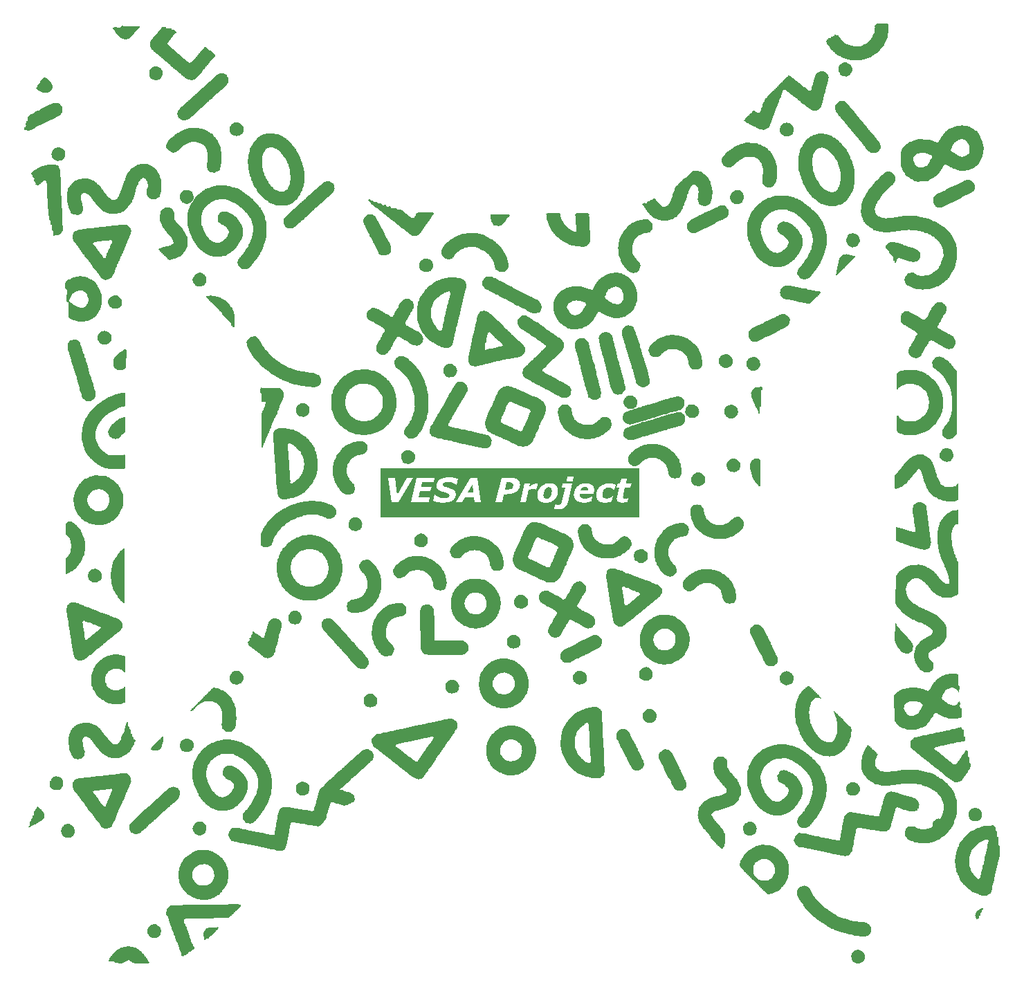
<source format=gto>
G04*
G04 #@! TF.GenerationSoftware,Altium Limited,Altium Designer,22.2.1 (43)*
G04*
G04 Layer_Color=65535*
%FSLAX25Y25*%
%MOIN*%
G70*
G04*
G04 #@! TF.SameCoordinates,45D0AC0B-6FF6-4A69-A9E9-FFEFCF31C2CF*
G04*
G04*
G04 #@! TF.FilePolarity,Positive*
G04*
G01*
G75*
G36*
X-186126Y226265D02*
X-179218Y226191D01*
X-179034Y226008D01*
X-179108Y225567D01*
X-179292Y225383D01*
X-179439Y225309D01*
X-180063Y224832D01*
X-180137Y224685D01*
X-180284Y224538D01*
X-180357Y224391D01*
X-181166Y223583D01*
X-181239Y223435D01*
X-181386Y223288D01*
X-181680Y222774D01*
X-182011Y222370D01*
X-182488Y221892D01*
X-182562Y221745D01*
X-182856Y221451D01*
X-182929Y221304D01*
X-183223Y221010D01*
X-183297Y220864D01*
X-183407Y220753D01*
X-183554Y220680D01*
X-183701Y220533D01*
X-184803Y220018D01*
X-185207Y219908D01*
X-185795Y219835D01*
X-185979Y219798D01*
X-186199Y219871D01*
X-186934Y219945D01*
X-187890Y220459D01*
X-188551Y220974D01*
X-188955Y221304D01*
X-189212Y221488D01*
X-189396Y221672D01*
X-189470Y221819D01*
X-189800Y222223D01*
X-190498Y222921D01*
X-190572Y223068D01*
X-191086Y223876D01*
X-191454Y224538D01*
X-191968Y225052D01*
Y225199D01*
Y225273D01*
X-191784Y225456D01*
X-191490Y225530D01*
X-190976Y225603D01*
X-188514Y225567D01*
X-188147Y225787D01*
X-187926Y226154D01*
X-187816Y226265D01*
X-187522Y226338D01*
X-186126Y226265D01*
D02*
G37*
G36*
X177829Y227524D02*
X180805Y227561D01*
X181430Y227451D01*
X181687Y227267D01*
X181761Y226973D01*
X181834Y224695D01*
X181761Y224475D01*
X181687Y223299D01*
X181614Y223078D01*
X181503Y222307D01*
X181356Y221131D01*
X181283Y220837D01*
X181136Y220470D01*
X180952Y220065D01*
X180768Y219588D01*
X180658Y219331D01*
X180364Y218816D01*
X179997Y218008D01*
X179556Y217199D01*
X179189Y216685D01*
X179115Y216391D01*
X178821Y215877D01*
X178637Y215693D01*
X178123Y215399D01*
X177792Y214774D01*
X177168Y214150D01*
X177021Y214076D01*
X176837Y213819D01*
X176727Y213709D01*
X176580Y213635D01*
X176433Y213488D01*
X176286Y213415D01*
X175882Y213084D01*
X175330Y212680D01*
X175183Y212607D01*
X174669Y212239D01*
X174155Y211945D01*
X173750Y211614D01*
X173640Y211504D01*
X172538Y210990D01*
X171619Y210659D01*
X171142Y210475D01*
X170627Y210328D01*
X169745Y210108D01*
X168496Y209888D01*
X168202Y209814D01*
X167247Y209740D01*
X165851Y209667D01*
X164418Y209777D01*
X163426Y209888D01*
X162691Y209961D01*
X162176Y210181D01*
X161221Y210328D01*
X160192Y210769D01*
X159237Y211137D01*
X158281Y211651D01*
X157473Y212092D01*
X157069Y212423D01*
X156959Y212533D01*
X156812Y212607D01*
X156591Y212827D01*
X156444Y212900D01*
X156040Y213231D01*
X155856Y213415D01*
X155709Y213488D01*
X155526Y213672D01*
X155452Y213819D01*
X155048Y214223D01*
X155011Y214260D01*
X154901Y214370D01*
X154754Y214444D01*
X154423Y214774D01*
X154350Y214921D01*
X153799Y215473D01*
X153652Y215546D01*
X153248Y215950D01*
X152880Y216612D01*
X152513Y217126D01*
X152439Y217273D01*
X152072Y217787D01*
X151998Y218081D01*
X151704Y218743D01*
X151778Y218963D01*
X151998Y219551D01*
X152182Y219735D01*
X152329Y219808D01*
X152660Y220139D01*
X152843Y220470D01*
X153211Y220543D01*
X153431Y220470D01*
X153799Y220543D01*
X154056Y220800D01*
X154129Y221021D01*
X154313Y221204D01*
X155269Y221278D01*
X155379Y221388D01*
X155599Y221756D01*
X155783Y221939D01*
X157326Y221866D01*
X157694Y221645D01*
X157804Y221535D01*
X158318Y220580D01*
X158465Y220433D01*
X158539Y220286D01*
X158759Y220065D01*
X158833Y219918D01*
X158980Y219772D01*
X159053Y219624D01*
X160119Y218559D01*
X160266Y218485D01*
X160633Y218118D01*
X160780Y218045D01*
X160927Y217898D01*
X161074Y217824D01*
X162911Y216942D01*
X163609Y216832D01*
X163903Y216758D01*
X164271Y216612D01*
X164858Y216465D01*
X165299Y216391D01*
X166879Y216354D01*
X167100Y216428D01*
X167761Y216501D01*
X167982Y216575D01*
X168900Y216905D01*
X169488Y217126D01*
X171105Y217934D01*
X171362Y218118D01*
X171509Y218265D01*
X171656Y218338D01*
X172023Y218706D01*
X172170Y218779D01*
X172832Y219294D01*
X172942Y219404D01*
X173016Y219551D01*
X173383Y220065D01*
X173457Y220212D01*
X173824Y220727D01*
X173971Y221094D01*
X174155Y221572D01*
X174779Y222711D01*
X174963Y223189D01*
X175036Y223483D01*
X175110Y223923D01*
X175183Y225320D01*
X175220Y225724D01*
X175147Y225944D01*
X175073Y226312D01*
X175330Y226642D01*
X175477Y226716D01*
X175808Y226973D01*
X176102Y227488D01*
X176433Y227598D01*
X177829Y227524D01*
D02*
G37*
G36*
X161706Y208608D02*
X162294Y208240D01*
X162662Y208093D01*
X163139Y207909D01*
X163286Y207836D01*
X163360Y207689D01*
X163654Y207028D01*
X163948Y206513D01*
X164242Y206072D01*
X164389Y205484D01*
X164315Y204749D01*
X164168Y204382D01*
X164095Y204235D01*
X163433Y203280D01*
X163360Y203133D01*
X163029Y202729D01*
X162882Y202582D01*
X162735Y202508D01*
X161780Y202067D01*
X161192Y201920D01*
X160531Y201994D01*
X160457D01*
X159869Y202067D01*
X159061Y202508D01*
X158840Y202729D01*
X158693Y202802D01*
X158510Y203059D01*
X158289Y203280D01*
X157775Y204382D01*
X157701Y204676D01*
X157628Y205631D01*
X157701Y205852D01*
X157812Y206256D01*
X158106Y207064D01*
X158473Y207652D01*
X158620Y207799D01*
X158767Y207873D01*
X158987Y208093D01*
X159796Y208461D01*
X160310Y208608D01*
X160604Y208681D01*
X161706Y208608D01*
D02*
G37*
G36*
X-170454Y206697D02*
X-170087Y206550D01*
X-169609Y206366D01*
X-169499Y206256D01*
X-169352Y206183D01*
X-169205Y206035D01*
X-169058Y205962D01*
X-168728Y205631D01*
X-168654Y205484D01*
X-168507Y205337D01*
X-168066Y204382D01*
X-167993Y203868D01*
X-167919Y203574D01*
X-168029Y202876D01*
X-168323Y202067D01*
X-168764Y201332D01*
X-169499Y200598D01*
X-169793Y200524D01*
X-170013Y200450D01*
X-170307Y200377D01*
X-170785Y200267D01*
X-171704Y200230D01*
X-171924Y200304D01*
X-172512Y200377D01*
X-173173Y200745D01*
X-173945Y201516D01*
X-174165Y201957D01*
X-174202Y201994D01*
X-174312Y202324D01*
X-174460Y202912D01*
X-174386Y204676D01*
X-174239Y205043D01*
X-173945Y205558D01*
X-173614Y205889D01*
X-173467Y205962D01*
X-173320Y206109D01*
X-173173Y206183D01*
X-172732Y206476D01*
X-171998Y206697D01*
X-171483Y206770D01*
X-170454Y206697D01*
D02*
G37*
G36*
X-166514Y225784D02*
X-166404Y225674D01*
X-166147Y225196D01*
X-165632Y225049D01*
X-165412Y225123D01*
X-163722Y225049D01*
X-163538Y224866D01*
X-163318Y224498D01*
X-163207Y224388D01*
X-162252Y224314D01*
X-162142Y224204D01*
X-162105Y224094D01*
X-162068Y224057D01*
X-161995Y223910D01*
X-161811Y223653D01*
X-161444Y223433D01*
X-161333Y223322D01*
X-161407Y223102D01*
X-161664Y222845D01*
X-161811Y222771D01*
X-162215Y222441D01*
X-162877Y221779D01*
X-162950Y221632D01*
X-163097Y221485D01*
X-163318Y221118D01*
X-163648Y220714D01*
X-163758Y220603D01*
X-163832Y220456D01*
X-164052Y220236D01*
X-164346Y219722D01*
X-165008Y219060D01*
X-165081Y218913D01*
X-165449Y218546D01*
X-165596Y218178D01*
X-165669Y217884D01*
X-165596Y217664D01*
X-165449Y217296D01*
X-164163Y216010D01*
X-164016Y215937D01*
X-163391Y215459D01*
X-163318Y215312D01*
X-163207Y215202D01*
X-163060Y215129D01*
X-162913Y214982D01*
X-162399Y214688D01*
X-162252Y214541D01*
X-162105Y214467D01*
X-161811Y214173D01*
X-161664Y214100D01*
X-161297Y213732D01*
X-161150Y213659D01*
X-160488Y212997D01*
X-160341Y212924D01*
X-160047Y212630D01*
X-159900Y212557D01*
X-159680Y212336D01*
X-159533Y212263D01*
X-159129Y211858D01*
X-159055Y211711D01*
X-158871Y211528D01*
X-158725Y211454D01*
X-158504Y211234D01*
X-158357Y211160D01*
X-157953Y210830D01*
X-157622Y210499D01*
X-157475Y210425D01*
X-156814Y209911D01*
X-156520Y209617D01*
X-156373Y209544D01*
X-155932Y209103D01*
X-155785Y209029D01*
X-155491Y208735D01*
X-155124Y208588D01*
X-154793Y208552D01*
X-154499Y208625D01*
X-154095Y208882D01*
X-153911Y209066D01*
X-153838Y209213D01*
X-153434Y209617D01*
X-153287Y209690D01*
X-152882Y210095D01*
X-152809Y210242D01*
X-152662Y210389D01*
X-152588Y210536D01*
X-152074Y211050D01*
X-152000Y211197D01*
X-151854Y211344D01*
X-151780Y211491D01*
X-151339Y211932D01*
X-151266Y212079D01*
X-150825Y212520D01*
X-150751Y212667D01*
X-150604Y212814D01*
X-150531Y212961D01*
X-150274Y213218D01*
X-150127Y213291D01*
X-150016Y213402D01*
X-149943Y213549D01*
X-149502Y213989D01*
X-149428Y214137D01*
X-149282Y214283D01*
X-149208Y214430D01*
X-148694Y214945D01*
X-148620Y215092D01*
X-148143Y215790D01*
X-148032Y215900D01*
X-147959Y216047D01*
X-147775Y216231D01*
X-147334Y216157D01*
X-146673Y215790D01*
X-146379Y215349D01*
X-146232Y215276D01*
X-146085Y215129D01*
X-145975Y215092D01*
X-145901Y214945D01*
X-145570Y214541D01*
X-144615Y214467D01*
X-144321Y214026D01*
X-144101Y213806D01*
X-143954Y213732D01*
X-143770Y213549D01*
X-143696Y213402D01*
X-143439Y213144D01*
X-143292Y213071D01*
X-143035Y212814D01*
X-142962Y212667D01*
X-142704Y212336D01*
X-142557Y212263D01*
X-142447Y211932D01*
X-142521Y211785D01*
X-142778Y211528D01*
X-142925Y211454D01*
X-143109Y211344D01*
X-143182Y211197D01*
X-143403Y210977D01*
X-143476Y210830D01*
X-143917Y210389D01*
X-143991Y210242D01*
X-144211Y210021D01*
X-144284Y209874D01*
X-144505Y209654D01*
X-144578Y209507D01*
X-144835Y209323D01*
X-145166Y208992D01*
X-145240Y208845D01*
X-145607Y208478D01*
X-145681Y208331D01*
X-145975Y208037D01*
X-146048Y207890D01*
X-146379Y207486D01*
X-146489Y207376D01*
X-146563Y207229D01*
X-146893Y206824D01*
X-147040Y206678D01*
X-147150Y206641D01*
X-147224Y206494D01*
X-147371Y206347D01*
X-147665Y205833D01*
X-147922Y205502D01*
X-148069Y205428D01*
X-148547Y204951D01*
X-148620Y204804D01*
X-148951Y204399D01*
X-149061Y204289D01*
X-149135Y204142D01*
X-149355Y203922D01*
X-149428Y203775D01*
X-149759Y203371D01*
X-150604Y202526D01*
X-150678Y202379D01*
X-150825Y202232D01*
X-150898Y202085D01*
X-151229Y201680D01*
X-151890Y201019D01*
X-152037Y200946D01*
X-152405Y200578D01*
X-153066Y200284D01*
X-153801Y200211D01*
X-155418Y200284D01*
X-156373Y200799D01*
X-156520Y200946D01*
X-156667Y201019D01*
X-156814Y201166D01*
X-156961Y201239D01*
X-157181Y201460D01*
X-157328Y201534D01*
X-157475Y201680D01*
X-157622Y201754D01*
X-157769Y201901D01*
X-157916Y201974D01*
X-158210Y202268D01*
X-158357Y202342D01*
X-158504Y202489D01*
X-158651Y202562D01*
X-159055Y202893D01*
X-159459Y203297D01*
X-159606Y203371D01*
X-160635Y204399D01*
X-160782Y204473D01*
X-161444Y205134D01*
X-161591Y205208D01*
X-162289Y205685D01*
X-162399Y205796D01*
X-162546Y205869D01*
X-162840Y206163D01*
X-162987Y206237D01*
X-163134Y206384D01*
X-163281Y206457D01*
X-163942Y207119D01*
X-164089Y207192D01*
X-164199Y207302D01*
X-164236Y207412D01*
X-164383Y207486D01*
X-164456Y207633D01*
X-164567Y207670D01*
X-164640Y207817D01*
X-164971Y208147D01*
X-165118Y208221D01*
X-165265Y208368D01*
X-165412Y208441D01*
X-165632Y208662D01*
X-165779Y208735D01*
X-165926Y208882D01*
X-166073Y208956D01*
X-166220Y209103D01*
X-166367Y209176D01*
X-166514Y209323D01*
X-166661Y209397D01*
X-166808Y209544D01*
X-166955Y209617D01*
X-167543Y210205D01*
X-167690Y210278D01*
X-168351Y210793D01*
X-168535Y210977D01*
X-168609Y211123D01*
X-168792Y211307D01*
X-168939Y211381D01*
X-169160Y211601D01*
X-169307Y211675D01*
X-169711Y212005D01*
X-170335Y212630D01*
X-170483Y212703D01*
X-170850Y213071D01*
X-170997Y213144D01*
X-171438Y213585D01*
X-171585Y213659D01*
X-171732Y213806D01*
X-171879Y213879D01*
X-172173Y214173D01*
X-172320Y214247D01*
X-172761Y214688D01*
X-172907Y214761D01*
X-173385Y215239D01*
X-173753Y215900D01*
X-174047Y216341D01*
X-174120Y217296D01*
X-174047Y218178D01*
X-173606Y219134D01*
X-173532Y219281D01*
X-173055Y219979D01*
X-172797Y220236D01*
X-172724Y220383D01*
X-172209Y221044D01*
X-172062Y221191D01*
X-171989Y221338D01*
X-171475Y222000D01*
X-170813Y222661D01*
X-170740Y222808D01*
X-170409Y223212D01*
X-169895Y223727D01*
X-169748Y223800D01*
X-169490Y224057D01*
X-169417Y224204D01*
X-169270Y224351D01*
X-169196Y224498D01*
X-169050Y224645D01*
X-168976Y224792D01*
X-168609Y225160D01*
X-168535Y225307D01*
X-168204Y225711D01*
X-167690Y225784D01*
X-166955Y225858D01*
X-166514Y225784D01*
D02*
G37*
G36*
X150482Y204354D02*
X151584Y203766D01*
X152209Y203141D01*
X152282Y202994D01*
X152576Y202480D01*
X152797Y201965D01*
X152870Y201451D01*
X152797Y200275D01*
X152723Y200055D01*
X152650Y199761D01*
X152282Y198658D01*
Y198585D01*
X152135Y198071D01*
X151988Y197483D01*
X151805Y196637D01*
X151584Y196050D01*
X151511Y195756D01*
X151364Y194874D01*
X151253Y194543D01*
X151106Y194176D01*
X150665Y192412D01*
X150519Y191457D01*
X150225Y191016D01*
X150041Y189803D01*
X149967Y189509D01*
X149820Y189142D01*
X149637Y188738D01*
X149527Y188333D01*
X149453Y187966D01*
X149380Y187672D01*
X149232Y187305D01*
X148939Y186864D01*
X148828Y186753D01*
X148755Y186607D01*
X148608Y186460D01*
X148571Y186349D01*
X148424Y186276D01*
X148204Y186055D01*
X147395Y185688D01*
X147028Y185541D01*
X146513Y185468D01*
X145191Y185541D01*
X143795Y186276D01*
X142619Y187158D01*
X141884Y187892D01*
X141737Y187966D01*
X141590Y188113D01*
X141076Y188407D01*
X140635Y188848D01*
X140488Y188921D01*
X139826Y189289D01*
X139569Y189546D01*
X139496Y189693D01*
X139238Y189950D01*
X139091Y190024D01*
X138577Y190318D01*
X138393Y190428D01*
X138320Y190575D01*
X138099Y190795D01*
X138063Y190905D01*
X137916Y190979D01*
X137401Y191273D01*
X136887Y191640D01*
X136372Y192155D01*
X136225Y192228D01*
X136078Y192375D01*
X135931Y192449D01*
X135784Y192596D01*
X135637Y192669D01*
X135417Y192890D01*
X135270Y192963D01*
X135049Y193184D01*
X134903Y193257D01*
X134682Y193477D01*
X134535Y193551D01*
X134168Y193918D01*
X134021Y193992D01*
X133580Y194286D01*
X133433Y194359D01*
X133286Y194506D01*
X133139Y194580D01*
X132772Y194947D01*
X132624Y195021D01*
X132331Y195315D01*
X131669Y195609D01*
X131302Y195535D01*
X131044Y195278D01*
X130824Y194764D01*
X130677Y194396D01*
X130493Y193918D01*
X130346Y193551D01*
X130163Y193147D01*
X129869Y192192D01*
X129722Y191604D01*
X129428Y191089D01*
X129281Y190942D01*
X129134Y190354D01*
X129024Y189877D01*
X128730Y189142D01*
X128252Y188076D01*
X128032Y187562D01*
X127738Y186900D01*
X127407Y185982D01*
X127260Y185614D01*
X127076Y185137D01*
X126929Y184622D01*
X126672Y183924D01*
X126378Y183189D01*
X126084Y182381D01*
X125937Y182014D01*
X125753Y181389D01*
X125680Y181095D01*
X125239Y180140D01*
X124982Y179441D01*
X124614Y178413D01*
X124467Y178045D01*
X124210Y177568D01*
X124137Y177421D01*
X123806Y177016D01*
X122410Y176355D01*
X121822Y176208D01*
X120426Y176282D01*
X120205Y176355D01*
X119728Y176539D01*
X119360Y176686D01*
X119103Y176796D01*
X117266Y177678D01*
X116457Y178119D01*
X114914Y178927D01*
X114767Y179074D01*
X114620Y179148D01*
X113959Y179441D01*
X113812Y179515D01*
X113297Y179882D01*
X112195Y180470D01*
X112085Y180581D01*
X112011Y180875D01*
X112232Y181242D01*
X112673Y181536D01*
X112746Y181683D01*
X113151Y182087D01*
X113297Y182160D01*
X113408Y182271D01*
X113481Y182418D01*
X113591Y182601D01*
X113738Y182675D01*
X113885Y182822D01*
X114032Y182895D01*
X114143Y183006D01*
X114216Y183153D01*
X114547Y183483D01*
X114694Y183557D01*
X114804Y183667D01*
X114877Y183814D01*
X115061Y184071D01*
X115208Y184145D01*
X115539Y184402D01*
X115612Y184549D01*
X115943Y184880D01*
X116090Y184953D01*
X116347Y185210D01*
X116421Y185357D01*
X116531Y185468D01*
X116825Y185541D01*
X117119Y185468D01*
X117523Y185137D01*
X118148Y184880D01*
X118882Y184586D01*
X119323Y184512D01*
X119728Y184843D01*
X119875Y184990D01*
X120242Y185798D01*
X120462Y186313D01*
X120793Y187231D01*
X120940Y187599D01*
X121124Y188076D01*
X121455Y188995D01*
X121712Y189620D01*
X121859Y189987D01*
X122006Y190575D01*
X122300Y191089D01*
X122520Y191310D01*
X122593Y191457D01*
X122924Y191861D01*
X123255Y192118D01*
X123328Y192265D01*
X123733Y192669D01*
X123880Y192743D01*
X123990Y192853D01*
X124063Y193000D01*
X124467Y193404D01*
X124614Y193477D01*
X124725Y193588D01*
X124798Y193735D01*
X125129Y194065D01*
X125276Y194139D01*
X125386Y194249D01*
X125460Y194396D01*
X125864Y194800D01*
X126011Y194874D01*
X126121Y194984D01*
X126194Y195131D01*
X126599Y195535D01*
X126745Y195609D01*
X126929Y195866D01*
X127260Y196196D01*
X127407Y196270D01*
X127517Y196380D01*
X127591Y196527D01*
X127921Y196858D01*
X128068Y196931D01*
X128179Y197042D01*
X128252Y197189D01*
X128656Y197593D01*
X128803Y197666D01*
X128913Y197776D01*
X128987Y197924D01*
X129391Y198328D01*
X129538Y198401D01*
X129648Y198511D01*
X129722Y198658D01*
X130126Y199063D01*
X130273Y199136D01*
X130640Y199577D01*
X130787Y199724D01*
X130934Y199797D01*
X131044Y199908D01*
X131118Y200055D01*
X131522Y200459D01*
X131669Y200532D01*
X131853Y200789D01*
X132184Y201120D01*
X132331Y201194D01*
X132441Y201304D01*
X132514Y201451D01*
X132918Y201855D01*
X133065Y201928D01*
X133249Y202112D01*
X133323Y202259D01*
X133506Y202443D01*
X134021Y202516D01*
X134425Y202186D01*
X134609Y202002D01*
X134756Y201928D01*
X135674Y201230D01*
X135858Y201047D01*
X136005Y200973D01*
X136225Y200753D01*
X136372Y200679D01*
X136593Y200459D01*
X136740Y200385D01*
X137254Y199871D01*
X137401Y199797D01*
X137548Y199650D01*
X137695Y199577D01*
X138356Y199063D01*
X138577Y198842D01*
X138724Y198769D01*
X139422Y198291D01*
X139973Y197740D01*
X140120Y197666D01*
X140818Y197189D01*
X141149Y196931D01*
X141296Y196858D01*
X142215Y196160D01*
X142655Y195719D01*
X142729Y195572D01*
X142986Y195315D01*
X143133Y195241D01*
X143648Y195021D01*
X144235Y195094D01*
X144419Y195278D01*
X144640Y195792D01*
X144787Y196307D01*
X145080Y197483D01*
X145228Y197997D01*
X145448Y198879D01*
X145595Y199393D01*
X145815Y200128D01*
X145962Y200642D01*
X146036Y201157D01*
X146109Y201451D01*
X146293Y201928D01*
X146477Y202333D01*
X146624Y202700D01*
X146844Y203068D01*
X147175Y203472D01*
X147542Y203839D01*
X148204Y204133D01*
X148939Y204354D01*
X149673Y204427D01*
X150482Y204354D01*
D02*
G37*
G36*
X-224580Y201416D02*
X-224433Y201269D01*
X-224286Y201196D01*
X-224139Y201048D01*
X-223992Y200975D01*
X-223037Y200461D01*
X-222633Y200130D01*
X-222375Y199873D01*
X-222228Y199799D01*
X-221604Y199175D01*
X-221530Y199028D01*
X-221163Y198219D01*
X-221016Y197705D01*
X-220979Y197227D01*
X-221126Y196419D01*
X-221383Y195868D01*
X-222081Y194949D01*
X-222228Y194802D01*
X-222375Y194729D01*
X-222669Y194435D01*
X-222816Y194361D01*
X-222963Y194214D01*
X-223478Y194067D01*
X-225315Y194141D01*
X-225535Y194214D01*
X-227519Y195170D01*
X-228181Y195537D01*
X-228328Y195684D01*
X-228842Y195978D01*
X-228952Y196088D01*
X-228879Y196309D01*
Y196382D01*
X-228695Y196566D01*
X-228548Y196639D01*
X-228438Y196749D01*
X-228364Y197044D01*
X-228291Y197778D01*
X-228107Y197962D01*
X-227960Y198036D01*
X-227630Y198366D01*
X-227556Y198513D01*
X-227373Y198697D01*
X-227005Y198917D01*
X-226932Y199799D01*
X-226785Y200020D01*
X-226638Y200093D01*
X-226307Y200350D01*
X-226233Y200497D01*
X-225829Y200902D01*
X-225682Y200975D01*
X-225499Y201159D01*
X-225425Y201306D01*
X-225241Y201489D01*
X-224580Y201416D01*
D02*
G37*
G36*
X-138879Y203452D02*
X-138659Y203379D01*
X-137740Y203048D01*
X-137373Y202901D01*
X-137079Y202607D01*
X-136895Y202129D01*
X-136785Y201872D01*
X-136418Y201064D01*
X-136344Y200770D01*
X-136307Y200072D01*
X-136454Y199263D01*
X-136675Y198675D01*
X-137042Y198088D01*
X-139614Y195516D01*
X-139761Y195442D01*
X-139908Y195295D01*
X-140055Y195221D01*
X-140643Y194634D01*
X-140790Y194560D01*
X-141451Y194046D01*
X-141745Y193752D01*
X-141892Y193678D01*
X-143950Y191621D01*
X-144097Y191547D01*
X-144464Y191180D01*
X-144611Y191106D01*
X-144979Y190739D01*
X-145126Y190665D01*
X-145162Y190629D01*
X-145493Y190298D01*
X-145640Y190224D01*
X-146081Y189784D01*
X-146228Y189710D01*
X-146449Y189490D01*
X-146596Y189416D01*
X-146926Y189085D01*
X-147000Y188938D01*
X-147257Y188681D01*
X-147404Y188608D01*
X-147624Y188387D01*
X-147771Y188314D01*
X-148506Y187579D01*
X-148653Y187505D01*
X-149461Y186697D01*
X-149608Y186624D01*
X-149939Y186293D01*
X-150013Y186146D01*
X-150270Y185962D01*
X-150674Y185632D01*
X-150931Y185448D01*
X-151446Y184933D01*
X-151593Y184860D01*
X-151886Y184566D01*
X-152033Y184493D01*
X-152144Y184382D01*
X-152217Y184235D01*
X-152989Y183464D01*
X-153136Y183390D01*
X-153761Y182913D01*
X-153834Y182765D01*
X-154165Y182435D01*
X-154312Y182361D01*
X-154716Y182031D01*
X-155267Y181480D01*
X-155414Y181406D01*
X-155928Y181185D01*
X-156296Y181039D01*
X-157031Y180818D01*
X-157545Y180745D01*
X-158280Y180818D01*
X-159970Y181700D01*
X-160154Y181884D01*
X-160227Y182031D01*
X-160595Y182839D01*
X-160742Y183206D01*
X-160815Y183721D01*
X-160852Y184125D01*
X-160778Y184713D01*
X-160521Y185338D01*
X-160374Y185705D01*
X-160080Y186219D01*
X-159750Y186550D01*
X-159603Y186624D01*
X-159052Y187175D01*
X-158978Y187322D01*
X-158721Y187505D01*
X-158317Y187836D01*
X-157618Y188534D01*
X-157472Y188608D01*
X-157104Y188975D01*
X-156957Y189049D01*
X-156737Y189269D01*
X-156590Y189343D01*
X-156296Y189637D01*
X-156185Y189673D01*
X-156112Y189820D01*
X-155708Y190224D01*
X-155561Y190298D01*
X-155340Y190518D01*
X-155193Y190592D01*
X-154973Y190812D01*
X-154826Y190886D01*
X-154238Y191474D01*
X-154091Y191547D01*
X-153209Y192429D01*
X-153062Y192502D01*
X-152915Y192649D01*
X-152768Y192723D01*
X-152438Y193054D01*
X-152364Y193201D01*
X-152254Y193311D01*
X-152107Y193384D01*
X-151813Y193678D01*
X-151666Y193752D01*
X-151519Y193899D01*
X-151372Y193972D01*
X-151115Y194229D01*
X-151041Y194376D01*
X-150637Y194781D01*
X-150490Y194854D01*
X-150013Y195185D01*
X-149939Y195332D01*
X-149792Y195479D01*
X-149719Y195626D01*
X-149314Y196030D01*
X-149168Y196103D01*
X-148763Y196434D01*
X-148139Y197059D01*
X-147992Y197132D01*
X-147698Y197426D01*
X-147551Y197500D01*
X-146889Y198161D01*
X-146742Y198234D01*
X-146301Y198675D01*
X-146155Y198749D01*
X-145493Y199410D01*
X-145346Y199484D01*
X-144905Y199925D01*
X-144795Y199961D01*
X-144758Y200072D01*
X-144611Y200145D01*
X-143950Y200806D01*
X-143803Y200880D01*
X-142701Y201982D01*
X-142554Y202056D01*
X-142333Y202276D01*
X-142186Y202350D01*
X-142003Y202534D01*
X-141929Y202680D01*
X-141819Y202791D01*
X-141672Y202864D01*
X-141010Y203158D01*
X-140496Y203379D01*
X-139982Y203526D01*
X-138879Y203452D01*
D02*
G37*
G36*
X-218797Y189163D02*
X-218503Y189090D01*
X-218099Y188980D01*
X-217731Y188833D01*
X-217474Y188649D01*
X-217217Y188392D01*
X-217144Y188245D01*
X-216997Y188098D01*
X-216923Y187951D01*
X-216482Y187510D01*
X-216409Y187363D01*
X-216262Y186996D01*
X-216188Y186040D01*
X-216262Y185085D01*
X-216335Y184864D01*
X-216519Y184387D01*
X-217107Y183652D01*
X-217548Y183211D01*
X-218430Y182770D01*
X-218466Y182733D01*
X-220781Y181521D01*
X-220928Y181374D01*
X-221075Y181300D01*
X-221222Y181153D01*
X-221589Y181006D01*
X-222508Y180676D01*
X-223059Y180345D01*
X-223574Y180125D01*
X-224051Y179941D01*
X-224419Y179794D01*
X-225558Y179169D01*
X-226476Y178839D01*
X-226917Y178545D01*
X-227322Y178361D01*
X-227836Y178140D01*
X-227983Y178067D01*
X-228571Y177699D01*
X-229526Y177185D01*
X-230041Y176891D01*
X-230628Y176524D01*
X-230922Y176450D01*
X-231437Y176230D01*
X-232098Y175936D01*
X-232392Y175862D01*
X-234009Y175936D01*
X-234339Y176193D01*
X-234487Y176560D01*
X-234560Y176854D01*
X-234487Y177295D01*
X-234303Y177479D01*
X-233935Y177699D01*
X-233825Y177810D01*
X-233752Y178324D01*
X-233825Y178618D01*
X-233752Y180088D01*
X-233568Y180272D01*
X-233421Y180345D01*
X-233164Y180529D01*
X-233090Y180823D01*
X-233127Y182035D01*
X-233017Y182292D01*
X-232907Y182403D01*
X-232429Y182660D01*
X-232025Y183431D01*
X-231878Y183505D01*
X-231216Y183799D01*
X-230408Y184240D01*
X-229600Y184607D01*
X-228938Y184975D01*
X-228277Y185269D01*
X-227799Y185452D01*
X-227358Y185746D01*
X-226219Y186371D01*
X-224823Y187106D01*
X-222398Y188282D01*
X-222030Y188429D01*
X-220634Y189090D01*
X-220157Y189200D01*
X-219018Y189237D01*
X-218797Y189163D01*
D02*
G37*
G36*
X-131580Y179727D02*
X-130845Y179433D01*
X-130184Y179066D01*
X-129706Y178588D01*
X-129412Y178074D01*
X-129118Y177633D01*
X-129045Y176898D01*
X-129118Y175428D01*
X-129412Y174914D01*
X-129743Y174510D01*
X-130037Y174216D01*
X-130184Y174142D01*
X-130551Y173775D01*
X-130992Y173554D01*
X-131065D01*
X-131947Y173334D01*
X-132315Y173260D01*
X-132535Y173334D01*
X-133380Y173444D01*
X-133748Y173518D01*
X-134115Y173664D01*
X-134446Y173922D01*
X-134593Y173995D01*
X-134924Y174326D01*
X-134997Y174473D01*
X-135217Y174693D01*
X-135658Y175649D01*
X-135732Y176163D01*
X-135658Y177486D01*
X-135071Y178588D01*
X-134740Y178992D01*
X-134593Y179139D01*
X-134446Y179213D01*
X-133491Y179654D01*
X-132903Y179801D01*
X-131580Y179727D01*
D02*
G37*
G36*
X133561Y179580D02*
X134075Y179360D01*
X134884Y178919D01*
X135288Y178588D01*
X135435Y178441D01*
X135508Y178294D01*
X136023Y177192D01*
X136096Y176457D01*
X136023Y175502D01*
X135986Y175465D01*
X135839Y175098D01*
X135582Y174546D01*
X135067Y173885D01*
X134516Y173554D01*
X133598Y173224D01*
X133194Y173113D01*
X132716Y173077D01*
X132054Y173150D01*
X131687Y173224D01*
X131393Y173297D01*
X130658Y173738D01*
X129850Y174546D01*
X129776Y174693D01*
X129482Y175355D01*
X129409Y175649D01*
X129335Y176163D01*
X129409Y177192D01*
X129556Y177559D01*
X129850Y178074D01*
X130364Y178735D01*
X130474Y178845D01*
X130621Y178919D01*
X130768Y179066D01*
X131430Y179360D01*
X132165Y179580D01*
X132679Y179654D01*
X133561Y179580D01*
D02*
G37*
G36*
X218706Y178238D02*
X218926Y178164D01*
X219330Y178054D01*
X219624Y177981D01*
X220249Y177797D01*
X220763Y177723D01*
X221167Y177613D01*
X221755Y177246D01*
X222380Y176842D01*
X222894Y176474D01*
X223409Y176180D01*
X223813Y175849D01*
X223923Y175739D01*
X224070Y175666D01*
X224548Y175335D01*
X224621Y175188D01*
X225283Y173939D01*
X225576Y173645D01*
X225650Y173498D01*
X226826Y171073D01*
X226899Y170779D01*
X227010Y170301D01*
X227120Y169897D01*
X227267Y169309D01*
X227377Y168611D01*
X227450Y168317D01*
X227524Y167729D01*
X227561Y166590D01*
X227487Y166370D01*
X227414Y165120D01*
X227267Y164753D01*
X227083Y163834D01*
X226973Y163430D01*
X226716Y162732D01*
X225650Y160785D01*
X225283Y160270D01*
X225209Y160123D01*
X224989Y159903D01*
X224915Y159756D01*
X224070Y158911D01*
X223923Y158837D01*
X223005Y158213D01*
X222564Y157919D01*
X221571Y157368D01*
X221131Y157074D01*
X220322Y156853D01*
X219440Y156633D01*
X218412Y156486D01*
X215840Y156559D01*
X215619Y156633D01*
X215141Y156816D01*
X214737Y157000D01*
X214260Y157184D01*
X213855Y157294D01*
X213378Y157478D01*
X213121Y157588D01*
X212680Y157882D01*
X212312Y158029D01*
X211798Y158176D01*
X210695Y158764D01*
X209997Y159241D01*
X209740Y159499D01*
X209593Y159572D01*
X209226Y159719D01*
X208858Y159646D01*
X208381Y159168D01*
X208307Y159021D01*
X207940Y158507D01*
X207866Y158360D01*
X207278Y157257D01*
X206984Y156963D01*
X206911Y156816D01*
X206617Y156376D01*
X206249Y155714D01*
X206102Y155567D01*
X206029Y155420D01*
X205882Y155273D01*
X205809Y155126D01*
X204522Y153840D01*
X204376Y153767D01*
X204229Y153620D01*
X203714Y153326D01*
X203200Y152958D01*
X202685Y152664D01*
X202098Y152297D01*
X200554Y151562D01*
X200040Y151489D01*
X198533Y151378D01*
X197578Y151305D01*
X195704Y151268D01*
X195484Y151342D01*
X195300Y151378D01*
X195263Y151415D01*
X194712Y151525D01*
X194418Y151599D01*
X194051Y151746D01*
X193132Y152297D01*
X192654Y152481D01*
X192213Y152775D01*
X191479Y153363D01*
X190633Y153840D01*
X190376Y154244D01*
X190119Y154502D01*
X189972Y154575D01*
X189715Y154832D01*
X189531Y155310D01*
X189274Y155714D01*
X188833Y156155D01*
X188760Y156302D01*
X188392Y157110D01*
X188245Y157478D01*
X187878Y158286D01*
X187731Y158801D01*
X187657Y159535D01*
X187584Y161152D01*
X187657Y165414D01*
X187731Y165635D01*
X187878Y166002D01*
X188466Y167105D01*
X189348Y168280D01*
X189899Y168832D01*
X190046Y168905D01*
X190487Y169346D01*
X190633Y169419D01*
X190780Y169566D01*
X190928Y169640D01*
X191295Y170007D01*
X191442Y170081D01*
X191883Y170375D01*
X192250Y170522D01*
X193389Y170926D01*
X194014Y171183D01*
X194896Y171404D01*
X196145Y171624D01*
X200848Y171551D01*
X201216Y171404D01*
X201914Y171293D01*
X202208Y171220D01*
X202796Y170999D01*
X203420Y170816D01*
X204155Y170595D01*
X204853Y170338D01*
X204963Y170228D01*
X205331Y170081D01*
X205698Y170154D01*
X205809Y170264D01*
X205956Y170632D01*
X206139Y171110D01*
X206323Y171367D01*
X206543Y171587D01*
X207131Y172690D01*
X207646Y173351D01*
X207793Y173498D01*
X207866Y173645D01*
X208087Y173865D01*
X208160Y174012D01*
X208307Y174159D01*
X208381Y174306D01*
X208601Y174527D01*
X208895Y175041D01*
X209152Y175372D01*
X209299Y175445D01*
X209446Y175592D01*
X209593Y175666D01*
X209814Y175886D01*
X209961Y175960D01*
X210255Y176254D01*
X210402Y176327D01*
X211063Y176695D01*
X212018Y177136D01*
X212422Y177246D01*
X212790Y177393D01*
X213561Y177723D01*
X214590Y178017D01*
X215178Y178164D01*
X215913Y178238D01*
X217089Y178311D01*
X218706Y178238D01*
D02*
G37*
G36*
X160016Y190089D02*
X160384Y189942D01*
X161192Y189501D01*
X161412Y189280D01*
X161559Y189207D01*
X161743Y188950D01*
X161964Y188729D01*
X162037Y188582D01*
X162625Y187995D01*
X162698Y187847D01*
X162919Y187627D01*
X162992Y187480D01*
X163139Y187333D01*
X163213Y187186D01*
X164315Y186084D01*
X164389Y185937D01*
X164903Y185275D01*
X165270Y184908D01*
X165344Y184761D01*
X165858Y184100D01*
X166299Y183659D01*
X166373Y183512D01*
X166850Y182814D01*
X166997Y182740D01*
X167475Y182263D01*
X167549Y182115D01*
X167696Y181969D01*
X167769Y181822D01*
X168357Y181234D01*
X168430Y181087D01*
X168798Y180572D01*
X168871Y180425D01*
X169386Y179911D01*
X169459Y179764D01*
X169606Y179617D01*
X169680Y179470D01*
X170010Y179066D01*
X170194Y178882D01*
X170268Y178735D01*
X170488Y178515D01*
X170562Y178368D01*
X170892Y177963D01*
X171517Y177339D01*
X171590Y177192D01*
X172105Y176531D01*
X172472Y176163D01*
X172546Y176016D01*
X172693Y175869D01*
X172766Y175722D01*
X173795Y174693D01*
X173869Y174546D01*
X174567Y173628D01*
X175044Y173150D01*
X175118Y173003D01*
X175265Y172856D01*
X175338Y172709D01*
X175706Y172342D01*
X175779Y172195D01*
X175926Y172048D01*
X176000Y171901D01*
X176514Y171239D01*
X177249Y170505D01*
X177322Y170358D01*
X177837Y169255D01*
X177910Y168741D01*
X177984Y167712D01*
X177910Y167492D01*
X177763Y167124D01*
X177322Y166316D01*
X176992Y165912D01*
X176845Y165765D01*
X176330Y165471D01*
X175816Y165250D01*
X175301Y165103D01*
X175007Y165030D01*
X173832Y165103D01*
X173464Y165250D01*
X172215Y165912D01*
X171994Y166132D01*
X171884Y166169D01*
X171811Y166316D01*
X171664Y166463D01*
X171443Y166830D01*
X171113Y167161D01*
X170966Y167234D01*
X170782Y167418D01*
X170709Y167565D01*
X170341Y168227D01*
X170194Y168374D01*
X170121Y168520D01*
X169753Y168888D01*
X169680Y169035D01*
X169165Y169696D01*
X168871Y169990D01*
X168798Y170137D01*
X168651Y170284D01*
X168577Y170431D01*
X168247Y170835D01*
X168100Y170982D01*
X167953Y171056D01*
X167475Y171533D01*
X167402Y171680D01*
X166887Y172342D01*
X166740Y172489D01*
X166667Y172636D01*
X166152Y173297D01*
X165638Y173811D01*
X165564Y173959D01*
X165418Y174105D01*
X165344Y174252D01*
X165013Y174583D01*
X164977Y174620D01*
X164756Y174840D01*
X164683Y174987D01*
X164462Y175208D01*
X164389Y175355D01*
X163874Y175869D01*
X163801Y176016D01*
X163654Y176163D01*
X163580Y176310D01*
X163433Y176457D01*
X163360Y176604D01*
X162992Y176971D01*
X162919Y177118D01*
X162772Y177265D01*
X162698Y177412D01*
X162368Y177816D01*
X162110Y178074D01*
X162037Y178221D01*
X161890Y178368D01*
X161817Y178515D01*
X161302Y179029D01*
X161229Y179176D01*
X160861Y179543D01*
X160788Y179691D01*
X160200Y180278D01*
X160126Y180425D01*
X159612Y180940D01*
X159538Y181087D01*
X159024Y181748D01*
X158693Y182152D01*
X158253Y182740D01*
X158106Y182814D01*
X157775Y183144D01*
X157334Y183953D01*
X156819Y184467D01*
X156746Y184614D01*
X156452Y185055D01*
X156232Y185569D01*
X156085Y186084D01*
X156011Y186598D01*
X156085Y187847D01*
X156452Y188509D01*
X156783Y188913D01*
X156966Y189170D01*
X157224Y189427D01*
X157371Y189501D01*
X157591Y189721D01*
X158253Y190015D01*
X158840Y190162D01*
X160016Y190089D01*
D02*
G37*
G36*
X-217413Y167675D02*
X-216898Y167455D01*
X-216531Y167308D01*
X-216237Y167234D01*
X-215722Y166867D01*
X-215355Y166279D01*
X-215024Y165728D01*
X-214914Y165103D01*
X-214877Y163964D01*
Y163891D01*
X-214951Y163303D01*
X-215392Y162495D01*
X-216163Y161723D01*
X-216678Y161502D01*
X-217192Y161355D01*
X-217486Y161282D01*
X-218441Y161208D01*
X-219176Y161282D01*
X-220132Y161796D01*
X-220536Y162127D01*
X-220756Y162348D01*
X-220830Y162495D01*
X-221344Y163229D01*
X-221454Y163927D01*
X-221491Y164920D01*
X-221418Y165140D01*
X-221344Y165728D01*
X-220977Y166242D01*
X-220866Y166353D01*
X-220756Y166389D01*
X-220683Y166536D01*
X-220536Y166683D01*
X-220462Y166830D01*
X-220352Y167014D01*
X-220205Y167087D01*
X-219691Y167308D01*
X-219213Y167492D01*
X-218846Y167639D01*
X-218441Y167749D01*
X-217413Y167675D01*
D02*
G37*
G36*
X-150766Y177036D02*
X-149995Y176926D01*
X-149260Y176779D01*
X-147974Y176375D01*
X-147459Y176154D01*
X-146504Y175714D01*
X-146210Y175640D01*
X-145843Y175420D01*
X-145659Y175236D01*
X-145586Y175089D01*
X-145475Y174979D01*
X-144814Y174611D01*
X-144594Y174391D01*
X-144447Y174317D01*
X-143785Y173950D01*
X-143602Y173766D01*
X-143528Y173619D01*
X-143160Y173105D01*
X-142977Y172921D01*
X-142830Y172848D01*
X-142720Y172737D01*
X-142646Y172590D01*
X-142426Y172370D01*
X-142352Y172223D01*
X-142205Y172076D01*
X-142132Y171929D01*
X-141470Y170974D01*
X-141287Y170496D01*
X-140588Y169137D01*
X-140442Y168769D01*
X-140074Y167593D01*
X-139854Y166711D01*
X-139707Y165242D01*
X-139633Y164286D01*
X-139596Y163515D01*
X-139670Y161384D01*
X-139743Y160355D01*
X-139817Y159179D01*
X-139927Y158554D01*
X-140148Y158040D01*
X-140478Y157121D01*
X-140846Y156534D01*
X-140993Y156460D01*
X-141948Y155946D01*
X-142609Y155652D01*
X-142903Y155578D01*
X-144153Y155652D01*
X-144520Y155799D01*
X-145071Y155909D01*
X-145439Y156056D01*
X-145659Y156276D01*
X-145733Y156423D01*
X-146063Y156827D01*
X-146247Y157085D01*
X-146467Y157452D01*
X-146541Y157966D01*
X-146614Y158261D01*
X-146725Y158665D01*
X-146761Y159436D01*
X-146688Y159657D01*
X-146614Y159951D01*
X-146541Y160465D01*
X-146467Y160759D01*
X-146320Y162229D01*
X-146394Y164874D01*
X-146467Y165095D01*
X-146541Y165830D01*
X-146614Y166050D01*
X-146798Y166528D01*
X-147423Y167667D01*
X-147790Y168328D01*
X-148121Y168732D01*
X-148268Y168879D01*
X-148415Y168953D01*
X-149223Y169394D01*
X-149738Y169688D01*
X-150105Y169835D01*
X-151281Y170202D01*
X-151575Y170276D01*
X-152604Y170423D01*
X-153853Y170349D01*
X-154073Y170276D01*
X-154588Y170129D01*
X-155176Y169982D01*
X-155764Y169908D01*
X-156462Y169430D01*
X-157343Y168990D01*
X-157748Y168732D01*
X-158666Y168034D01*
X-158850Y167850D01*
X-158997Y167777D01*
X-159622Y167152D01*
X-159695Y167005D01*
X-160614Y166087D01*
X-160761Y166013D01*
X-161495Y165499D01*
X-162010Y165352D01*
X-162598Y165205D01*
X-163553Y165278D01*
X-164802Y165940D01*
X-165207Y166271D01*
X-165354Y166418D01*
X-165427Y166565D01*
X-165795Y167079D01*
X-165868Y167226D01*
X-166162Y167887D01*
Y167961D01*
X-166199Y167998D01*
X-166235Y169137D01*
X-166088Y169504D01*
X-165427Y170753D01*
X-165280Y170900D01*
X-165207Y171047D01*
X-163884Y172370D01*
X-163810Y172517D01*
X-163259Y172921D01*
X-162745Y173215D01*
X-162414Y173546D01*
X-162341Y173693D01*
X-162230Y173876D01*
X-162083Y173950D01*
X-161569Y174170D01*
X-161202Y174391D01*
X-161018Y174575D01*
X-160981Y174685D01*
X-160834Y174758D01*
X-160467Y174905D01*
X-159805Y175273D01*
X-159585Y175493D01*
X-159438Y175567D01*
X-158630Y175934D01*
X-157895Y176228D01*
X-157380Y176449D01*
X-156021Y176926D01*
X-155653Y177000D01*
X-154257Y177073D01*
X-150987Y177110D01*
X-150766Y177036D01*
D02*
G37*
G36*
X117541Y169880D02*
X117761Y169807D01*
X118276Y169659D01*
X119415Y169255D01*
X120223Y168961D01*
X120517Y168888D01*
X121252Y168447D01*
X121435Y168263D01*
X121582Y168190D01*
X122097Y167969D01*
X122611Y167675D01*
X122979Y167308D01*
X123640Y166940D01*
X123824Y166757D01*
X124044Y166389D01*
X124375Y166059D01*
X124522Y165985D01*
X124926Y165581D01*
X125000Y165434D01*
X125661Y164479D01*
X125734Y164332D01*
X126102Y163670D01*
X126469Y163082D01*
X126763Y162568D01*
X127131Y161760D01*
X127241Y161355D01*
X127314Y161062D01*
X127462Y160694D01*
X127719Y159849D01*
X127792Y159335D01*
X127829Y159151D01*
X127866Y159114D01*
X127976Y156726D01*
X128013Y155219D01*
X127939Y154999D01*
X127866Y152500D01*
X127792Y152280D01*
X127719Y151545D01*
X127645Y151324D01*
X127388Y150626D01*
X126837Y149634D01*
X126359Y149157D01*
X126212Y149083D01*
X125110Y148569D01*
X124522Y148422D01*
X123199Y148495D01*
X122538Y148863D01*
X121840Y149340D01*
X121546Y149634D01*
X121472Y149781D01*
X120958Y150884D01*
X120884Y151178D01*
X120958Y152500D01*
X121031Y152721D01*
X121105Y153603D01*
X121178Y153823D01*
X121325Y155440D01*
X121399Y156469D01*
X121325Y156689D01*
X121215Y157534D01*
X121142Y157975D01*
X120774Y159445D01*
X120554Y160033D01*
X120260Y160474D01*
X119709Y161245D01*
X119488Y161613D01*
X119084Y162017D01*
X118276Y162384D01*
X117026Y162972D01*
X116512Y163046D01*
X116218Y163119D01*
X115299Y163229D01*
X114528Y163266D01*
X114307Y163193D01*
X113462Y163082D01*
X112801Y163009D01*
X112507Y162935D01*
X112139Y162788D01*
X110266Y161796D01*
X109825Y161502D01*
X109678Y161429D01*
X109531Y161282D01*
X109384Y161208D01*
X108869Y160841D01*
X108722Y160768D01*
X108245Y160290D01*
X108171Y160143D01*
X107767Y159739D01*
X107620Y159665D01*
X107289Y159335D01*
X106995Y158820D01*
X106885Y158710D01*
X106738Y158636D01*
X106077Y158343D01*
X105709Y158195D01*
X104827Y158049D01*
X103872Y158122D01*
X103211Y158490D01*
X103064Y158636D01*
X102917Y158710D01*
X102770Y158857D01*
X102623Y158930D01*
X101998Y159408D01*
X101925Y159555D01*
X101704Y160070D01*
X101410Y161025D01*
X101337Y161319D01*
X101410Y162127D01*
X101631Y162642D01*
X101778Y163009D01*
X102072Y163523D01*
X102807Y164258D01*
X102880Y164405D01*
X103505Y165030D01*
X103652Y165103D01*
X104166Y165618D01*
X104313Y165691D01*
X104827Y166206D01*
X105342Y166500D01*
X105856Y167014D01*
X106371Y167234D01*
X106848Y167418D01*
X107179Y167749D01*
X107326Y167822D01*
X107473Y167969D01*
X107841Y168116D01*
X108502Y168484D01*
X108943Y168778D01*
X109237Y168851D01*
X109604Y168998D01*
X110082Y169182D01*
X110670Y169402D01*
X111037Y169549D01*
X112213Y169843D01*
X112617Y169953D01*
X117541Y169880D01*
D02*
G37*
G36*
X-175194Y159628D02*
X-174753Y159555D01*
X-174386Y159408D01*
X-173945Y159114D01*
X-173210Y158673D01*
X-172769Y158379D01*
X-172585Y158195D01*
X-172439Y158122D01*
X-171777Y157608D01*
X-170895Y156726D01*
X-170748Y156652D01*
X-170565Y156469D01*
X-170491Y156322D01*
X-169609Y154705D01*
X-169315Y154043D01*
X-169168Y153529D01*
X-169058Y153051D01*
X-168948Y152647D01*
X-168801Y152280D01*
X-168654Y151765D01*
X-168580Y151471D01*
X-168507Y149855D01*
X-168580Y146768D01*
X-168654Y146548D01*
X-168764Y146144D01*
X-168875Y146034D01*
X-169095Y145299D01*
X-169279Y144527D01*
X-169462Y144049D01*
X-169720Y143792D01*
X-169867Y143719D01*
X-170381Y143351D01*
X-170528Y143278D01*
X-170748Y143057D01*
X-171263Y142837D01*
X-171777Y142763D01*
X-173027Y142837D01*
X-173247Y142910D01*
X-173651Y143020D01*
X-174019Y143167D01*
X-174423Y143425D01*
X-174900Y143902D01*
X-174974Y144049D01*
X-175194Y144270D01*
X-175268Y144417D01*
X-175562Y145078D01*
X-175635Y145372D01*
X-175709Y145887D01*
X-175635Y146842D01*
X-175562Y147062D01*
X-175194Y148018D01*
X-175047Y148606D01*
X-175121Y150149D01*
X-175268Y150516D01*
X-175378Y151067D01*
X-175452Y151361D01*
X-175892Y152096D01*
X-176076Y152353D01*
X-176480Y152758D01*
X-176627Y152831D01*
X-177142Y153051D01*
X-177803Y152978D01*
X-178464Y152464D01*
X-178648Y152280D01*
X-178722Y152133D01*
X-178942Y151912D01*
X-179016Y151765D01*
X-179383Y151398D01*
X-179530Y151031D01*
X-179604Y150737D01*
X-179787Y150259D01*
X-180008Y149671D01*
X-180155Y149304D01*
X-180853Y147136D01*
X-180926Y146842D01*
X-181073Y146327D01*
X-181294Y145592D01*
X-181441Y145078D01*
X-181624Y144600D01*
X-182139Y143131D01*
X-182543Y142286D01*
X-182616Y141992D01*
X-182690Y141551D01*
X-183021Y141147D01*
X-183204Y140963D01*
X-183241Y140853D01*
X-183278Y140816D01*
X-184527Y139126D01*
X-184821Y138685D01*
X-184895Y138538D01*
X-185152Y138281D01*
X-185299Y138207D01*
X-185960Y137693D01*
X-186328Y137252D01*
X-186548Y137031D01*
X-187063Y136811D01*
X-187540Y136627D01*
X-188385Y136223D01*
X-189267Y136003D01*
X-189965Y135892D01*
X-190333Y135819D01*
X-190627Y135745D01*
X-191215Y135672D01*
X-192353Y135635D01*
X-192574Y135708D01*
X-193309Y135782D01*
X-193529Y135855D01*
X-194007Y135966D01*
X-194374Y136039D01*
X-194668Y136113D01*
X-195256Y136333D01*
X-195367Y136443D01*
X-195881Y136664D01*
X-196248Y136811D01*
X-196763Y137105D01*
X-197277Y137619D01*
X-197424Y137693D01*
X-198747Y139015D01*
X-198894Y139089D01*
X-199004Y139199D01*
X-199078Y139346D01*
X-199224Y139493D01*
X-199298Y139640D01*
X-199629Y140044D01*
X-199923Y140338D01*
X-200070Y140412D01*
X-200180Y140522D01*
X-200474Y141036D01*
X-200841Y141404D01*
X-200915Y141551D01*
X-201135Y141771D01*
X-201209Y141918D01*
X-201503Y142359D01*
X-201870Y143020D01*
X-202201Y143425D01*
X-202311Y143535D01*
X-202384Y143682D01*
X-202899Y144196D01*
X-202972Y144343D01*
X-203487Y145005D01*
X-203818Y145262D01*
X-205214Y145923D01*
X-205508Y145997D01*
X-206316Y145923D01*
X-206794Y145592D01*
X-206867Y145446D01*
X-207014Y145299D01*
X-207088Y145152D01*
X-207235Y144784D01*
X-207308Y143829D01*
X-207235Y143314D01*
X-207161Y142433D01*
X-207088Y142212D01*
X-206977Y141440D01*
X-206647Y140669D01*
X-206537Y139971D01*
X-206206Y138905D01*
X-206279Y137656D01*
X-206426Y137288D01*
X-206573Y136701D01*
X-206867Y136186D01*
X-207271Y135782D01*
X-207933Y135488D01*
X-208447Y135341D01*
X-208741Y135268D01*
X-210725Y135341D01*
X-211534Y135855D01*
X-211681Y135929D01*
X-212158Y136260D01*
X-212232Y136407D01*
X-212452Y136921D01*
X-212636Y137399D01*
X-213114Y138464D01*
X-213224Y138868D01*
X-213371Y139236D01*
X-213444Y139530D01*
X-213628Y140155D01*
X-213702Y140816D01*
X-213995Y141477D01*
X-214069Y141845D01*
X-213995Y142065D01*
X-214032Y145629D01*
X-213885Y146438D01*
X-213812Y146732D01*
X-213702Y147136D01*
X-213628Y147430D01*
X-213481Y147797D01*
X-212893Y148899D01*
X-212746Y149046D01*
X-212673Y149193D01*
X-212526Y149340D01*
X-212452Y149487D01*
X-212085Y149855D01*
X-212011Y150002D01*
X-211607Y150406D01*
X-211460Y150479D01*
X-210982Y150957D01*
X-210762Y151324D01*
X-210578Y151508D01*
X-209880Y151765D01*
X-209513Y151912D01*
X-208962Y152243D01*
X-208484Y152353D01*
X-208117Y152427D01*
X-207235Y152574D01*
X-206647Y152721D01*
X-204920Y152758D01*
X-204699Y152684D01*
X-203744Y152611D01*
X-203523Y152537D01*
X-202972Y152427D01*
X-202678Y152353D01*
X-202311Y152206D01*
X-201392Y151729D01*
X-200694Y151471D01*
X-200253Y151104D01*
X-200180Y150957D01*
X-199923Y150700D01*
X-199776Y150626D01*
X-199629Y150479D01*
X-199482Y150406D01*
X-198931Y149855D01*
X-198857Y149708D01*
X-197755Y148606D01*
X-197681Y148459D01*
X-197534Y148312D01*
X-197461Y148165D01*
X-197314Y148018D01*
X-197240Y147871D01*
X-196873Y147503D01*
X-196800Y147356D01*
X-196579Y147136D01*
X-196505Y146989D01*
X-196212Y146548D01*
X-195918Y146034D01*
X-195771Y145887D01*
X-195697Y145739D01*
X-195403Y145446D01*
X-195330Y145299D01*
X-194815Y144637D01*
X-194227Y144049D01*
X-194154Y143902D01*
X-193603Y143351D01*
X-193456Y143278D01*
X-193015Y142837D01*
X-192868Y142763D01*
X-192353Y142543D01*
X-192060Y142469D01*
X-190884Y142543D01*
X-190663Y142616D01*
X-190149Y142910D01*
X-189745Y143314D01*
X-189671Y143461D01*
X-189010Y144417D01*
X-188496Y145519D01*
X-187944Y147026D01*
X-187871Y147319D01*
X-187687Y147797D01*
X-187246Y148899D01*
X-186658Y150737D01*
X-186548Y151288D01*
X-186144Y152206D01*
X-186034Y152611D01*
X-185887Y152978D01*
X-185556Y153529D01*
X-185483Y153823D01*
X-184895Y155072D01*
X-184527Y155734D01*
X-184307Y155954D01*
X-184233Y156101D01*
X-184086Y156248D01*
X-183792Y156763D01*
X-183168Y157387D01*
X-183021Y157461D01*
X-182874Y157608D01*
X-182727Y157681D01*
X-182580Y157828D01*
X-182433Y157902D01*
X-182286Y158049D01*
X-182139Y158122D01*
X-181110Y158857D01*
X-179861Y159445D01*
X-179346Y159592D01*
X-178612Y159665D01*
X-176995Y159739D01*
X-175194Y159628D01*
D02*
G37*
G36*
X-155243Y147172D02*
X-153993Y146511D01*
X-153810Y146327D01*
X-153736Y146180D01*
X-153148Y144931D01*
X-153001Y144343D01*
X-153075Y143094D01*
X-153736Y141845D01*
X-153883Y141698D01*
X-153957Y141551D01*
X-154140Y141367D01*
X-154287Y141294D01*
X-154434Y141147D01*
X-155537Y140632D01*
X-155831Y140559D01*
X-156565Y140485D01*
X-156786Y140559D01*
X-157190Y140669D01*
X-157741Y141000D01*
X-158219Y141183D01*
X-158623Y141440D01*
X-158733Y141551D01*
X-158807Y141698D01*
X-159174Y142212D01*
X-159248Y142359D01*
X-159542Y143020D01*
X-159615Y143535D01*
X-159542Y144931D01*
X-159395Y145299D01*
X-158954Y146107D01*
X-158329Y146732D01*
X-157668Y147026D01*
X-157300Y147172D01*
X-156859Y147246D01*
X-156786D01*
X-155243Y147172D01*
D02*
G37*
G36*
X109898Y146952D02*
X111000Y146364D01*
X111405Y145960D01*
X111588Y145482D01*
X112066Y144417D01*
X112139Y143902D01*
X112066Y142947D01*
X111478Y141698D01*
X111221Y141220D01*
X111074Y141147D01*
X110413Y140779D01*
X109751Y140485D01*
X109237Y140412D01*
X107694Y140485D01*
X106738Y141147D01*
X106371Y141367D01*
X106187Y141551D01*
X106040Y141918D01*
X105820Y142359D01*
X105783Y142396D01*
X105526Y142874D01*
X105452Y143167D01*
X105379Y143976D01*
X105452Y144196D01*
X105526Y144637D01*
X105967Y145446D01*
X106261Y145960D01*
X106444Y146144D01*
X106591Y146217D01*
X106738Y146364D01*
X106885Y146438D01*
X107399Y146805D01*
X107914Y146952D01*
X108428Y147026D01*
X109898Y146952D01*
D02*
G37*
G36*
X-115927Y174510D02*
X-114457Y174436D01*
X-114237Y174363D01*
X-113392Y174252D01*
X-112510Y174179D01*
X-112216Y174105D01*
X-111775Y173811D01*
X-111371Y173628D01*
X-111003Y173481D01*
X-110048Y172966D01*
X-109240Y172526D01*
X-108725Y172158D01*
X-108579Y172085D01*
X-108431Y171938D01*
X-108284Y171864D01*
X-107844Y171423D01*
X-107697Y171350D01*
X-107329Y170982D01*
X-107292Y170946D01*
X-106851Y170652D01*
X-106411Y170211D01*
X-106337Y170064D01*
X-105676Y169402D01*
X-105602Y169255D01*
X-104941Y168594D01*
X-104867Y168447D01*
X-104647Y168227D01*
X-104206Y167418D01*
X-104022Y167234D01*
X-103875Y167161D01*
X-103765Y167051D01*
X-103692Y166904D01*
X-103545Y166536D01*
X-103177Y165875D01*
X-102589Y164846D01*
X-102222Y164038D01*
X-102075Y163670D01*
X-102001Y163523D01*
X-101634Y162715D01*
X-101230Y161576D01*
X-101009Y160988D01*
X-100679Y159923D01*
X-100164Y158306D01*
X-100017Y157718D01*
X-99907Y156873D01*
X-99760Y156505D01*
X-99686Y156211D01*
X-99650Y155734D01*
X-99723Y155513D01*
X-99650Y151986D01*
X-99723Y151765D01*
X-99797Y150810D01*
X-99870Y150075D01*
X-99944Y149781D01*
X-100054Y149230D01*
X-100127Y148936D01*
X-100385Y148312D01*
X-100532Y147944D01*
X-100752Y147209D01*
X-100973Y146621D01*
X-101340Y146034D01*
X-101487Y145519D01*
X-101671Y145041D01*
X-101854Y144784D01*
X-102075Y144564D01*
X-102148Y144417D01*
X-102626Y143719D01*
X-102810Y143461D01*
X-102957Y143314D01*
X-103030Y143167D01*
X-103471Y142727D01*
X-103545Y142580D01*
X-103728Y142396D01*
X-103875Y142322D01*
X-104500Y141698D01*
X-104573Y141551D01*
X-104831Y141294D01*
X-105786Y140779D01*
X-106300Y140485D01*
X-107256Y140044D01*
X-107880Y139934D01*
X-108321Y139861D01*
X-108689Y139787D01*
X-109130Y139714D01*
X-109791Y139640D01*
X-111591Y139603D01*
X-111812Y139677D01*
X-112731Y139787D01*
X-113171Y139861D01*
X-114678Y140338D01*
X-116515Y141220D01*
X-116883Y141440D01*
X-117397Y141955D01*
X-117544Y142028D01*
X-118058Y142322D01*
X-118205Y142469D01*
X-118352Y142543D01*
X-118573Y142763D01*
X-118720Y142837D01*
X-119234Y143351D01*
X-119381Y143425D01*
X-120483Y144527D01*
X-120594Y144564D01*
X-120630Y144674D01*
X-120777Y144747D01*
X-121035Y145005D01*
X-121108Y145152D01*
X-121328Y145372D01*
X-121402Y145519D01*
X-121916Y146034D01*
X-121990Y146180D01*
X-122210Y146401D01*
X-122798Y147503D01*
X-123459Y148459D01*
X-123827Y149267D01*
X-124635Y150957D01*
X-124709Y151251D01*
X-125223Y152059D01*
X-125444Y153088D01*
X-125738Y153750D01*
X-125885Y154117D01*
X-126032Y154631D01*
X-126105Y154925D01*
X-126179Y155440D01*
X-126252Y155734D01*
X-126326Y156469D01*
X-126472Y156616D01*
X-126693Y157130D01*
X-126767Y158526D01*
X-126840Y161025D01*
X-126767Y162862D01*
X-126693Y163082D01*
X-126620Y163964D01*
X-126546Y164185D01*
X-126436Y164662D01*
X-126142Y165838D01*
X-126068Y166426D01*
X-125995Y166867D01*
X-125885Y167124D01*
X-125517Y167639D01*
X-125444Y167933D01*
X-125150Y168447D01*
X-124782Y168961D01*
X-124268Y169917D01*
X-123570Y170835D01*
X-123386Y171019D01*
X-123313Y171166D01*
X-123092Y171386D01*
X-123019Y171533D01*
X-122725Y171827D01*
X-122651Y171974D01*
X-121953Y172672D01*
X-121806Y172746D01*
X-120704Y173334D01*
X-119307Y173995D01*
X-118573Y174216D01*
X-117985Y174363D01*
X-117140Y174473D01*
X-116772Y174546D01*
X-116148Y174583D01*
X-115927Y174510D01*
D02*
G37*
G36*
X89463Y156450D02*
X89830Y156377D01*
X90124Y156303D01*
X90859Y156156D01*
X91447Y155936D01*
X91888Y155642D01*
X92145Y155458D01*
X92292Y155311D01*
X92439Y155237D01*
X93615Y154356D01*
X94130Y153841D01*
X94276Y153768D01*
X94681Y153437D01*
X94828Y153290D01*
X94901Y152996D01*
X95342Y152188D01*
X95709Y151673D01*
X95930Y151159D01*
X96150Y150424D01*
X96371Y149542D01*
X96481Y149065D01*
X96628Y148697D01*
X96738Y148366D01*
X96812Y148073D01*
X96885Y146456D01*
X96959Y146162D01*
X96775Y143627D01*
X96702Y143333D01*
X96554Y142965D01*
X96371Y142341D01*
X96297Y142047D01*
X95967Y141128D01*
X95783Y140871D01*
X95636Y140724D01*
X95562Y140577D01*
X95452Y140467D01*
X95305Y140393D01*
X94938Y140026D01*
X94791Y139952D01*
X94644Y139805D01*
X94130Y139658D01*
X93836Y139585D01*
X92660Y139511D01*
X91888Y139695D01*
X91521Y139842D01*
X90933Y140209D01*
X90492Y140650D01*
X90418Y140797D01*
X90271Y140944D01*
X90198Y141091D01*
X89978Y141606D01*
X89867Y142083D01*
X89830Y143149D01*
X89904Y143369D01*
X89978Y143663D01*
X90124Y144692D01*
X90198Y146309D01*
X90088Y147521D01*
X90014Y148183D01*
X89904Y148440D01*
X89757Y148587D01*
X89684Y148734D01*
X89316Y149101D01*
X89243Y149248D01*
X88985Y149505D01*
X88618Y149653D01*
X88324Y149726D01*
X87663Y149653D01*
X87148Y149432D01*
X87001Y149358D01*
X86744Y149175D01*
X86671Y149028D01*
X86303Y148513D01*
X86230Y148366D01*
X86009Y147852D01*
X85826Y147374D01*
X85678Y147007D01*
X85385Y146199D01*
X85237Y145831D01*
X85054Y145427D01*
X84833Y144913D01*
X84613Y144178D01*
X84539Y143884D01*
X84246Y142855D01*
X84099Y142267D01*
X83841Y141569D01*
X83400Y140393D01*
X83253Y140026D01*
X82849Y139107D01*
X82776Y138593D01*
X82555Y138225D01*
X82408Y138078D01*
X81967Y137270D01*
X81820Y137123D01*
X81747Y136976D01*
X81600Y136829D01*
X81526Y136682D01*
X81049Y135984D01*
X80902Y135910D01*
X80681Y135690D01*
X80534Y135617D01*
X80204Y135286D01*
X80130Y135139D01*
X79983Y134992D01*
X79910Y134845D01*
X79285Y134220D01*
X79138Y134147D01*
X78991Y134000D01*
X78477Y133706D01*
X77962Y133338D01*
X77595Y133191D01*
X76860Y132971D01*
X76382Y132861D01*
X76088Y132787D01*
X75721Y132640D01*
X75427Y132567D01*
X74839Y132493D01*
X74178Y132420D01*
X73039Y132383D01*
X72818Y132457D01*
X72083Y132530D01*
X71863Y132604D01*
X71201Y132677D01*
X70393Y133044D01*
X70320D01*
X70283Y133081D01*
X69695Y133302D01*
X69254Y133596D01*
X68115Y134220D01*
X67931Y134404D01*
X67895Y134514D01*
X67748Y134588D01*
X67233Y135102D01*
X67086Y135176D01*
X66829Y135433D01*
X66756Y135580D01*
X66609Y135727D01*
X66535Y135874D01*
X65874Y136535D01*
X65800Y136682D01*
X65506Y136976D01*
X65433Y137123D01*
X65212Y137343D01*
X65139Y137490D01*
X64625Y138152D01*
X64257Y138666D01*
X64037Y139034D01*
X63522Y139695D01*
X63375Y139769D01*
X63302Y139916D01*
X63155Y140283D01*
X63228Y140724D01*
X63339Y140834D01*
X63632Y140908D01*
X63963Y140944D01*
X64955Y140908D01*
X65212Y141165D01*
X65433Y141532D01*
X65763Y141642D01*
X66241Y141606D01*
X66498Y141716D01*
X66609Y141826D01*
X66792Y142230D01*
X67086Y142304D01*
X67821Y142377D01*
X68078Y142634D01*
X68262Y142965D01*
X68556Y143039D01*
X69217Y142965D01*
X69732Y142598D01*
X70026Y142157D01*
X70136Y142047D01*
X70209Y141900D01*
X70650Y141459D01*
X70724Y141312D01*
X71349Y140393D01*
X71495Y140320D01*
X71900Y139989D01*
X72341Y139621D01*
X72451Y139511D01*
X73112Y139217D01*
X73847Y139144D01*
X74067Y139217D01*
X74655Y139438D01*
X75354Y139916D01*
X75611Y140099D01*
X75795Y140283D01*
X75868Y140430D01*
X76235Y141018D01*
X76309Y141165D01*
X76603Y141679D01*
X77411Y143369D01*
X77632Y144104D01*
X77779Y144619D01*
X78183Y145758D01*
X78477Y146566D01*
X78587Y146970D01*
X78734Y147558D01*
X78844Y148183D01*
X78991Y148550D01*
X79101Y148660D01*
X79322Y149028D01*
X79579Y149285D01*
X79947Y149505D01*
X80204Y149910D01*
X80387Y150093D01*
X80534Y150167D01*
X80792Y150424D01*
X80865Y150571D01*
X81122Y150828D01*
X81269Y150902D01*
X81453Y151085D01*
X81526Y151232D01*
X81784Y151490D01*
X81931Y151563D01*
X82188Y151820D01*
X82261Y151967D01*
X82519Y152225D01*
X82665Y152298D01*
X82923Y152555D01*
X83033Y152812D01*
X83327Y152886D01*
X84062Y152959D01*
X84246Y153143D01*
X84319Y153290D01*
X84503Y153547D01*
X84650Y153621D01*
X84980Y153878D01*
X85054Y154025D01*
X85385Y154356D01*
X85532Y154429D01*
X85642Y154539D01*
X85715Y154686D01*
X86119Y155090D01*
X86266Y155164D01*
X86377Y155274D01*
X86450Y155421D01*
X86634Y155678D01*
X86781Y155752D01*
X87185Y156083D01*
X87258Y156230D01*
X87369Y156340D01*
X87883Y156487D01*
X88398Y156560D01*
X89463Y156450D01*
D02*
G37*
G36*
X150095Y174289D02*
X151198Y174216D01*
X151418Y174142D01*
X151822Y174032D01*
X152116Y173959D01*
X152741Y173775D01*
X153035Y173701D01*
X153586Y173591D01*
X153990Y173334D01*
X155386Y172599D01*
X155534Y172452D01*
X156342Y172011D01*
X156636Y171717D01*
X156783Y171644D01*
X157003Y171423D01*
X157150Y171350D01*
X157554Y171019D01*
X157738Y170835D01*
X157848Y170799D01*
X157885Y170688D01*
X157995Y170652D01*
X158069Y170505D01*
X158399Y170174D01*
X158546Y170100D01*
X158693Y169953D01*
X158840Y169880D01*
X159391Y169329D01*
X159465Y169182D01*
X159796Y168778D01*
X160053Y168520D01*
X160126Y168374D01*
X160347Y168153D01*
X160420Y168006D01*
X160935Y167345D01*
X161302Y166977D01*
X161523Y166463D01*
X161596Y166169D01*
X162258Y165214D01*
X162331Y165067D01*
X163213Y163229D01*
X163470Y162531D01*
X163617Y162164D01*
X163911Y161355D01*
X164278Y160768D01*
X164462Y160290D01*
X164572Y159592D01*
X164719Y159004D01*
X164866Y158636D01*
X165050Y158012D01*
X165234Y156726D01*
X165307Y156432D01*
X165381Y155036D01*
X165418Y151839D01*
X165344Y151619D01*
X165270Y150443D01*
X165160Y149230D01*
X165087Y148863D01*
X165013Y148569D01*
X164866Y148201D01*
X164683Y147724D01*
X164536Y147209D01*
X164425Y146732D01*
X164278Y146364D01*
X163727Y145592D01*
X163654Y145372D01*
Y145299D01*
X163286Y144637D01*
X162662Y143719D01*
X162478Y143461D01*
X161964Y142800D01*
X161339Y142175D01*
X161192Y142102D01*
X160861Y141624D01*
X160788Y141477D01*
X160604Y141294D01*
X159649Y140779D01*
X159245Y140448D01*
X158620Y140191D01*
X158326Y140118D01*
X157812Y139971D01*
X156856Y139677D01*
X156342Y139530D01*
X155386Y139456D01*
X154211Y139383D01*
X153072Y139493D01*
X152263Y139640D01*
X151896Y139714D01*
X150647Y140155D01*
X150022Y140338D01*
X149434Y140485D01*
X149287Y140559D01*
X148846Y141000D01*
X148479Y141147D01*
X147854Y141477D01*
X147781Y141624D01*
X147634Y141771D01*
X147560Y141918D01*
X147376Y142102D01*
X146274Y142690D01*
X145466Y143498D01*
X145319Y143572D01*
X144768Y144123D01*
X144694Y144270D01*
X144474Y144490D01*
X144400Y144637D01*
X143592Y145446D01*
X143518Y145592D01*
X143188Y145997D01*
X142710Y146474D01*
X142416Y147136D01*
X142343Y147283D01*
X141975Y147797D01*
X141681Y148312D01*
X140505Y150737D01*
X140432Y151031D01*
X140285Y151398D01*
X139918Y151986D01*
X139807Y152611D01*
X139734Y152904D01*
X139587Y153272D01*
X139256Y154043D01*
X139036Y154925D01*
X138925Y155330D01*
X138778Y156064D01*
X138448Y157130D01*
X138374Y158967D01*
X138301Y161760D01*
X138374Y161980D01*
X138448Y163891D01*
X138521Y164111D01*
X138631Y164589D01*
X138852Y165177D01*
X138999Y165544D01*
X139109Y165948D01*
X139183Y166242D01*
X139256Y166977D01*
X139770Y167712D01*
X139844Y167933D01*
X140211Y168594D01*
X140432Y168961D01*
X140873Y169770D01*
X141020Y169917D01*
X141093Y170064D01*
X141608Y170725D01*
X141755Y170872D01*
X141828Y171019D01*
X142122Y171313D01*
X142196Y171460D01*
X142490Y171754D01*
X142563Y171901D01*
X142747Y172085D01*
X142894Y172158D01*
X143408Y172526D01*
X143812Y172856D01*
X144363Y173187D01*
X144657Y173260D01*
X145466Y173628D01*
X146201Y173922D01*
X146715Y174069D01*
X147009Y174142D01*
X147523Y174216D01*
X147817Y174289D01*
X149875Y174363D01*
X150095Y174289D01*
D02*
G37*
G36*
X220642Y152057D02*
X221009Y151983D01*
X221304Y151910D01*
X221928Y151579D01*
X222185Y151322D01*
X222259Y151175D01*
X222773Y150661D01*
X222847Y150514D01*
X222994Y150367D01*
X223141Y149999D01*
X223288Y149485D01*
X223214Y147721D01*
X222920Y147207D01*
X222589Y146802D01*
X222332Y146545D01*
X222259Y146398D01*
X222148Y146288D01*
X222002Y146215D01*
X221855Y146068D01*
X220605Y145406D01*
X220164Y145112D01*
X219797Y144965D01*
X219319Y144782D01*
X218952Y144635D01*
X217592Y143937D01*
X217115Y143753D01*
X217004Y143643D01*
X216858Y143569D01*
X216343Y143202D01*
X214359Y142173D01*
X212228Y141144D01*
X211860Y140997D01*
X208700Y139380D01*
X207892Y139013D01*
X207414Y138829D01*
X207010Y138719D01*
X205687Y138793D01*
X205467Y138866D01*
X204989Y139050D01*
X204879Y139160D01*
X204732Y139233D01*
X204475Y139491D01*
X204401Y139638D01*
X203740Y140299D01*
X203667Y140446D01*
X203373Y141107D01*
X203299Y141622D01*
X203373Y142945D01*
X203446Y143165D01*
X203520Y143679D01*
X203850Y144083D01*
X204512Y144745D01*
X204659Y144818D01*
X204806Y144965D01*
X208260Y146655D01*
X209362Y147243D01*
X209509Y147390D01*
X210023Y147611D01*
X210832Y148052D01*
X212081Y148640D01*
X212448Y148787D01*
X212963Y149081D01*
X213624Y149375D01*
X214579Y149889D01*
X215241Y150183D01*
X215939Y150440D01*
X216527Y150808D01*
X216858Y150991D01*
X217225Y151138D01*
X217519Y151212D01*
X218401Y151800D01*
X218695Y151873D01*
X219172Y151983D01*
X219540Y152057D01*
X220605Y152094D01*
X220642Y152057D01*
D02*
G37*
G36*
X-982Y135479D02*
X-651Y135222D01*
X-724Y134928D01*
X-982Y134670D01*
X-1129Y134597D01*
X-1459Y134266D01*
X-1533Y134119D01*
X-2231Y133201D01*
X-2415Y132943D01*
X-2635Y132723D01*
X-2709Y132576D01*
X-3590Y131400D01*
X-4105Y130886D01*
X-4178Y130739D01*
X-4436Y130482D01*
X-4583Y130408D01*
X-4730Y130261D01*
X-4877Y130188D01*
X-5244Y130041D01*
X-5538Y129967D01*
X-6052Y129894D01*
X-7375Y129967D01*
X-7596Y130041D01*
X-8184Y130261D01*
X-8588Y130592D01*
X-8661Y130739D01*
X-8808Y130886D01*
X-9029Y131253D01*
X-9433Y131658D01*
X-9470Y131694D01*
X-9617Y132062D01*
X-9690Y132356D01*
X-9837Y133825D01*
X-9910Y134487D01*
X-10131Y135001D01*
X-10057Y135295D01*
X-9947Y135405D01*
X-9433Y135552D01*
X-982Y135479D01*
D02*
G37*
G36*
X-87685Y151465D02*
X-85994Y150584D01*
X-85811Y150400D01*
X-85737Y150253D01*
X-85370Y149444D01*
X-85223Y149077D01*
X-85149Y148563D01*
X-85113Y148158D01*
X-85186Y147571D01*
X-85443Y146946D01*
X-85590Y146579D01*
X-85884Y146064D01*
X-86215Y145733D01*
X-86362Y145660D01*
X-86913Y145109D01*
X-86987Y144962D01*
X-87244Y144778D01*
X-87648Y144447D01*
X-88346Y143749D01*
X-88493Y143676D01*
X-88860Y143308D01*
X-89007Y143235D01*
X-89228Y143014D01*
X-89375Y142941D01*
X-89669Y142647D01*
X-89779Y142610D01*
X-89852Y142463D01*
X-90257Y142059D01*
X-90404Y141985D01*
X-90624Y141765D01*
X-90771Y141692D01*
X-90992Y141471D01*
X-91138Y141398D01*
X-91726Y140810D01*
X-91873Y140736D01*
X-92755Y139854D01*
X-92902Y139781D01*
X-93049Y139634D01*
X-93196Y139560D01*
X-93527Y139230D01*
X-93600Y139083D01*
X-93711Y138973D01*
X-93858Y138899D01*
X-94152Y138605D01*
X-94298Y138532D01*
X-94446Y138385D01*
X-94592Y138311D01*
X-94850Y138054D01*
X-94923Y137907D01*
X-95327Y137503D01*
X-95474Y137429D01*
X-95952Y137099D01*
X-96025Y136952D01*
X-96172Y136805D01*
X-96246Y136658D01*
X-96650Y136254D01*
X-96797Y136180D01*
X-97201Y135849D01*
X-97826Y135225D01*
X-97973Y135151D01*
X-98267Y134857D01*
X-98414Y134784D01*
X-99075Y134123D01*
X-99222Y134049D01*
X-99663Y133608D01*
X-99810Y133535D01*
X-100471Y132873D01*
X-100618Y132800D01*
X-101059Y132359D01*
X-101170Y132322D01*
X-101206Y132212D01*
X-101353Y132138D01*
X-102015Y131477D01*
X-102162Y131403D01*
X-103264Y130301D01*
X-103411Y130228D01*
X-103631Y130007D01*
X-103778Y129934D01*
X-103962Y129750D01*
X-104035Y129603D01*
X-104146Y129493D01*
X-104293Y129419D01*
X-104954Y129125D01*
X-105468Y128905D01*
X-105983Y128758D01*
X-107085Y128831D01*
X-107306Y128905D01*
X-108224Y129236D01*
X-108592Y129383D01*
X-108886Y129676D01*
X-109069Y130154D01*
X-109180Y130411D01*
X-109547Y131220D01*
X-109620Y131514D01*
X-109657Y132212D01*
X-109510Y133020D01*
X-109290Y133608D01*
X-108922Y134196D01*
X-106350Y136768D01*
X-106203Y136841D01*
X-106056Y136988D01*
X-105909Y137062D01*
X-105322Y137650D01*
X-105175Y137723D01*
X-104513Y138238D01*
X-104219Y138532D01*
X-104072Y138605D01*
X-102015Y140663D01*
X-101868Y140736D01*
X-101500Y141104D01*
X-101353Y141177D01*
X-100986Y141545D01*
X-100839Y141618D01*
X-100802Y141655D01*
X-100471Y141985D01*
X-100324Y142059D01*
X-99884Y142500D01*
X-99736Y142573D01*
X-99516Y142794D01*
X-99369Y142867D01*
X-99038Y143198D01*
X-98965Y143345D01*
X-98708Y143602D01*
X-98561Y143676D01*
X-98340Y143896D01*
X-98193Y143970D01*
X-97458Y144705D01*
X-97311Y144778D01*
X-96503Y145586D01*
X-96356Y145660D01*
X-96025Y145991D01*
X-95952Y146138D01*
X-95695Y146321D01*
X-95290Y146652D01*
X-95033Y146836D01*
X-94519Y147350D01*
X-94372Y147424D01*
X-94078Y147717D01*
X-93931Y147791D01*
X-93821Y147901D01*
X-93747Y148048D01*
X-92976Y148820D01*
X-92829Y148893D01*
X-92204Y149371D01*
X-92131Y149518D01*
X-91800Y149849D01*
X-91653Y149922D01*
X-91249Y150253D01*
X-90698Y150804D01*
X-90551Y150877D01*
X-90036Y151098D01*
X-89669Y151245D01*
X-88934Y151465D01*
X-88420Y151539D01*
X-87685Y151465D01*
D02*
G37*
G36*
X37143Y135987D02*
X37474Y135730D01*
X37547Y135436D01*
X37474Y134627D01*
X37547Y134407D01*
X37621Y132937D01*
X37694Y132717D01*
X37804Y128124D01*
X37878Y127389D01*
X37951Y125037D01*
X37988Y122575D01*
X37914Y122355D01*
X37804Y121804D01*
X37547Y121400D01*
X37106Y120959D01*
X37033Y120812D01*
X36775Y120628D01*
X36555Y120408D01*
X36408Y120334D01*
X36041Y120114D01*
X35526Y119967D01*
X34791Y119893D01*
X31925Y119967D01*
X31705Y120040D01*
X31154Y120150D01*
X30272Y120371D01*
X29904Y120444D01*
X29243Y120518D01*
X28876Y120591D01*
X28508Y120738D01*
X28030Y120922D01*
X27663Y121069D01*
X25679Y122098D01*
X25091Y122465D01*
X24577Y122759D01*
X24172Y123090D01*
X23731Y123384D01*
X23474Y123568D01*
X23327Y123715D01*
X23180Y123788D01*
X23033Y123935D01*
X22886Y124009D01*
X22482Y124339D01*
X21784Y125037D01*
X21674Y125074D01*
X21637Y125184D01*
X21527Y125221D01*
X21453Y125368D01*
X21012Y125809D01*
X20939Y125956D01*
X20792Y126103D01*
X20719Y126250D01*
X20425Y126544D01*
X20351Y126691D01*
X20057Y126985D01*
X19984Y127132D01*
X19653Y127536D01*
X19469Y127720D01*
X19396Y127867D01*
X19102Y128528D01*
X18734Y129189D01*
X18146Y130439D01*
X18000Y130806D01*
X17706Y131467D01*
X17559Y131835D01*
X17412Y132423D01*
X17044Y133599D01*
X16971Y134774D01*
X16860Y135178D01*
X16824Y135656D01*
X17081Y135913D01*
X17669Y136060D01*
X23401Y135987D01*
X23585Y135803D01*
X23731Y135215D01*
X23805Y134554D01*
X24025Y134039D01*
X24172Y133525D01*
X24503Y132606D01*
X24871Y132019D01*
X24981Y131908D01*
X25054Y131761D01*
X25348Y131247D01*
X25642Y130806D01*
X25716Y130659D01*
X26450Y129924D01*
X26524Y129777D01*
X26891Y129410D01*
X26965Y129263D01*
X27149Y129079D01*
X27296Y129006D01*
X27443Y128859D01*
X27590Y128785D01*
X28104Y128491D01*
X28251Y128344D01*
X28398Y128271D01*
X28508Y128161D01*
X28582Y128014D01*
X28765Y127830D01*
X29280Y127683D01*
X29684Y127573D01*
X30529Y127169D01*
X31043Y127242D01*
X31227Y127426D01*
X31301Y127940D01*
X31227Y130218D01*
X31190Y130475D01*
X31154Y130512D01*
X31080Y132790D01*
X31007Y133011D01*
X30860Y134039D01*
X30933Y134554D01*
X30823Y135399D01*
X30786Y135436D01*
X30860Y135656D01*
X30933Y135803D01*
X31043Y135913D01*
X31558Y136060D01*
X37143Y135987D01*
D02*
G37*
G36*
X102040Y139754D02*
X102407Y139680D01*
X102701Y139607D01*
X103326Y139276D01*
X103583Y139019D01*
X103656Y138872D01*
X104171Y138357D01*
X104244Y138210D01*
X104391Y138064D01*
X104538Y137696D01*
X104685Y137182D01*
X104612Y135418D01*
X104318Y134904D01*
X103987Y134499D01*
X103730Y134242D01*
X103656Y134095D01*
X103546Y133985D01*
X103399Y133912D01*
X103252Y133765D01*
X102003Y133103D01*
X101562Y132809D01*
X101195Y132662D01*
X100717Y132478D01*
X100349Y132332D01*
X98990Y131633D01*
X98512Y131450D01*
X98402Y131339D01*
X98255Y131266D01*
X97741Y130898D01*
X95757Y129870D01*
X93625Y128841D01*
X93258Y128694D01*
X90098Y127077D01*
X89290Y126710D01*
X88812Y126526D01*
X88408Y126416D01*
X87085Y126489D01*
X86865Y126563D01*
X86387Y126746D01*
X86277Y126857D01*
X86130Y126930D01*
X85873Y127187D01*
X85799Y127334D01*
X85138Y127996D01*
X85064Y128143D01*
X84770Y128804D01*
X84697Y129319D01*
X84770Y130641D01*
X84844Y130862D01*
X84917Y131376D01*
X85248Y131780D01*
X85909Y132442D01*
X86056Y132515D01*
X86203Y132662D01*
X89657Y134352D01*
X90759Y134940D01*
X90906Y135087D01*
X91421Y135308D01*
X92229Y135749D01*
X93479Y136337D01*
X93846Y136484D01*
X94360Y136777D01*
X95022Y137071D01*
X95977Y137586D01*
X96638Y137880D01*
X97337Y138137D01*
X97924Y138504D01*
X98255Y138688D01*
X98623Y138835D01*
X98917Y138909D01*
X99798Y139497D01*
X100092Y139570D01*
X100570Y139680D01*
X100937Y139754D01*
X102003Y139790D01*
X102040Y139754D01*
D02*
G37*
G36*
X-219752Y159524D02*
X-218099Y158679D01*
X-218025Y158532D01*
X-217878Y158165D01*
X-217805Y157871D01*
X-217437Y156916D01*
X-217290Y155887D01*
X-217217Y153682D01*
X-217143Y153462D01*
X-217033Y148722D01*
X-216960Y147987D01*
X-216886Y146003D01*
X-216849Y145452D01*
Y145378D01*
X-216776Y143467D01*
X-216629Y143100D01*
X-216519Y138875D01*
X-216445Y138140D01*
X-216372Y135494D01*
X-216298Y133363D01*
X-216225Y132628D01*
X-216151Y131379D01*
X-216041Y129211D01*
X-216004Y128292D01*
X-216078Y127925D01*
X-216335Y127447D01*
X-216592Y126749D01*
X-216849Y126345D01*
X-217107Y126088D01*
X-217254Y126014D01*
X-217694Y125720D01*
X-217842Y125647D01*
X-218209Y125500D01*
X-218503Y125426D01*
X-219017Y125353D01*
X-219973Y125279D01*
X-220193Y125206D01*
X-220597Y125537D01*
X-220671Y126272D01*
X-220744Y127594D01*
X-220928Y127778D01*
X-221295Y127998D01*
X-221406Y128109D01*
X-221369Y130203D01*
X-221479Y130460D01*
X-221589Y130570D01*
X-221957Y130791D01*
X-222067Y130901D01*
X-222141Y131195D01*
X-222067Y132371D01*
X-222398Y132775D01*
X-222728Y133032D01*
X-222802Y133547D01*
X-222728Y133841D01*
X-222802Y134870D01*
X-222949Y135237D01*
X-223022Y137735D01*
X-223096Y137956D01*
X-223206Y138507D01*
X-223280Y139756D01*
X-223353Y141079D01*
X-223427Y142916D01*
X-223537Y143908D01*
X-223647Y148354D01*
X-223794Y149677D01*
X-223868Y151147D01*
X-224014Y151514D01*
X-224198Y151771D01*
X-224602Y151882D01*
X-225080Y151698D01*
X-225815Y151257D01*
X-225925Y151147D01*
X-226072Y151073D01*
X-226292Y150853D01*
X-226439Y150779D01*
X-226587Y150633D01*
X-226733Y150559D01*
X-227138Y150228D01*
X-227726Y149640D01*
X-227799Y149493D01*
X-227983Y149310D01*
X-229085Y149898D01*
X-229195Y150228D01*
X-229122Y150449D01*
X-229195Y150890D01*
X-229379Y151073D01*
X-229746Y151294D01*
X-229857Y151404D01*
X-229893Y151882D01*
X-229783Y152653D01*
X-229857Y152874D01*
X-229930Y153021D01*
X-230114Y153205D01*
X-230481Y153425D01*
X-230592Y153756D01*
X-230518Y154197D01*
X-230702Y154527D01*
X-231179Y154785D01*
X-231253Y155078D01*
X-231179Y155519D01*
X-230849Y155923D01*
X-230702Y155997D01*
X-229783Y156695D01*
X-229673Y156805D01*
X-229526Y156879D01*
X-227909Y157908D01*
X-227542Y158055D01*
X-227248Y158128D01*
X-226550Y158385D01*
X-225999Y158716D01*
X-225594Y158826D01*
X-224492Y159047D01*
X-223904Y159194D01*
X-223280Y159377D01*
X-222398Y159524D01*
X-221222Y159598D01*
X-219752Y159524D01*
D02*
G37*
G36*
X-68104Y142716D02*
X-67993Y142606D01*
X-67773Y142238D01*
X-67663Y142128D01*
X-66707Y142054D01*
X-66597Y141944D01*
X-66340Y141466D01*
X-65752Y141320D01*
X-65532Y141393D01*
X-64944Y141466D01*
X-64466Y141209D01*
X-64245Y140842D01*
X-64135Y140732D01*
X-63841Y140658D01*
X-62666Y140732D01*
X-62335Y140474D01*
X-62114Y140107D01*
X-62004Y139997D01*
X-61490Y139923D01*
X-61196Y139997D01*
X-60792Y140033D01*
X-60424Y139960D01*
X-60204Y139740D01*
X-59983Y139372D01*
X-59653Y139262D01*
X-58440Y139299D01*
X-58183Y139115D01*
X-58073Y139005D01*
X-57852Y138637D01*
X-57521Y138527D01*
X-56346Y138601D01*
X-55464Y138527D01*
X-55280Y138343D01*
X-55060Y137976D01*
X-54949Y137866D01*
X-53406Y137792D01*
X-53039Y137645D01*
X-52524Y137351D01*
X-52120Y137021D01*
X-51863Y136837D01*
X-51716Y136690D01*
X-51202Y136396D01*
X-50540Y135734D01*
X-50393Y135661D01*
X-49989Y135330D01*
X-49769Y135183D01*
X-49695Y135036D01*
X-49475Y134816D01*
X-49438Y134779D01*
X-49291Y134706D01*
X-48850Y134412D01*
X-48336Y134118D01*
X-47968Y133750D01*
X-47454Y133603D01*
X-47086Y133677D01*
X-46682Y134008D01*
X-46315Y134669D01*
X-45947Y135257D01*
X-45506Y136065D01*
X-45323Y136249D01*
X-44808Y136396D01*
X-44294Y136469D01*
X-37606Y136396D01*
X-37239Y136176D01*
X-37202Y135918D01*
X-37533Y135514D01*
X-37864Y135183D01*
X-37937Y135036D01*
X-38231Y134596D01*
X-38305Y134449D01*
X-38782Y133750D01*
X-39076Y133309D01*
X-39444Y132722D01*
X-39738Y132281D01*
X-39921Y132024D01*
X-40436Y131289D01*
X-40509Y131142D01*
X-40840Y130737D01*
X-41318Y130113D01*
X-41391Y129966D01*
X-42016Y129047D01*
X-42126Y128937D01*
X-42200Y128790D01*
X-42493Y128349D01*
X-42714Y127982D01*
X-43412Y127063D01*
X-43596Y126879D01*
X-43669Y126732D01*
X-43963Y126438D01*
X-44037Y126292D01*
X-44514Y125814D01*
X-44661Y125740D01*
X-44882Y125520D01*
X-45837Y125079D01*
X-46572Y125005D01*
X-47270Y125116D01*
X-47564Y125189D01*
X-47931Y125336D01*
X-48372Y125630D01*
X-49181Y126145D01*
X-49438Y126328D01*
X-50099Y126990D01*
X-50871Y127394D01*
X-50944Y127541D01*
X-51275Y127945D01*
X-51422Y128018D01*
X-51937Y128312D01*
X-52157Y128533D01*
X-52304Y128606D01*
X-52524Y128827D01*
X-52671Y128900D01*
X-53590Y129598D01*
X-53994Y130003D01*
X-54141Y130076D01*
X-54288Y130223D01*
X-54435Y130297D01*
X-54729Y130590D01*
X-54876Y130664D01*
X-55537Y131325D01*
X-55684Y131399D01*
X-57632Y132832D01*
X-57815Y133016D01*
X-57962Y133089D01*
X-58183Y133309D01*
X-58330Y133383D01*
X-59248Y134081D01*
X-59506Y134338D01*
X-59653Y134412D01*
X-60057Y134742D01*
X-60608Y135294D01*
X-60755Y135367D01*
X-60902Y135514D01*
X-61049Y135588D01*
X-61710Y136102D01*
X-61931Y136322D01*
X-62445Y136616D01*
X-62849Y136947D01*
X-63327Y137425D01*
X-63474Y137498D01*
X-63988Y137866D01*
X-64135Y137939D01*
X-64576Y138380D01*
X-65385Y138821D01*
X-65568Y139005D01*
X-65642Y139152D01*
X-65973Y139482D01*
X-66340Y139703D01*
X-66781Y140144D01*
X-66928Y140217D01*
X-67148Y140438D01*
X-67295Y140511D01*
X-67516Y140732D01*
X-67663Y140805D01*
X-68140Y141283D01*
X-68361Y141650D01*
X-68802Y142091D01*
X-68875Y142385D01*
X-68691Y142716D01*
X-68397Y142789D01*
X-68104Y142716D01*
D02*
G37*
G36*
X165748Y126229D02*
X166777Y125641D01*
X167181Y125310D01*
X167402Y124796D01*
X167585Y124318D01*
X167806Y123951D01*
X167842Y123914D01*
X167990Y123399D01*
X168063Y122885D01*
X167990Y122297D01*
X167181Y120754D01*
X166850Y120350D01*
X166410Y120056D01*
X165675Y119762D01*
X165160Y119615D01*
X164462Y119578D01*
X163764Y119688D01*
X162515Y120350D01*
X162258Y120607D01*
X162184Y120754D01*
X162037Y120901D01*
X161523Y122003D01*
X161376Y122518D01*
X161449Y123693D01*
X161596Y124061D01*
X161890Y124722D01*
X162074Y125200D01*
X162515Y125641D01*
X163176Y126008D01*
X163690Y126229D01*
X164425Y126302D01*
X165748Y126229D01*
D02*
G37*
G36*
X-66816Y135517D02*
X-66301Y135223D01*
X-65897Y134893D01*
X-65640Y134635D01*
X-65493Y134562D01*
X-65383Y134452D01*
X-65309Y134305D01*
X-65162Y134158D01*
X-64501Y132908D01*
X-64207Y132468D01*
X-64060Y132100D01*
X-63876Y131623D01*
X-63729Y131255D01*
X-63031Y129895D01*
X-62847Y129418D01*
X-62737Y129308D01*
X-62664Y129161D01*
X-62296Y128646D01*
X-61267Y126662D01*
X-60238Y124531D01*
X-60092Y124163D01*
X-58475Y121004D01*
X-58107Y120195D01*
X-57924Y119718D01*
X-57814Y119313D01*
X-57887Y117991D01*
X-57960Y117770D01*
X-58144Y117292D01*
X-58254Y117182D01*
X-58328Y117035D01*
X-58585Y116778D01*
X-58732Y116705D01*
X-59393Y116043D01*
X-59540Y115970D01*
X-60202Y115676D01*
X-60716Y115602D01*
X-62039Y115676D01*
X-62259Y115749D01*
X-62774Y115823D01*
X-63178Y116154D01*
X-63839Y116815D01*
X-63913Y116962D01*
X-64060Y117109D01*
X-65750Y120563D01*
X-66338Y121665D01*
X-66485Y121812D01*
X-66705Y122326D01*
X-67146Y123135D01*
X-67734Y124384D01*
X-67881Y124751D01*
X-68175Y125266D01*
X-68469Y125927D01*
X-68984Y126883D01*
X-69277Y127544D01*
X-69535Y128242D01*
X-69902Y128830D01*
X-70086Y129161D01*
X-70233Y129528D01*
X-70306Y129822D01*
X-70894Y130704D01*
X-70968Y130998D01*
X-71078Y131475D01*
X-71151Y131843D01*
X-71188Y132908D01*
X-71151Y132945D01*
X-71078Y133313D01*
X-71004Y133607D01*
X-70674Y134231D01*
X-70416Y134488D01*
X-70270Y134562D01*
X-69755Y135076D01*
X-69608Y135150D01*
X-69461Y135297D01*
X-69094Y135444D01*
X-68579Y135591D01*
X-66816Y135517D01*
D02*
G37*
G36*
X-165110Y138795D02*
X-164301Y138648D01*
X-163860Y138428D01*
X-163420Y138134D01*
X-162979Y137693D01*
X-162611Y136885D01*
X-162464Y136370D01*
X-162391Y135856D01*
X-162427Y133762D01*
X-162170Y133137D01*
X-162023Y132770D01*
X-161950Y132623D01*
X-161582Y132108D01*
X-161068Y131594D01*
X-160995Y131447D01*
X-159966Y130418D01*
X-159892Y130271D01*
X-159745Y130124D01*
X-159672Y129977D01*
X-159488Y129720D01*
X-159341Y129646D01*
X-159121Y129426D01*
X-158974Y129352D01*
X-158423Y128434D01*
X-158092Y128030D01*
X-157982Y127919D01*
X-157908Y127772D01*
X-157394Y126817D01*
X-157063Y126413D01*
X-156879Y126156D01*
X-156585Y125494D01*
X-156144Y124539D01*
X-155997Y124025D01*
X-155924Y123510D01*
X-155851Y121232D01*
X-155924Y121012D01*
X-155997Y120571D01*
X-156144Y120203D01*
X-156218Y119909D01*
X-156291Y119468D01*
X-157026Y118072D01*
X-157541Y117558D01*
X-157982Y116749D01*
X-158129Y116602D01*
X-158202Y116455D01*
X-158312Y116345D01*
X-158459Y116272D01*
X-158606Y116125D01*
X-158753Y116051D01*
X-159415Y115537D01*
X-159708Y115243D01*
X-159855Y115169D01*
X-160003Y115023D01*
X-160517Y114802D01*
X-160995Y114618D01*
X-161288Y114545D01*
X-162354Y114067D01*
X-162648Y113994D01*
X-163162Y113847D01*
X-163677Y113773D01*
X-164338Y113479D01*
X-164779Y113553D01*
X-165147Y113920D01*
X-165624Y114177D01*
X-165698Y114324D01*
X-165955Y114655D01*
X-166102Y114728D01*
X-166506Y115133D01*
X-166579Y115280D01*
X-166690Y115390D01*
X-166837Y115463D01*
X-167167Y115794D01*
X-167241Y115941D01*
X-167351Y116051D01*
X-167498Y116125D01*
X-167902Y116529D01*
X-167976Y116676D01*
X-168086Y116786D01*
X-168233Y116860D01*
X-168564Y117190D01*
X-168637Y117337D01*
X-168821Y117521D01*
X-168968Y117595D01*
X-169299Y117925D01*
X-169372Y118072D01*
X-169813Y118366D01*
X-169960Y118734D01*
X-169887Y118880D01*
X-169703Y119064D01*
X-169409Y119138D01*
X-169005Y119248D01*
X-168233Y119579D01*
X-167719Y119652D01*
X-167425Y119726D01*
X-167020Y119836D01*
X-166433Y119983D01*
X-165992Y120056D01*
X-165367Y120240D01*
X-164853Y120387D01*
X-164375Y120571D01*
X-163971Y120754D01*
X-163162Y121195D01*
X-162979Y121379D01*
X-162905Y121526D01*
X-162758Y121894D01*
X-162832Y122922D01*
X-163273Y123731D01*
X-163420Y123878D01*
X-163493Y124025D01*
X-163971Y124723D01*
X-164081Y124833D01*
X-164155Y124980D01*
X-164706Y125531D01*
X-164853Y125605D01*
X-165220Y126046D01*
X-165845Y126670D01*
X-165918Y126817D01*
X-166139Y127038D01*
X-166212Y127184D01*
X-166359Y127331D01*
X-166433Y127479D01*
X-166947Y127993D01*
X-167020Y128140D01*
X-167535Y129095D01*
X-167866Y129499D01*
X-167976Y129610D01*
X-168049Y129757D01*
X-168196Y130124D01*
X-168454Y130822D01*
X-168564Y130932D01*
X-168637Y131079D01*
X-169078Y132035D01*
X-169152Y132329D01*
X-169225Y132549D01*
Y132623D01*
X-169299Y134019D01*
X-169225Y135562D01*
X-169078Y135930D01*
X-168821Y136628D01*
X-168196Y137767D01*
X-167939Y138024D01*
X-167792Y138097D01*
X-166837Y138759D01*
X-166065Y138869D01*
X-165110Y138795D01*
D02*
G37*
G36*
X184044Y122126D02*
X184742Y122016D01*
X185109Y121942D01*
X185403Y121869D01*
X185770Y121795D01*
X186175Y121685D01*
X187204Y121391D01*
X188343Y120987D01*
X188930Y120766D01*
X189408Y120583D01*
X189923Y120362D01*
X190878Y119995D01*
X191245Y119848D01*
X191539Y119774D01*
X192237Y119664D01*
X192531Y119591D01*
X192936Y119480D01*
X193450Y119333D01*
X194589Y118929D01*
X194993Y118746D01*
X195508Y118525D01*
X196022Y118231D01*
X196353Y117900D01*
X196426Y117753D01*
X196720Y117313D01*
X196941Y116798D01*
X197014Y116504D01*
X196941Y114741D01*
X196573Y114079D01*
X196426Y113859D01*
X196389Y113822D01*
X196132Y113491D01*
X196059Y113344D01*
X195875Y113161D01*
X195214Y112867D01*
X194479Y112646D01*
X194185Y112573D01*
X193450Y112499D01*
X192752Y112609D01*
X192458Y112683D01*
X192054Y112793D01*
X191760Y112867D01*
X191062Y113124D01*
X190768Y113197D01*
X190400Y113271D01*
X189959Y113344D01*
X189151Y113638D01*
X188673Y113822D01*
X187093Y114373D01*
X186799Y114446D01*
X186395Y114483D01*
X185881Y114116D01*
X185624Y113491D01*
X185550Y112977D01*
X185440Y112426D01*
X185293Y112132D01*
X184999Y112058D01*
X184815Y112242D01*
X184742Y113050D01*
X184632Y113161D01*
X184485Y113234D01*
X184080Y113491D01*
X184007Y113785D01*
X184044Y114998D01*
X183750Y115365D01*
X183603Y115439D01*
X183345Y115696D01*
X183272Y115843D01*
X183015Y116100D01*
X182868Y116174D01*
X182611Y116431D01*
X182537Y116578D01*
X182280Y116835D01*
X181949Y117019D01*
X181876Y117313D01*
X181949Y117827D01*
X181692Y118158D01*
X181545Y118231D01*
X181288Y118415D01*
X181214Y118562D01*
X180957Y118893D01*
X180810Y118966D01*
X180480Y119297D01*
X180406Y119958D01*
X180480Y120178D01*
X180663Y120656D01*
X180847Y120913D01*
X180957Y121024D01*
X181104Y121097D01*
X181508Y121428D01*
X181986Y121758D01*
X182500Y121979D01*
X183088Y122126D01*
X183823Y122199D01*
X184044Y122126D01*
D02*
G37*
G36*
X-136903Y149278D02*
X-136682Y149204D01*
X-135764Y149094D01*
X-135470Y149021D01*
X-135066Y148910D01*
X-133890Y148543D01*
X-133155Y148322D01*
X-132494Y148249D01*
X-131979Y147955D01*
X-130730Y147294D01*
X-130289Y147000D01*
X-129334Y146485D01*
X-129187Y146338D01*
X-129040Y146265D01*
X-128819Y146044D01*
X-128672Y145971D01*
X-127974Y145493D01*
X-127717Y145236D01*
X-127570Y145163D01*
X-127129Y144869D01*
X-126982Y144795D01*
X-126835Y144648D01*
X-126688Y144575D01*
X-126394Y144281D01*
X-126247Y144207D01*
X-126100Y144060D01*
X-125953Y143987D01*
X-125806Y143840D01*
X-125659Y143766D01*
X-124998Y143252D01*
X-124777Y143031D01*
X-124630Y142958D01*
X-124520Y142848D01*
X-124447Y142701D01*
X-124226Y142480D01*
X-124153Y142333D01*
X-122977Y141157D01*
X-122904Y141010D01*
X-121581Y139688D01*
X-121507Y139541D01*
X-120993Y138879D01*
X-120772Y138659D01*
X-120552Y138145D01*
X-120038Y137189D01*
X-119523Y136381D01*
X-119413Y135977D01*
X-119266Y135609D01*
X-118898Y135021D01*
X-118788Y134617D01*
X-118715Y134323D01*
X-118605Y133772D01*
X-118494Y133368D01*
X-118200Y132413D01*
X-118127Y132119D01*
X-117980Y131237D01*
X-117906Y130943D01*
X-117833Y129767D01*
X-117906Y125137D01*
X-117980Y124917D01*
X-118127Y124402D01*
X-118200Y123888D01*
X-118274Y123594D01*
X-118384Y123117D01*
X-118531Y122529D01*
X-118641Y122124D01*
X-118825Y121647D01*
X-118972Y121279D01*
X-119156Y120802D01*
X-119266Y120104D01*
X-119744Y119185D01*
X-120001Y118487D01*
X-120442Y117752D01*
X-120625Y117348D01*
X-121140Y116392D01*
X-121581Y115584D01*
X-121912Y115180D01*
X-122095Y114996D01*
X-122169Y114849D01*
X-122463Y114408D01*
X-122536Y114261D01*
X-122683Y114114D01*
X-122757Y113967D01*
X-122977Y113747D01*
X-123050Y113600D01*
X-123197Y113453D01*
X-123271Y113306D01*
X-123418Y113159D01*
X-123492Y113012D01*
X-123859Y112498D01*
X-123932Y112351D01*
X-124447Y111836D01*
X-124520Y111689D01*
X-125365Y110550D01*
X-125512Y110477D01*
X-125659Y110330D01*
X-125806Y110256D01*
X-126210Y109926D01*
X-126357Y109852D01*
X-126431Y109705D01*
X-126688Y109448D01*
X-127202Y109228D01*
X-127937Y109154D01*
X-129775Y109228D01*
X-130473Y109705D01*
X-130656Y109889D01*
X-130803Y109962D01*
X-131208Y110366D01*
X-131281Y110513D01*
X-131501Y111028D01*
X-131685Y111506D01*
X-131796Y111910D01*
X-131869Y112204D01*
X-131796Y113012D01*
X-131501Y113673D01*
X-131318Y114151D01*
X-131061Y114555D01*
X-130950Y114665D01*
X-130803Y114739D01*
X-130326Y115217D01*
X-130252Y115364D01*
X-130032Y115584D01*
X-129958Y115731D01*
X-129150Y116539D01*
X-129077Y116686D01*
X-128195Y117862D01*
X-127827Y118377D01*
X-127239Y119479D01*
X-127019Y119699D01*
X-126945Y119846D01*
X-126798Y119993D01*
X-126688Y120471D01*
X-126504Y120949D01*
X-126137Y121463D01*
X-126064Y121610D01*
X-125696Y122418D01*
X-125182Y123521D01*
X-125035Y124035D01*
X-124961Y124329D01*
X-124594Y125505D01*
X-124520Y125799D01*
X-124410Y127599D01*
X-124373Y129547D01*
X-124447Y129767D01*
X-124520Y130575D01*
X-124594Y130796D01*
X-124851Y131494D01*
X-124998Y131861D01*
X-125439Y133037D01*
X-125990Y134029D01*
X-126137Y134176D01*
X-126210Y134323D01*
X-126651Y135132D01*
X-126982Y135536D01*
X-127092Y135646D01*
X-127166Y135793D01*
X-127754Y136381D01*
X-127827Y136528D01*
X-128195Y136895D01*
X-128268Y137042D01*
X-128746Y137520D01*
X-128893Y137593D01*
X-129701Y138402D01*
X-129848Y138475D01*
X-130069Y138696D01*
X-130216Y138769D01*
X-130877Y139284D01*
X-131097Y139504D01*
X-131244Y139577D01*
X-131391Y139725D01*
X-131538Y139798D01*
X-131685Y139945D01*
X-131832Y140018D01*
X-131869Y140055D01*
X-132053Y140239D01*
X-132200Y140312D01*
X-132641Y140606D01*
X-133743Y141194D01*
X-134551Y141562D01*
X-135286Y141856D01*
X-135433Y141929D01*
X-136094Y142223D01*
X-136388Y142297D01*
X-137086Y142554D01*
X-137491Y142664D01*
X-138226Y142737D01*
X-140871Y142664D01*
X-141092Y142590D01*
X-142047Y142517D01*
X-142414Y142370D01*
X-144839Y141121D01*
X-145758Y140496D01*
X-145868Y140386D01*
X-146015Y140312D01*
X-146750Y139577D01*
X-146897Y139504D01*
X-147191Y139210D01*
X-147338Y139137D01*
X-147448Y139026D01*
X-147522Y138879D01*
X-147669Y138732D01*
X-148036Y138071D01*
X-148550Y136969D01*
X-148624Y136822D01*
X-149065Y135866D01*
X-149138Y135573D01*
X-149249Y135168D01*
X-149322Y134874D01*
X-149396Y133846D01*
X-149432Y132413D01*
X-149359Y132192D01*
X-149175Y130539D01*
X-149028Y130171D01*
X-148734Y129363D01*
X-148587Y128995D01*
X-148477Y128665D01*
X-148220Y127967D01*
X-147889Y127342D01*
X-147669Y126828D01*
X-147228Y126019D01*
X-146934Y125725D01*
X-146860Y125578D01*
X-146493Y124990D01*
X-146419Y124843D01*
X-146125Y124549D01*
X-146052Y124402D01*
X-145685Y124035D01*
X-145611Y123888D01*
X-144913Y123190D01*
X-144766Y123117D01*
X-144472Y122822D01*
X-144325Y122749D01*
X-144178Y122602D01*
X-144031Y122529D01*
X-143443Y122161D01*
X-143076Y122014D01*
X-142341Y121794D01*
X-140577Y121867D01*
X-140210Y122014D01*
X-139401Y122455D01*
X-138887Y122822D01*
X-138740Y122896D01*
X-138005Y123631D01*
X-137858Y123704D01*
X-137711Y123851D01*
X-137564Y123925D01*
X-137233Y124256D01*
X-136719Y125211D01*
X-136278Y126166D01*
X-136131Y126681D01*
X-136058Y127195D01*
X-136131Y127489D01*
X-136241Y127893D01*
X-136499Y128297D01*
X-136829Y128701D01*
X-137270Y129363D01*
X-137417Y129436D01*
X-138115Y129914D01*
X-138226Y130024D01*
X-138373Y130098D01*
X-138887Y130318D01*
X-139291Y130428D01*
X-139695Y130686D01*
X-139989Y130980D01*
X-140136Y131053D01*
X-140798Y131568D01*
X-140981Y131751D01*
X-141202Y132266D01*
X-141312Y132743D01*
X-141385Y133111D01*
X-141422Y134397D01*
X-141349Y134617D01*
X-141275Y135058D01*
X-140945Y135462D01*
X-140761Y135720D01*
X-140614Y135866D01*
X-140540Y136013D01*
X-140283Y136271D01*
X-140136Y136344D01*
X-139328Y136712D01*
X-139034Y136785D01*
X-138520Y136858D01*
X-137197Y136785D01*
X-136976Y136712D01*
X-136278Y136454D01*
X-135543Y136013D01*
X-135102Y135793D01*
X-133706Y134985D01*
X-133449Y134801D01*
X-133229Y134580D01*
X-133081Y134507D01*
X-132934Y134360D01*
X-132788Y134286D01*
X-132567Y134066D01*
X-132420Y133993D01*
X-132089Y133662D01*
X-132016Y133515D01*
X-131318Y132596D01*
X-130730Y131714D01*
X-130620Y131604D01*
X-130546Y131457D01*
X-129958Y130355D01*
X-129738Y130134D01*
X-129664Y129988D01*
X-129517Y129620D01*
X-129444Y128738D01*
X-129370Y128518D01*
X-129297Y127562D01*
X-129370Y125431D01*
X-129444Y125211D01*
X-129811Y124256D01*
X-130069Y123557D01*
X-130693Y122418D01*
X-131208Y121463D01*
X-131538Y121059D01*
X-131796Y120802D01*
X-132016Y120287D01*
X-132163Y119920D01*
X-132347Y119663D01*
X-132494Y119589D01*
X-132898Y119258D01*
X-133229Y118854D01*
X-133412Y118597D01*
X-133596Y118413D01*
X-133743Y118340D01*
X-133890Y118193D01*
X-134037Y118119D01*
X-134478Y117678D01*
X-134625Y117605D01*
X-135139Y117237D01*
X-135286Y117164D01*
X-135801Y116797D01*
X-135948Y116723D01*
X-136094Y116576D01*
X-136241Y116503D01*
X-136388Y116356D01*
X-136903Y116062D01*
X-137197Y115768D01*
X-137711Y115547D01*
X-138483Y115437D01*
X-138777Y115364D01*
X-139144Y115290D01*
X-139732Y115143D01*
X-140100Y115070D01*
X-140834Y114996D01*
X-142561Y114959D01*
X-142782Y115033D01*
X-143480Y115143D01*
X-144362Y115364D01*
X-144729Y115437D01*
X-145023Y115511D01*
X-145611Y115731D01*
X-146199Y116098D01*
X-146603Y116282D01*
X-147007Y116392D01*
X-147375Y116539D01*
X-147779Y116944D01*
X-147926Y117017D01*
X-148073Y117164D01*
X-148220Y117237D01*
X-149138Y117936D01*
X-149469Y118266D01*
X-149616Y118340D01*
X-151196Y119920D01*
X-151269Y120067D01*
X-152004Y121096D01*
X-152078Y121243D01*
X-152445Y121757D01*
X-152519Y121904D01*
X-152813Y122418D01*
X-153180Y123006D01*
X-153254Y123153D01*
X-154282Y125284D01*
X-154834Y126864D01*
X-155311Y128003D01*
X-155458Y128371D01*
X-155679Y129106D01*
X-155752Y129400D01*
X-155826Y129988D01*
X-156046Y130502D01*
X-156120Y131237D01*
X-156046Y131457D01*
X-156120Y131751D01*
X-156046Y135646D01*
X-155973Y135866D01*
X-155862Y136418D01*
X-155789Y136712D01*
X-155679Y137116D01*
X-155201Y138475D01*
X-154981Y138916D01*
X-154834Y139284D01*
X-154650Y139688D01*
X-154393Y140386D01*
X-154282Y140496D01*
X-154209Y140643D01*
X-154062Y140790D01*
X-153989Y140937D01*
X-153474Y141892D01*
X-153107Y142407D01*
X-153033Y142554D01*
X-152409Y143472D01*
X-152188Y143693D01*
X-152041Y143766D01*
X-151857Y144024D01*
X-151527Y144428D01*
X-151159Y144795D01*
X-151012Y144869D01*
X-150865Y145016D01*
X-150718Y145089D01*
X-150571Y145236D01*
X-150424Y145309D01*
X-149984Y145750D01*
X-149837Y145824D01*
X-149543Y146118D01*
X-149396Y146191D01*
X-149028Y146559D01*
X-148881Y146632D01*
X-148734Y146779D01*
X-148587Y146853D01*
X-148146Y147147D01*
X-147779Y147367D01*
X-147485Y147661D01*
X-147117Y147808D01*
X-146824Y147882D01*
X-146272Y147992D01*
X-145648Y148249D01*
X-145280Y148396D01*
X-143002Y149131D01*
X-142708Y149204D01*
X-142194Y149278D01*
X-141459Y149351D01*
X-136903Y149278D01*
D02*
G37*
G36*
X-17198Y126412D02*
X-16316Y126339D01*
X-15728Y126266D01*
X-15360Y126192D01*
X-15066Y126119D01*
X-14699Y125971D01*
X-14221Y125788D01*
X-13633Y125641D01*
X-13009Y125531D01*
X-12641Y125384D01*
X-12384Y125200D01*
X-11943Y124906D01*
X-10988Y124392D01*
X-10290Y123914D01*
X-10180Y123804D01*
X-8783Y123069D01*
X-8636Y122922D01*
X-8489Y122848D01*
X-7791Y122371D01*
X-7314Y121893D01*
X-7166Y121819D01*
X-6946Y121599D01*
X-6799Y121526D01*
X-6138Y120864D01*
X-5991Y120791D01*
X-5844Y120644D01*
X-5697Y120570D01*
X-5293Y120166D01*
X-5219Y120019D01*
X-5072Y119872D01*
X-4999Y119725D01*
X-4521Y119027D01*
X-3970Y118255D01*
X-3896Y118108D01*
X-3529Y117594D01*
X-2941Y116492D01*
X-2574Y115683D01*
X-2316Y114985D01*
X-2133Y114508D01*
X-2022Y114030D01*
X-1729Y113222D01*
X-1545Y112597D01*
X-1434Y112119D01*
X-1361Y111531D01*
X-1324Y110245D01*
X-1398Y110025D01*
X-1545Y109657D01*
X-1618Y109511D01*
X-2243Y108592D01*
X-2537Y108298D01*
X-2684Y108224D01*
X-3345Y107931D01*
X-3860Y107783D01*
X-4154Y107710D01*
X-4888Y107637D01*
X-5587Y107747D01*
X-5954Y107894D01*
X-6064Y108004D01*
X-7314Y108665D01*
X-7497Y108849D01*
X-7644Y109363D01*
X-7754Y109841D01*
X-7901Y110209D01*
X-8085Y110833D01*
X-8269Y111605D01*
X-8342Y111899D01*
X-8416Y112266D01*
X-8563Y112854D01*
X-8894Y113479D01*
X-9114Y113699D01*
X-9187Y113846D01*
X-9702Y114802D01*
X-10106Y115206D01*
X-10216Y115243D01*
X-10290Y115389D01*
X-10510Y115610D01*
X-10584Y115757D01*
X-10731Y115904D01*
X-10804Y116051D01*
X-11061Y116308D01*
X-11208Y116382D01*
X-11943Y117116D01*
X-12090Y117190D01*
X-12237Y117337D01*
X-12384Y117410D01*
X-12825Y117851D01*
X-13339Y118072D01*
X-13817Y118255D01*
X-15765Y119174D01*
X-16279Y119321D01*
X-17455Y119615D01*
X-18704Y119762D01*
X-20541Y119688D01*
X-20762Y119615D01*
X-21239Y119505D01*
X-21827Y119358D01*
X-22195Y119284D01*
X-23003Y119137D01*
X-23444Y118843D01*
X-23811Y118696D01*
X-24363Y118439D01*
X-24877Y118072D01*
X-25024Y117998D01*
X-25722Y117520D01*
X-25906Y117337D01*
X-26053Y117263D01*
X-26641Y116675D01*
X-26787Y116602D01*
X-27265Y116124D01*
X-27339Y115830D01*
X-27522Y115353D01*
X-27706Y115095D01*
X-27890Y114912D01*
X-28037Y114838D01*
X-28147Y114728D01*
X-28220Y114581D01*
X-28772Y114250D01*
X-29948Y113883D01*
X-30462Y113809D01*
X-30756Y113883D01*
X-31197Y113956D01*
X-31711Y114177D01*
X-31858Y114250D01*
X-32372Y114618D01*
X-32924Y115022D01*
X-32997Y115169D01*
X-33218Y115683D01*
X-33659Y116639D01*
X-33732Y117447D01*
X-33659Y117667D01*
X-33585Y118182D01*
X-33218Y118843D01*
X-32409Y120387D01*
X-32262Y120534D01*
X-32189Y120680D01*
X-30756Y122114D01*
X-30609Y122187D01*
X-29690Y122885D01*
X-29580Y122995D01*
X-29433Y123069D01*
X-29213Y123289D01*
X-29066Y123363D01*
X-28478Y123730D01*
X-28331Y123804D01*
X-27816Y124171D01*
X-27449Y124392D01*
X-26934Y124759D01*
X-26567Y124906D01*
X-26089Y125090D01*
X-25244Y125494D01*
X-24950Y125567D01*
X-24546Y125678D01*
X-23738Y125971D01*
X-23554Y126008D01*
X-23517Y126045D01*
X-22893Y126229D01*
X-20541Y126376D01*
X-20247Y126449D01*
X-18447Y126486D01*
X-17198Y126412D01*
D02*
G37*
G36*
X-40530Y114103D02*
X-40089Y114030D01*
X-39721Y113883D01*
X-39244Y113699D01*
X-38656Y113332D01*
X-38325Y112928D01*
X-38141Y112744D01*
X-37847Y112083D01*
Y112009D01*
X-37774Y111715D01*
X-37664Y111017D01*
X-37627Y110245D01*
X-37921Y109511D01*
X-37994Y109363D01*
X-38509Y108702D01*
X-38656Y108555D01*
X-38729Y108408D01*
X-38986Y108151D01*
X-39354Y108004D01*
X-39905Y107894D01*
X-40493Y107747D01*
X-41081Y107673D01*
X-41485Y107637D01*
X-41705Y107710D01*
X-42146Y107783D01*
X-42808Y108151D01*
X-43396Y108518D01*
X-43543Y108592D01*
X-43763Y108812D01*
X-43873Y108849D01*
X-44094Y109363D01*
X-44167Y109657D01*
X-44314Y110172D01*
X-44388Y110466D01*
X-44314Y111789D01*
X-44241Y112009D01*
X-44130Y112413D01*
X-44020Y112670D01*
X-43690Y113075D01*
X-43543Y113148D01*
X-43028Y113515D01*
X-42881Y113589D01*
X-42734Y113736D01*
X-42220Y113956D01*
X-41632Y114103D01*
X-40750Y114177D01*
X-40530Y114103D01*
D02*
G37*
G36*
X65941Y133021D02*
X66749Y132580D01*
X67153Y132250D01*
X67815Y131588D01*
X68035Y130853D01*
X68108Y130339D01*
X68145Y129935D01*
X68072Y129053D01*
X67998Y128612D01*
X67962Y128502D01*
Y128428D01*
X67594Y127767D01*
X67484Y127657D01*
X67337Y127583D01*
X67043Y127289D01*
X66896Y127216D01*
X66602Y126922D01*
X65941Y126628D01*
X65426Y126555D01*
X64067Y126371D01*
X63479Y126224D01*
X62891Y126003D01*
X62524Y125856D01*
X62413Y125746D01*
X62046Y125599D01*
X61348Y125342D01*
X61090Y125158D01*
X60907Y124975D01*
X60833Y124828D01*
X59952Y123946D01*
X59878Y123799D01*
X59511Y123284D01*
X59437Y123137D01*
X58996Y122403D01*
X58592Y121263D01*
X58408Y120859D01*
X58335Y119536D01*
X58261Y119316D01*
X58335Y117699D01*
X58408Y117479D01*
X58482Y116671D01*
X59364Y114980D01*
X59511Y114833D01*
X59584Y114686D01*
X60282Y113768D01*
X60503Y113547D01*
X60650Y113474D01*
X60833Y113290D01*
X60907Y113143D01*
X61311Y112739D01*
X61458Y112665D01*
X61642Y112482D01*
X61715Y112335D01*
X62009Y111673D01*
X62230Y110792D01*
X62156Y109616D01*
X61715Y108807D01*
X61384Y108403D01*
X60723Y107742D01*
X60356Y107595D01*
X59841Y107448D01*
X59106Y107227D01*
X57931Y107301D01*
X57122Y107742D01*
X56534Y108109D01*
X56167Y108330D01*
X55836Y108660D01*
X55763Y108807D01*
X55616Y108954D01*
X55542Y109101D01*
X54881Y109763D01*
X54807Y109910D01*
X54660Y110057D01*
X54366Y110571D01*
X54256Y110681D01*
X54109Y110755D01*
X53926Y110939D01*
X53852Y111085D01*
X53117Y112482D01*
X52750Y112996D01*
X52676Y113290D01*
X52529Y113658D01*
X52272Y114356D01*
X52052Y114944D01*
X51868Y115568D01*
X51794Y115862D01*
X51684Y116340D01*
X51611Y116634D01*
X51537Y118030D01*
X51500Y119684D01*
X51574Y119904D01*
X51648Y121300D01*
X51721Y121521D01*
X51794Y121815D01*
X51905Y122513D01*
X51978Y122807D01*
X52493Y124276D01*
X52750Y124828D01*
X53044Y125489D01*
X53227Y125967D01*
X53595Y126555D01*
X53779Y126738D01*
X53852Y126885D01*
X53999Y127032D01*
X54072Y127179D01*
X55101Y128502D01*
X55322Y128722D01*
X55395Y128869D01*
X55689Y129163D01*
X55763Y129310D01*
X56314Y129861D01*
X56461Y129935D01*
X56902Y130376D01*
X57049Y130449D01*
X57196Y130596D01*
X57343Y130670D01*
X57784Y130964D01*
X58445Y131331D01*
X58592Y131478D01*
X58739Y131552D01*
X59400Y131846D01*
X60135Y132140D01*
X60650Y132360D01*
X61017Y132507D01*
X61311Y132580D01*
X61825Y132654D01*
X62413Y132727D01*
X62634Y132801D01*
X62928Y132874D01*
X63442Y133021D01*
X64177Y133095D01*
X65941Y133021D01*
D02*
G37*
G36*
X161789Y116244D02*
X162156Y116097D01*
X162671Y115950D01*
X163626Y115876D01*
X163846Y115803D01*
X164324Y115693D01*
X164728Y115583D01*
X165022Y115509D01*
X165537Y115436D01*
X165647Y115178D01*
X165573Y114958D01*
X165353Y114590D01*
X165096Y114407D01*
X164838Y114149D01*
X164765Y114003D01*
X164581Y113819D01*
X164434Y113745D01*
X164177Y113488D01*
X164104Y113341D01*
X163846Y113084D01*
X163699Y113010D01*
X163442Y112753D01*
X163369Y112606D01*
X163185Y112423D01*
X163038Y112349D01*
X162781Y112092D01*
X162707Y111945D01*
X162450Y111688D01*
X162303Y111614D01*
X162046Y111357D01*
X161972Y111210D01*
X161899Y111136D01*
X161862Y111100D01*
X161458Y110769D01*
X161311Y110622D01*
X161238Y110475D01*
X161054Y110291D01*
X160907Y110218D01*
X160650Y109961D01*
X160576Y109814D01*
X160319Y109556D01*
X160172Y109483D01*
X159915Y109226D01*
X159841Y109079D01*
X159658Y108895D01*
X159511Y108822D01*
X159253Y108564D01*
X159180Y108417D01*
X158923Y108160D01*
X158776Y108087D01*
X158519Y107830D01*
X158445Y107683D01*
X158261Y107499D01*
X158114Y107425D01*
X157857Y107168D01*
X157784Y107021D01*
X157527Y106764D01*
X157159Y106544D01*
X156975Y106360D01*
X156902Y106213D01*
X156608Y106139D01*
X156387Y106286D01*
X156461Y106801D01*
X156608Y106948D01*
X156755Y107315D01*
X156828Y108638D01*
X156902Y108858D01*
X157049Y109740D01*
X157122Y110034D01*
X157232Y110659D01*
X157453Y111761D01*
X157527Y112202D01*
X157600Y112496D01*
X157674Y112863D01*
X157747Y113157D01*
X157894Y113892D01*
X158041Y114260D01*
X158408Y114701D01*
X158592Y114958D01*
X159364Y115729D01*
X159511Y115803D01*
X160172Y116097D01*
X160760Y116244D01*
X161568Y116317D01*
X161789Y116244D01*
D02*
G37*
G36*
X182430Y155991D02*
X182871Y155918D01*
X183238Y155771D01*
X183752Y155476D01*
X184157Y155146D01*
X184451Y154705D01*
X184524Y154558D01*
X185038Y153456D01*
X185112Y152941D01*
X185038Y151839D01*
X184671Y151178D01*
X184304Y150663D01*
X184230Y150516D01*
X184083Y150369D01*
X184010Y150222D01*
X183238Y149451D01*
X183091Y149377D01*
X182430Y148716D01*
X182283Y148642D01*
X182099Y148385D01*
X181989Y148275D01*
X181842Y148201D01*
X180115Y146474D01*
X180041Y146327D01*
X179784Y146070D01*
X179637Y145997D01*
X179453Y145813D01*
X179380Y145666D01*
X178755Y144747D01*
X178572Y144564D01*
X178498Y144417D01*
X178131Y144049D01*
X178057Y143902D01*
X177910Y143755D01*
X177616Y143241D01*
X177102Y142580D01*
X176734Y142065D01*
X176220Y141110D01*
X176000Y140889D01*
X175853Y140522D01*
X175779Y140228D01*
X175669Y139824D01*
X175375Y139089D01*
X175265Y138685D01*
X175118Y138170D01*
X175191Y136627D01*
X175265Y136407D01*
X175559Y135892D01*
X175889Y135488D01*
X176404Y134974D01*
X176551Y134900D01*
X177065Y134533D01*
X178314Y133945D01*
X178829Y133798D01*
X179711Y133651D01*
X180225Y133577D01*
X181731Y133688D01*
X182907Y133835D01*
X183569Y133908D01*
X184598Y133982D01*
X185479Y134129D01*
X185773Y134202D01*
X186765Y134312D01*
X187280Y134386D01*
X187574Y134459D01*
X188823Y134606D01*
X189558Y134680D01*
X190072D01*
X195510Y134606D01*
X195878Y134459D01*
X196466Y134312D01*
X197384Y134202D01*
X197752Y134129D01*
X198340Y133982D01*
X198744Y133871D01*
X199479Y133651D01*
X200618Y133467D01*
X200912Y133394D01*
X203153Y132328D01*
X203520Y132181D01*
X203998Y131998D01*
X204696Y131667D01*
X205358Y131373D01*
X205835Y131189D01*
X206313Y130711D01*
X206680Y130564D01*
X207342Y130197D01*
X207709Y129830D01*
X208518Y129389D01*
X208922Y129058D01*
X209877Y128103D01*
X209950Y127956D01*
X210869Y127037D01*
X211016Y126964D01*
X211200Y126780D01*
X211273Y126633D01*
X211567Y126339D01*
X211641Y126192D01*
X211788Y126045D01*
X211861Y125898D01*
X212449Y125310D01*
X212780Y124392D01*
X213404Y123252D01*
X213588Y122775D01*
X213772Y122371D01*
X213992Y121856D01*
X214213Y121121D01*
X214507Y120166D01*
X214580Y119872D01*
X214654Y118917D01*
X214727Y114948D01*
X214654Y114728D01*
X214580Y113552D01*
X214507Y113332D01*
X214397Y112854D01*
X214286Y112450D01*
X213992Y111421D01*
X213919Y110907D01*
X213845Y110319D01*
X213551Y109804D01*
X213257Y109143D01*
X213074Y108665D01*
X212669Y108041D01*
X211788Y106351D01*
X211273Y105689D01*
X210979Y105395D01*
X210906Y105248D01*
X210538Y104881D01*
X210465Y104734D01*
X210318Y104587D01*
X210244Y104440D01*
X209546Y103742D01*
X209399Y103668D01*
X208664Y102933D01*
X208518Y102860D01*
X208224Y102566D01*
X208077Y102492D01*
X207415Y101978D01*
X207195Y101758D01*
X206680Y101537D01*
X206166Y101243D01*
X205945Y101023D01*
X205578Y100876D01*
X205100Y100692D01*
X204329Y100361D01*
X203814Y100214D01*
X203520Y100141D01*
X202822Y99884D01*
X202198Y99626D01*
X201500Y99516D01*
X200912Y99443D01*
X199956Y99369D01*
X199074Y99296D01*
X198009Y99259D01*
X197788Y99332D01*
X196282Y99443D01*
X195474Y99516D01*
X195033Y99590D01*
X194665Y99663D01*
X194077Y99884D01*
X193673Y100067D01*
X193306Y100214D01*
X192718Y100361D01*
X191469Y100949D01*
X190881Y101170D01*
X190623Y101353D01*
X190550Y101500D01*
X190403Y101647D01*
X190330Y101794D01*
X190182Y101941D01*
X190109Y102088D01*
X189962Y102235D01*
X189889Y102382D01*
X189668Y102897D01*
X189595Y103191D01*
X189448Y104072D01*
X189558Y104697D01*
X189631Y105064D01*
X189778Y105432D01*
X190036Y105836D01*
X190550Y106571D01*
X190623Y106718D01*
X190881Y106975D01*
X191469Y107122D01*
X191873Y107232D01*
X192497Y107416D01*
X193085Y107490D01*
X193306Y107416D01*
X193747Y107343D01*
X195290Y106534D01*
X195694Y106204D01*
X196172Y106020D01*
X197642Y105873D01*
X200507Y105946D01*
X200728Y106020D01*
X201830Y106534D01*
X202492Y106902D01*
X203006Y107269D01*
X203153Y107343D01*
X203667Y107710D01*
X203814Y107783D01*
X204586Y108335D01*
X204623Y108445D01*
X204770Y108518D01*
X204880Y108629D01*
X204953Y108776D01*
X205982Y109804D01*
X206056Y109951D01*
X206644Y111054D01*
X207011Y111862D01*
X207158Y112230D01*
X207489Y113148D01*
X207819Y113920D01*
X208113Y114948D01*
X208187Y115243D01*
X208113Y118108D01*
X208040Y118329D01*
X207856Y118807D01*
X207783Y119100D01*
X207672Y119505D01*
X207489Y119982D01*
X207158Y120607D01*
X206717Y121415D01*
X206497Y121636D01*
X206423Y121783D01*
X206276Y121930D01*
X205909Y122591D01*
X205725Y122775D01*
X205578Y122848D01*
X205431Y122995D01*
X205284Y123069D01*
X204549Y123804D01*
X204402Y123877D01*
X204035Y124245D01*
X203888Y124318D01*
X203594Y124612D01*
X203447Y124686D01*
X203300Y124832D01*
X203153Y124906D01*
X202418Y125420D01*
X201904Y125641D01*
X201536Y125788D01*
X201389Y125861D01*
X200875Y126229D01*
X200507Y126376D01*
X199809Y126486D01*
X199442Y126559D01*
X198854Y126780D01*
X198229Y127037D01*
X197494Y127258D01*
X197201Y127331D01*
X196319Y127478D01*
X195474Y127662D01*
X195180Y127735D01*
X193710Y127809D01*
X192681Y127882D01*
X191358Y127956D01*
X190954Y127992D01*
X190734Y127919D01*
X190219Y127846D01*
X189043Y127772D01*
X188125Y127662D01*
X187133Y127551D01*
X186839Y127478D01*
X185737Y127404D01*
X185516Y127331D01*
X184928Y127184D01*
X184414Y127111D01*
X182907Y127000D01*
X182026Y126927D01*
X179123Y126890D01*
X178902Y126964D01*
X177874Y127037D01*
X177653Y127111D01*
X177249Y127221D01*
X176955Y127294D01*
X176330Y127478D01*
X176036Y127551D01*
X175301Y127625D01*
X174787Y127919D01*
X174346Y128213D01*
X174199Y128286D01*
X173538Y128801D01*
X173097Y129095D01*
X172950Y129168D01*
X172289Y129683D01*
X171884Y130013D01*
X171627Y130197D01*
X171333Y130491D01*
X171186Y130564D01*
X170709Y131042D01*
X170415Y131556D01*
X170194Y131777D01*
X170121Y131924D01*
X169827Y132218D01*
X169533Y132879D01*
X169386Y133247D01*
X169202Y133724D01*
X169018Y134129D01*
X168798Y134863D01*
X168724Y135157D01*
X168577Y136039D01*
X168504Y136554D01*
X168577Y139126D01*
X168651Y139346D01*
X168761Y139971D01*
X168835Y140706D01*
X168908Y141000D01*
X169165Y141624D01*
X169312Y142139D01*
X169496Y142616D01*
X169643Y142984D01*
X169753Y143241D01*
X170268Y144196D01*
X170929Y145446D01*
X171223Y145960D01*
X171590Y146548D01*
X171884Y147062D01*
X172105Y147283D01*
X172178Y147430D01*
X172546Y147797D01*
X172619Y147944D01*
X172913Y148238D01*
X172987Y148385D01*
X173795Y149193D01*
X173869Y149340D01*
X174346Y150039D01*
X174750Y150443D01*
X174824Y150590D01*
X174971Y150737D01*
X175044Y150884D01*
X175375Y151288D01*
X175816Y151729D01*
X175963Y151802D01*
X176220Y152059D01*
X176294Y152206D01*
X176918Y152831D01*
X177065Y152904D01*
X177359Y153198D01*
X177506Y153272D01*
X178645Y154411D01*
X178719Y154558D01*
X179270Y155109D01*
X179417Y155183D01*
X179564Y155330D01*
X179711Y155403D01*
X180005Y155697D01*
X180152Y155771D01*
X180519Y155918D01*
X181033Y155991D01*
X182209Y156064D01*
X182430Y155991D01*
D02*
G37*
G36*
X132973Y144454D02*
X133194Y144380D01*
X133928Y144159D01*
X134443Y144086D01*
X134920Y143976D01*
X135214Y143902D01*
X136023Y143608D01*
X137125Y143167D01*
X137860Y143020D01*
X138264Y142763D01*
X138778Y142396D01*
X139183Y142286D01*
X139550Y142139D01*
X139991Y141845D01*
X140542Y141294D01*
X141350Y140853D01*
X141791Y140412D01*
X141938Y140338D01*
X142453Y139971D01*
X142600Y139897D01*
X143114Y139530D01*
X143261Y139456D01*
X144180Y138758D01*
X144290Y138648D01*
X144437Y138575D01*
X145429Y137583D01*
X145502Y137435D01*
X147634Y135304D01*
X147707Y135157D01*
X147928Y134937D01*
X148001Y134790D01*
X148369Y134423D01*
X148442Y134275D01*
X148662Y134055D01*
X148736Y133908D01*
X149103Y133320D01*
X149985Y131630D01*
X150794Y129940D01*
X150867Y129646D01*
X150977Y129168D01*
X151087Y128764D01*
X151234Y128250D01*
X151308Y127956D01*
X151528Y127221D01*
X151675Y126706D01*
X151896Y125457D01*
X151969Y125163D01*
X151933Y121673D01*
X151969Y121121D01*
X151896Y120901D01*
X151822Y120387D01*
X151749Y120166D01*
X151528Y119431D01*
X151418Y118954D01*
X151345Y118660D01*
X151234Y118255D01*
X151161Y117962D01*
X150941Y117227D01*
X150794Y116859D01*
X150573Y116124D01*
X150463Y115426D01*
X150132Y114802D01*
X149912Y114287D01*
X149765Y113920D01*
X149250Y112964D01*
X148883Y112156D01*
X148736Y111789D01*
X148662Y111642D01*
X148295Y111127D01*
X148222Y110980D01*
X147781Y110172D01*
X147634Y110025D01*
X147560Y109878D01*
X147046Y109363D01*
X146972Y109216D01*
X146642Y108812D01*
X146458Y108555D01*
X146164Y108261D01*
X146090Y108114D01*
X145943Y107967D01*
X145870Y107820D01*
X145723Y107673D01*
X145650Y107526D01*
X144584Y106093D01*
X143261Y104771D01*
X142600Y104477D01*
X142196Y104366D01*
X141608Y104219D01*
X140763Y104183D01*
X140542Y104256D01*
X140138Y104366D01*
X139844Y104440D01*
X139477Y104587D01*
X139219Y104771D01*
X139072Y104918D01*
X138925Y104991D01*
X138521Y105322D01*
X137786Y106865D01*
X137713Y107600D01*
X137860Y108261D01*
X138374Y109363D01*
X138448Y109511D01*
X138705Y109841D01*
X138852Y109915D01*
X139256Y110245D01*
X139477Y110466D01*
X139550Y110613D01*
X140065Y111127D01*
X140138Y111274D01*
X140432Y111568D01*
X140505Y111715D01*
X140983Y112413D01*
X141093Y112523D01*
X141387Y113038D01*
X142637Y114802D01*
X143445Y116345D01*
X144033Y117594D01*
X144327Y118329D01*
X144547Y118843D01*
X144621Y119137D01*
X144768Y119652D01*
X145062Y120827D01*
X145209Y122738D01*
X145135Y125457D01*
X144915Y125971D01*
X144841Y126266D01*
X144731Y126817D01*
X144510Y127404D01*
X144363Y127772D01*
X144180Y128250D01*
X143886Y128984D01*
X143812Y129131D01*
X143298Y129793D01*
X143004Y130087D01*
X142930Y130234D01*
X142710Y130454D01*
X142637Y130601D01*
X142416Y130822D01*
X142343Y130969D01*
X142122Y131189D01*
X142049Y131336D01*
X141093Y132291D01*
X141020Y132438D01*
X140799Y132659D01*
X140726Y132806D01*
X140175Y133357D01*
X140028Y133430D01*
X139587Y133871D01*
X139440Y133945D01*
X139219Y134165D01*
X138705Y134459D01*
X138044Y135121D01*
X137088Y135635D01*
X136574Y136003D01*
X135913Y136296D01*
X134810Y136811D01*
X134443Y136958D01*
X133745Y137215D01*
X132826Y137619D01*
X132532Y137693D01*
X131356Y137766D01*
X131062Y137840D01*
X128490Y137766D01*
X128270Y137693D01*
X127866Y137583D01*
X127241Y137325D01*
X126102Y136921D01*
X125734Y136774D01*
X124155Y135855D01*
X123493Y135194D01*
X123346Y135121D01*
X122942Y134790D01*
X122722Y134570D01*
X122648Y134423D01*
X121987Y133761D01*
X121913Y133614D01*
X121619Y133173D01*
X121435Y132696D01*
X121325Y132585D01*
X120811Y131483D01*
X120554Y130785D01*
X120370Y130381D01*
X120297Y130087D01*
X120223Y129352D01*
X120186Y127992D01*
X120260Y127111D01*
X120333Y126082D01*
X120480Y125714D01*
X120590Y125604D01*
X120737Y125237D01*
X120921Y124392D01*
X121068Y124024D01*
X121252Y123620D01*
X121472Y123106D01*
X121766Y122371D01*
X122060Y121856D01*
X122722Y120901D01*
X123162Y120093D01*
X123677Y119578D01*
X123750Y119431D01*
X124449Y118513D01*
X124853Y118182D01*
X124963Y118072D01*
X125110Y117998D01*
X125257Y117851D01*
X125404Y117778D01*
X125918Y117410D01*
X126433Y117190D01*
X126947Y117043D01*
X127462Y116969D01*
X128196Y116896D01*
X128821Y117006D01*
X129115Y117080D01*
X129923Y117374D01*
X130034Y117484D01*
X130548Y117778D01*
X130695Y117925D01*
X130842Y117998D01*
X131503Y118513D01*
X131907Y118843D01*
X132275Y119358D01*
X132348Y119505D01*
X132863Y120166D01*
X133157Y120680D01*
X133304Y121048D01*
X133451Y121562D01*
X133524Y121856D01*
X133451Y122959D01*
X133157Y123473D01*
X131797Y124832D01*
X131650Y124906D01*
X131430Y125126D01*
X131283Y125200D01*
X131136Y125347D01*
X130768Y125494D01*
X130070Y125751D01*
X129666Y126008D01*
X129446Y126229D01*
X129299Y126302D01*
X128674Y126927D01*
X128454Y127441D01*
X128307Y127809D01*
X128160Y128397D01*
X128086Y128911D01*
X128160Y129131D01*
X128233Y129572D01*
X128454Y130087D01*
X128821Y130748D01*
X129482Y131410D01*
X129519Y131520D01*
X129666Y131593D01*
X130327Y131887D01*
X131062Y131961D01*
X132753Y131887D01*
X133120Y131740D01*
X133267Y131667D01*
X133708Y131373D01*
X134369Y131005D01*
X135766Y130271D01*
X135986Y130050D01*
X136133Y129977D01*
X136280Y129830D01*
X136427Y129756D01*
X136831Y129425D01*
X136978Y129352D01*
X137051Y129205D01*
X137346Y128911D01*
X137419Y128764D01*
X137823Y128360D01*
X137970Y128286D01*
X138080Y128176D01*
X138154Y128029D01*
X138668Y127074D01*
X139183Y126559D01*
X139697Y125604D01*
X139991Y125310D01*
X140138Y124722D01*
X140211Y123840D01*
X140285Y123620D01*
X140358Y122665D01*
X140285Y120460D01*
X139991Y119725D01*
X139881Y119321D01*
X139660Y118733D01*
X139330Y118182D01*
X138889Y117374D01*
X138521Y116859D01*
X138154Y116198D01*
X138007Y116051D01*
X137933Y115904D01*
X137786Y115757D01*
X137639Y115389D01*
X137419Y115022D01*
X137162Y114765D01*
X137015Y114691D01*
X136721Y114250D01*
X136537Y113993D01*
X135986Y113442D01*
X135839Y113368D01*
X135545Y113075D01*
X135398Y113001D01*
X135251Y112854D01*
X135104Y112781D01*
X134700Y112523D01*
X134663Y112487D01*
X134516Y112340D01*
X134369Y112266D01*
X133451Y111568D01*
X133340Y111458D01*
X133194Y111384D01*
X131944Y110796D01*
X130989Y110503D01*
X130474Y110356D01*
X129886Y110209D01*
X129372Y110135D01*
X128196Y110062D01*
X126433Y110135D01*
X126212Y110209D01*
X125734Y110319D01*
X125330Y110429D01*
X124816Y110576D01*
X124118Y110833D01*
X123714Y111017D01*
X122317Y111752D01*
X121803Y112046D01*
X121289Y112560D01*
X121142Y112634D01*
X120995Y112781D01*
X120480Y113075D01*
X120076Y113405D01*
X120002Y113552D01*
X118717Y114838D01*
X118570Y114912D01*
X118239Y115243D01*
X118165Y115389D01*
X117541Y116308D01*
X117357Y116492D01*
X117283Y116639D01*
X116990Y117153D01*
X116255Y118549D01*
X115961Y118990D01*
X115814Y119358D01*
X115630Y119835D01*
X115152Y120901D01*
X115042Y121305D01*
X114895Y121673D01*
X114344Y122885D01*
X114050Y123840D01*
X113903Y124428D01*
X113830Y124943D01*
X113719Y125420D01*
X113609Y125825D01*
X113683Y131116D01*
X113756Y131336D01*
X113866Y131961D01*
X114013Y132549D01*
X114197Y133173D01*
X114344Y133541D01*
X114932Y134643D01*
X115152Y135157D01*
X115410Y135855D01*
X115520Y135966D01*
X115593Y136113D01*
X115740Y136260D01*
X115814Y136407D01*
X116181Y136995D01*
X116255Y137142D01*
X116990Y138244D01*
X117614Y139089D01*
X117761Y139162D01*
X118276Y139677D01*
X118423Y139750D01*
X118643Y139971D01*
X118790Y140044D01*
X119010Y140265D01*
X119157Y140338D01*
X119672Y140853D01*
X119819Y140926D01*
X119966Y141073D01*
X120113Y141147D01*
X120517Y141477D01*
X120995Y141955D01*
X121509Y142249D01*
X122758Y142910D01*
X123126Y143131D01*
X123714Y143278D01*
X124191Y143388D01*
X124669Y143572D01*
X125036Y143719D01*
X127094Y144307D01*
X127388Y144380D01*
X127902Y144454D01*
X128858Y144527D01*
X132973Y144454D01*
D02*
G37*
G36*
X-186254Y130491D02*
X-185225Y130418D01*
X-184711Y130050D01*
X-184490Y129830D01*
X-184344Y129756D01*
X-184196Y129609D01*
X-184049Y129536D01*
X-183939Y129425D01*
X-183866Y129278D01*
X-183719Y129131D01*
X-183645Y128984D01*
X-183351Y128323D01*
X-183131Y127588D01*
X-183204Y126339D01*
X-183278Y126119D01*
X-183645Y125457D01*
X-183939Y124796D01*
X-184013Y124355D01*
X-184601Y123106D01*
X-184931Y122187D01*
X-185556Y120827D01*
X-185776Y120313D01*
X-186070Y119652D01*
X-186328Y118954D01*
X-186475Y118586D01*
X-186585Y118476D01*
X-186732Y118108D01*
X-186952Y117594D01*
X-187136Y117116D01*
X-187687Y116198D01*
X-187797Y115720D01*
X-187871Y115426D01*
X-188128Y115095D01*
X-188201Y114948D01*
X-188422Y114434D01*
X-188532Y114030D01*
X-188679Y113663D01*
X-188789Y113552D01*
X-189010Y113038D01*
X-189267Y112340D01*
X-189414Y111972D01*
X-189818Y111054D01*
X-190075Y110356D01*
X-190222Y109988D01*
X-190553Y109216D01*
X-190994Y108261D01*
X-191141Y107894D01*
X-191435Y107232D01*
X-192096Y105983D01*
X-192390Y105469D01*
X-192537Y105101D01*
X-192611Y104954D01*
X-192868Y104624D01*
X-193529Y104330D01*
X-194264Y104036D01*
X-194558Y103962D01*
X-195550Y103926D01*
X-195991Y103999D01*
X-196395Y104183D01*
X-197498Y104771D01*
X-197681Y104954D01*
X-197975Y105469D01*
X-199445Y107526D01*
X-199519Y107673D01*
X-200033Y108335D01*
X-200180Y108482D01*
X-200253Y108629D01*
X-200547Y108923D01*
X-200621Y109070D01*
X-200988Y109437D01*
X-201062Y109584D01*
X-201209Y109731D01*
X-201503Y110245D01*
X-201980Y110943D01*
X-202238Y111201D01*
X-202311Y111348D01*
X-202678Y111862D01*
X-202752Y112009D01*
X-203083Y112413D01*
X-203377Y112854D01*
X-203560Y113038D01*
X-203634Y113185D01*
X-203781Y113332D01*
X-203854Y113479D01*
X-204001Y113626D01*
X-204075Y113773D01*
X-204663Y114361D01*
X-204957Y114875D01*
X-205544Y115463D01*
X-205765Y115977D01*
X-205838Y116124D01*
X-206169Y116528D01*
X-206500Y116859D01*
X-206573Y117006D01*
X-207198Y117925D01*
X-207382Y118182D01*
X-207712Y118586D01*
X-207822Y118696D01*
X-207896Y118843D01*
X-208043Y118990D01*
X-208117Y119137D01*
X-208263Y119284D01*
X-208337Y119431D01*
X-208484Y119578D01*
X-208557Y119725D01*
X-208704Y119872D01*
X-208778Y120019D01*
X-208925Y120166D01*
X-208998Y120313D01*
X-209696Y121232D01*
X-209807Y121342D01*
X-209880Y121489D01*
X-210027Y121636D01*
X-210101Y121783D01*
X-210431Y122187D01*
X-210615Y122444D01*
X-210909Y122885D01*
X-211093Y123363D01*
X-211240Y123730D01*
X-211350Y124061D01*
X-211423Y124355D01*
X-211460Y124979D01*
X-211387Y125420D01*
X-211276Y125678D01*
X-211056Y126045D01*
X-210725Y126964D01*
X-210358Y127331D01*
X-209660Y127588D01*
X-208888Y127919D01*
X-208300Y128066D01*
X-207786Y128139D01*
X-207639D01*
X-207124Y128213D01*
X-206206Y128323D01*
X-205618Y128470D01*
X-205030Y128544D01*
X-204222Y128617D01*
X-203560Y128691D01*
X-202384Y128838D01*
X-201503Y128911D01*
X-200768Y128984D01*
X-200400Y129058D01*
X-200106Y129131D01*
X-199078Y129205D01*
X-198269Y129278D01*
X-197681Y129352D01*
X-196947Y129425D01*
X-195918Y129499D01*
X-195109Y129646D01*
X-194117Y129756D01*
X-192978Y129866D01*
X-192317Y129940D01*
X-191508Y130013D01*
X-190002Y130123D01*
X-189781Y130197D01*
X-189267Y130271D01*
X-188973Y130344D01*
X-187908Y130454D01*
X-187026Y130528D01*
X-186475Y130564D01*
X-186254Y130491D01*
D02*
G37*
G36*
X-149290Y107269D02*
X-149070Y107196D01*
X-148261Y106755D01*
X-147931Y106424D01*
X-147894Y106387D01*
X-147784Y106351D01*
X-147710Y106204D01*
X-147416Y105910D01*
X-146975Y104954D01*
X-146828Y104366D01*
X-146902Y103411D01*
X-146975Y103191D01*
X-147049Y102897D01*
X-147233Y102419D01*
X-147380Y102051D01*
X-147490Y101941D01*
X-147563Y101794D01*
X-148261Y101096D01*
X-148629Y100949D01*
X-149217Y100802D01*
X-149731Y100729D01*
X-150980Y100802D01*
X-151201Y100876D01*
X-151752Y100986D01*
X-152120Y101133D01*
X-152340Y101353D01*
X-152413Y101500D01*
X-152707Y102015D01*
X-153038Y102419D01*
X-153222Y102603D01*
X-153369Y102970D01*
X-153516Y103999D01*
X-153442Y104734D01*
X-153075Y105395D01*
X-152744Y105799D01*
X-152634Y105910D01*
X-152560Y106057D01*
X-152083Y106755D01*
X-151127Y107196D01*
X-150540Y107343D01*
X-149290Y107269D01*
D02*
G37*
G36*
X51660Y107306D02*
X52101Y107232D01*
X52468Y107159D01*
X53056Y106938D01*
X54048Y106534D01*
X54452Y106424D01*
X54820Y106277D01*
X55077Y106093D01*
X55371Y105799D01*
X55518Y105726D01*
X56106Y105359D01*
X56253Y105285D01*
X57171Y104587D01*
X57282Y104477D01*
X57428Y104403D01*
X57686Y104146D01*
X57759Y103999D01*
X58053Y103558D01*
X58127Y103411D01*
X58862Y102382D01*
X58935Y102235D01*
X59376Y101280D01*
X59964Y100031D01*
X60074Y99626D01*
X60258Y99149D01*
X60441Y98304D01*
X60588Y97936D01*
X60735Y97348D01*
X60809Y96540D01*
X60846Y95989D01*
X60772Y95768D01*
X60699Y94005D01*
X60625Y93784D01*
X60441Y93307D01*
X59927Y91837D01*
X59780Y91469D01*
X59376Y90698D01*
X59302Y90551D01*
X58935Y90036D01*
X58862Y89890D01*
X58641Y89375D01*
X58457Y89044D01*
X58420Y89008D01*
X57759Y88346D01*
X57686Y88199D01*
X57428Y88016D01*
X57208Y87795D01*
X57061Y87722D01*
X56142Y87024D01*
X55150Y86472D01*
X54856Y86178D01*
X54489Y86031D01*
X53975Y85958D01*
X53497Y85848D01*
X53203Y85774D01*
X52468Y85627D01*
X52027Y85554D01*
X51072Y85480D01*
X50300Y85444D01*
X50080Y85517D01*
X49271Y85590D01*
X49051Y85664D01*
X48573Y85774D01*
X48279Y85848D01*
X46810Y86362D01*
X45597Y86913D01*
X45009Y87060D01*
X44495Y87354D01*
X44348Y87501D01*
X43539Y87869D01*
X43393Y87942D01*
X42878Y88310D01*
X42511Y88456D01*
X41849Y88383D01*
X41592Y88126D01*
X40784Y86583D01*
X40490Y86142D01*
X40122Y85480D01*
X39792Y85076D01*
X39608Y84892D01*
X39534Y84745D01*
X39057Y84047D01*
X38763Y83753D01*
X38616Y83680D01*
X38506Y83570D01*
X38432Y83423D01*
X37661Y82651D01*
X37514Y82578D01*
X37367Y82431D01*
X37220Y82357D01*
X36999Y82137D01*
X36852Y82063D01*
X36705Y81916D01*
X35015Y81108D01*
X34648Y80961D01*
X33986Y80593D01*
X33619Y80446D01*
X33325Y80373D01*
X32443Y80299D01*
X32222Y80226D01*
X31488Y80152D01*
X31194Y80079D01*
X28916Y80152D01*
X28695Y80226D01*
X28217Y80336D01*
X27813Y80446D01*
X27446Y80593D01*
X26050Y81328D01*
X25535Y81696D01*
X25388Y81769D01*
X24727Y82284D01*
X24323Y82614D01*
X24065Y82798D01*
X23845Y83018D01*
X23698Y83092D01*
X22632Y84158D01*
X21824Y85701D01*
X20795Y87832D01*
X20722Y88126D01*
X20612Y88603D01*
X20501Y89008D01*
X20428Y89302D01*
X20354Y90477D01*
X20428Y92682D01*
X20501Y92902D01*
X20575Y93858D01*
X20722Y94225D01*
X21383Y95474D01*
X22118Y96577D01*
X22449Y96981D01*
X22559Y97091D01*
X22632Y97238D01*
X22779Y97385D01*
X22853Y97532D01*
X23625Y98304D01*
X23771Y98377D01*
X24359Y98745D01*
X24727Y98965D01*
X24947Y99186D01*
X25094Y99259D01*
X26711Y99994D01*
X27225Y100141D01*
X27519Y100214D01*
X28034Y100288D01*
X28695Y100361D01*
X29357Y100655D01*
X29761Y100692D01*
X30679Y100655D01*
X30900Y100729D01*
X33729Y100619D01*
X34354Y100361D01*
X34648Y100288D01*
X35529Y100214D01*
X35750Y100141D01*
X36448Y99884D01*
X36852Y99700D01*
X37587Y99480D01*
X37954Y99332D01*
X38542Y99186D01*
X39130Y99259D01*
X39314Y99443D01*
X39534Y99957D01*
X39902Y100619D01*
X40049Y100766D01*
X40122Y100912D01*
X40490Y101574D01*
X41004Y102382D01*
X41372Y103044D01*
X41519Y103191D01*
X41592Y103338D01*
X41813Y103558D01*
X41886Y103705D01*
X42180Y103999D01*
X42253Y104146D01*
X42658Y104550D01*
X43172Y104844D01*
X43319Y104991D01*
X43466Y105064D01*
X44274Y105505D01*
X44679Y105836D01*
X45156Y106020D01*
X45450Y106093D01*
X45928Y106277D01*
X46846Y106681D01*
X47545Y106938D01*
X47838Y107012D01*
X48243Y107122D01*
X48537Y107196D01*
X49565Y107343D01*
X50484Y107379D01*
X51660Y107306D01*
D02*
G37*
G36*
X132764Y101174D02*
X134381Y101101D01*
X134601Y101028D01*
X134895Y100954D01*
X135300Y100844D01*
X136255Y100697D01*
X136549Y100623D01*
X136953Y100513D01*
X137247Y100440D01*
X137982Y100366D01*
X138276Y100293D01*
X138827Y100182D01*
X139231Y100072D01*
X140113Y99852D01*
X141142Y99705D01*
X142097Y99631D01*
X142612Y99411D01*
X143126Y99264D01*
X144008Y99117D01*
X144302Y99043D01*
X145147Y98933D01*
X145735Y98786D01*
X146065Y98676D01*
X146653Y98529D01*
X147168Y98455D01*
X147462Y98382D01*
X147939Y98272D01*
X148637Y98235D01*
X148784Y98308D01*
X149115Y98125D01*
X149042Y97831D01*
X148674Y97463D01*
X148454Y97096D01*
X148344Y96986D01*
X148196Y96912D01*
X147866Y96582D01*
X147792Y96435D01*
X147682Y96324D01*
X147535Y96251D01*
X147204Y95920D01*
X147131Y95773D01*
X146947Y95589D01*
X146800Y95516D01*
X146469Y95185D01*
X146396Y95038D01*
X146212Y94855D01*
X146065Y94781D01*
X145808Y94524D01*
X145735Y94377D01*
X145477Y94120D01*
X145331Y94046D01*
X145073Y93789D01*
X145000Y93642D01*
X144816Y93458D01*
X144669Y93385D01*
X144338Y93054D01*
X144265Y92907D01*
X144081Y92724D01*
X143604Y92540D01*
X143493Y92430D01*
X143052Y92282D01*
X142685Y92430D01*
X142391Y92503D01*
X142317D01*
X142281Y92540D01*
X141546Y92687D01*
X141105Y92760D01*
X140811Y92834D01*
X140407Y92944D01*
X139782Y93054D01*
X139488Y93128D01*
X139121Y93201D01*
X137063Y93716D01*
X136659Y93826D01*
X136365Y93899D01*
X135667Y94010D01*
X135226Y94083D01*
X134859Y94156D01*
X134565Y94230D01*
X134197Y94303D01*
X133903Y94377D01*
X133168Y94524D01*
X132213Y94597D01*
X131919Y94671D01*
X131552Y94818D01*
X131441Y94928D01*
X130927Y95222D01*
X130523Y95553D01*
X130155Y95920D01*
X130082Y96067D01*
X129788Y96508D01*
X129715Y96802D01*
X129568Y97169D01*
X129494Y97978D01*
X129568Y98198D01*
X129641Y98860D01*
X129715Y99080D01*
X130302Y100182D01*
X130633Y100513D01*
X130780Y100587D01*
X132029Y101174D01*
X132544Y101248D01*
X132764Y101174D01*
D02*
G37*
G36*
X-189936Y96343D02*
X-188980Y95829D01*
X-188687Y95535D01*
X-188540Y95462D01*
X-187988Y94911D01*
X-187915Y94763D01*
X-187695Y94249D01*
X-187584Y93625D01*
X-187511Y93257D01*
X-187474Y92853D01*
X-187548Y92632D01*
X-187658Y92008D01*
X-187805Y91640D01*
X-187915Y91530D01*
X-187988Y91383D01*
X-188172Y91199D01*
X-188319Y91126D01*
X-189054Y90391D01*
X-189201Y90318D01*
X-189348Y90171D01*
X-189862Y90024D01*
X-190377Y89950D01*
X-191810Y89987D01*
X-191847Y90024D01*
X-192140Y90097D01*
X-193096Y90611D01*
X-193353Y90795D01*
X-193427Y90942D01*
X-193647Y91163D01*
X-193720Y91310D01*
X-194088Y92118D01*
X-194235Y92706D01*
X-194161Y94029D01*
X-194088Y94249D01*
X-193941Y94617D01*
X-193867Y94763D01*
X-193353Y95425D01*
X-192949Y95829D01*
X-192140Y96197D01*
X-191626Y96343D01*
X-191112Y96417D01*
X-189936Y96343D01*
D02*
G37*
G36*
X-9739Y105505D02*
X-9298Y105432D01*
X-8195Y104918D01*
X-7681Y104624D01*
X-5550Y103595D01*
X-5182Y103448D01*
X-3933Y102786D01*
X-3345Y102419D01*
X-2390Y101905D01*
X-1802Y101537D01*
X-847Y101023D01*
X697Y100288D01*
X1505Y99847D01*
X1652Y99700D01*
X2166Y99553D01*
X2460Y99480D01*
X2828Y99259D01*
X3195Y98892D01*
X3709Y98745D01*
X4077Y98598D01*
X4591Y98230D01*
X6576Y97201D01*
X8119Y96393D01*
X8780Y96099D01*
X9258Y95915D01*
X9699Y95621D01*
X10250Y95291D01*
X10654Y95180D01*
X11132Y94997D01*
X11279Y94923D01*
X11867Y94556D01*
X12381Y94335D01*
X13042Y93968D01*
X13373Y93711D01*
X13446Y93564D01*
X13667Y93343D01*
X13740Y93196D01*
X14108Y92829D01*
X14328Y92314D01*
X14475Y91800D01*
X14622Y91212D01*
X14549Y90477D01*
X14402Y90110D01*
X14255Y89596D01*
Y89522D01*
X14218Y89485D01*
X14071Y89118D01*
X13961Y89008D01*
X13887Y88861D01*
X13189Y88162D01*
X12712Y87979D01*
X11867Y87722D01*
X11573Y87648D01*
X10250Y87722D01*
X9736Y88016D01*
X8633Y88530D01*
X7972Y88897D01*
X7531Y89191D01*
X6723Y89632D01*
X5032Y90514D01*
X4371Y90882D01*
X3269Y91396D01*
X3122Y91469D01*
X2166Y91910D01*
X1799Y92057D01*
X1211Y92425D01*
X-773Y93454D01*
X-920Y93600D01*
X-1067Y93674D01*
X-1214Y93821D01*
X-1361Y93894D01*
X-1802Y94188D01*
X-5256Y95879D01*
X-5734Y96062D01*
X-6799Y96614D01*
X-7203Y96724D01*
X-7644Y97018D01*
X-7901Y97275D01*
X-8269Y97422D01*
X-8747Y97606D01*
X-8857Y97716D01*
X-9004Y97789D01*
X-9151Y97936D01*
X-9298Y98010D01*
X-10400Y98524D01*
X-11355Y99039D01*
X-11502Y99186D01*
X-11649Y99259D01*
X-12164Y99480D01*
X-12458Y99553D01*
X-12605Y99700D01*
X-12752Y99774D01*
X-12862Y99884D01*
X-12935Y100031D01*
X-13670Y101059D01*
X-13817Y101427D01*
X-13891Y101721D01*
X-13964Y102235D01*
X-13891Y103191D01*
X-13376Y104146D01*
X-13229Y104293D01*
X-13156Y104440D01*
X-13046Y104550D01*
X-12899Y104624D01*
X-12568Y104954D01*
X-12531Y105064D01*
X-12384Y105138D01*
X-12237Y105285D01*
X-11833Y105395D01*
X-11466Y105469D01*
X-10473Y105579D01*
X-9739Y105505D01*
D02*
G37*
G36*
X-49036Y94626D02*
X-48669Y94479D01*
X-48632Y94442D01*
X-48375Y94258D01*
X-47970Y93927D01*
X-47823Y93780D01*
X-47750Y93634D01*
X-47456Y93193D01*
X-47383Y93046D01*
X-47015Y92237D01*
X-46942Y91502D01*
X-47089Y90547D01*
X-47383Y90106D01*
X-47750Y89077D01*
X-48117Y88563D01*
X-48191Y88416D01*
X-48779Y87314D01*
X-49293Y86505D01*
X-49587Y85770D01*
X-50028Y85036D01*
X-50175Y84668D01*
X-50542Y84007D01*
X-50763Y83786D01*
X-50836Y83639D01*
X-50983Y83492D01*
X-51130Y83125D01*
X-51057Y82610D01*
X-50726Y82206D01*
X-50285Y81912D01*
X-49918Y81765D01*
X-49771Y81692D01*
X-49256Y81324D01*
X-48816Y81030D01*
X-48338Y80847D01*
X-47052Y80075D01*
X-46684Y79928D01*
X-45729Y79414D01*
X-45288Y79120D01*
X-44811Y78936D01*
X-44443Y78789D01*
X-44333Y78679D01*
X-44186Y78605D01*
X-43047Y77466D01*
X-42973Y77319D01*
X-42826Y77172D01*
X-42606Y76658D01*
X-42532Y76364D01*
X-42459Y75409D01*
X-42532Y74821D01*
X-42606Y74600D01*
X-42790Y74123D01*
X-43084Y73682D01*
X-43304Y73461D01*
X-43451Y73388D01*
X-44259Y72579D01*
X-44406Y72506D01*
X-44921Y72286D01*
X-45215Y72212D01*
X-46758Y72286D01*
X-47125Y72433D01*
X-47934Y72874D01*
X-48375Y73167D01*
X-48522Y73241D01*
X-49220Y73719D01*
X-50212Y74270D01*
X-50726Y74637D01*
X-51094Y74784D01*
X-51498Y74894D01*
X-51755Y75005D01*
X-52049Y75299D01*
X-52196Y75372D01*
X-53298Y75960D01*
X-53886Y76327D01*
X-54400Y76401D01*
X-54768Y76327D01*
X-55246Y75997D01*
X-55319Y75850D01*
X-55686Y75188D01*
X-55834Y75041D01*
X-55907Y74894D01*
X-56568Y73645D01*
X-57450Y71955D01*
X-57818Y71293D01*
X-58112Y70779D01*
X-58552Y69971D01*
X-59177Y69052D01*
X-59692Y68538D01*
X-59838Y68464D01*
X-61088Y67876D01*
X-61602Y67803D01*
X-62558Y67876D01*
X-62925Y68023D01*
X-63880Y68538D01*
X-64027Y68685D01*
X-64174Y68758D01*
X-64432Y69015D01*
X-64505Y69162D01*
X-64652Y69309D01*
X-64872Y69824D01*
X-65019Y70412D01*
X-65093Y71587D01*
X-65019Y71808D01*
X-64946Y72249D01*
X-64799Y72616D01*
X-64138Y74013D01*
X-63770Y74674D01*
X-63329Y74968D01*
X-63109Y75482D01*
X-62925Y75960D01*
X-62741Y76217D01*
X-62447Y76658D01*
X-62227Y77172D01*
X-61566Y78422D01*
X-61272Y78863D01*
X-61125Y79230D01*
X-60978Y79744D01*
X-61051Y80112D01*
X-61308Y80443D01*
X-62264Y80957D01*
X-62778Y81324D01*
X-64027Y81986D01*
X-64725Y82464D01*
X-65166Y82757D01*
X-66085Y83309D01*
X-67481Y84044D01*
X-68436Y84558D01*
X-68841Y84962D01*
X-68914Y85109D01*
X-69208Y85403D01*
X-69282Y85550D01*
X-69429Y85917D01*
X-69502Y86211D01*
X-69576Y86726D01*
X-69502Y87975D01*
X-69355Y88342D01*
X-69171Y88820D01*
X-68988Y89077D01*
X-68584Y89482D01*
X-68436Y89555D01*
X-67922Y89922D01*
X-67775Y89996D01*
X-67114Y90290D01*
X-66048Y90327D01*
X-65313Y90253D01*
X-64946Y90106D01*
X-64395Y89775D01*
X-64027Y89628D01*
X-62337Y88747D01*
X-61749Y88379D01*
X-61382Y88232D01*
X-60867Y87938D01*
X-60353Y87571D01*
X-59875Y87387D01*
X-59067Y87020D01*
X-58957Y86910D01*
X-58295Y86542D01*
X-57854Y86248D01*
X-57340Y86175D01*
X-57009Y86358D01*
X-56715Y87020D01*
X-56421Y87534D01*
X-56274Y87681D01*
X-55907Y88489D01*
X-55834Y88636D01*
X-55503Y89041D01*
X-55209Y89482D01*
X-54437Y90914D01*
X-54364Y91062D01*
X-53849Y92017D01*
X-53482Y92605D01*
X-53408Y92752D01*
X-52931Y93450D01*
X-52820Y93560D01*
X-52747Y93707D01*
X-52527Y93927D01*
X-52453Y94074D01*
X-52269Y94258D01*
X-52122Y94332D01*
X-51608Y94552D01*
X-51094Y94699D01*
X-50579Y94772D01*
X-49036Y94626D01*
D02*
G37*
G36*
X207268Y93086D02*
X207636Y92939D01*
X208297Y92572D01*
X208701Y92241D01*
X208995Y91947D01*
X209069Y91800D01*
X209583Y90698D01*
X209657Y89963D01*
X209583Y89008D01*
X209510Y88787D01*
X209252Y88089D01*
X208848Y87464D01*
X208481Y86950D01*
X207966Y85995D01*
X207231Y84966D01*
X207084Y84598D01*
X206864Y84010D01*
X206533Y83606D01*
X206350Y83423D01*
X206129Y82908D01*
X205945Y82431D01*
X205762Y82173D01*
X205541Y81953D01*
X205468Y81806D01*
X205321Y81438D01*
X205394Y80998D01*
X205725Y80593D01*
X205872Y80520D01*
X206019Y80373D01*
X209032Y78830D01*
X209620Y78462D01*
X210428Y78021D01*
X210575Y77874D01*
X211090Y77654D01*
X212633Y76846D01*
X212780Y76699D01*
X212927Y76625D01*
X213037Y76515D01*
X213110Y76368D01*
X213404Y76074D01*
X213478Y75927D01*
X213845Y75119D01*
X213992Y74531D01*
X214066Y73796D01*
X213882Y73024D01*
X213588Y72289D01*
X213221Y71702D01*
X213037Y71518D01*
X212964Y71371D01*
X212706Y71187D01*
X212192Y70893D01*
X211457Y70673D01*
X210943Y70599D01*
X209987Y70673D01*
X209620Y70820D01*
X209142Y71003D01*
X208518Y71334D01*
X207599Y72032D01*
X207452Y72106D01*
X207415Y72142D01*
X207048Y72289D01*
X206570Y72400D01*
X206166Y72657D01*
X206019Y72804D01*
X205872Y72877D01*
X205578Y73171D01*
X205064Y73392D01*
X204402Y73759D01*
X203961Y74053D01*
X203226Y74347D01*
X203080Y74420D01*
X202492Y74788D01*
X202051Y74861D01*
X201536Y74567D01*
X201353Y74384D01*
X201169Y73906D01*
X201022Y73539D01*
X200618Y73134D01*
X200324Y72473D01*
X200103Y72106D01*
X199809Y71665D01*
X199515Y71150D01*
X198781Y69828D01*
X198487Y69387D01*
X198413Y69240D01*
X197825Y68137D01*
X197531Y67696D01*
X197458Y67550D01*
X197127Y67145D01*
X196833Y66851D01*
X196686Y66778D01*
X195878Y66410D01*
X195363Y66263D01*
X193820Y66337D01*
X193600Y66410D01*
X192938Y66778D01*
X192534Y67109D01*
X192277Y67292D01*
X191946Y67623D01*
X191873Y67770D01*
X191726Y67917D01*
X191579Y68284D01*
X191432Y68872D01*
X191505Y70489D01*
X191652Y70856D01*
X192093Y71665D01*
X192608Y72400D01*
X192718Y72804D01*
X193085Y73392D01*
X193342Y73649D01*
X193600Y74347D01*
X193857Y74751D01*
X194224Y75339D01*
X194298Y75560D01*
X195180Y77250D01*
X195327Y77397D01*
X195400Y77544D01*
X195547Y77911D01*
X195474Y78426D01*
X195143Y78830D01*
X194702Y79124D01*
X194555Y79197D01*
X193453Y79785D01*
X193012Y80079D01*
X192865Y80152D01*
X192497Y80373D01*
X191836Y80740D01*
X191248Y81108D01*
X190587Y81475D01*
X190293Y81769D01*
X188750Y82578D01*
X188198Y82982D01*
X188125Y83129D01*
X187978Y83276D01*
X187831Y83790D01*
X187758Y84084D01*
X187647Y85076D01*
X187610Y85921D01*
X187684Y86142D01*
X187868Y87281D01*
X188015Y87648D01*
X188198Y87905D01*
X188529Y88236D01*
X189043Y88456D01*
X189411Y88603D01*
X189925Y88750D01*
X190219Y88824D01*
X190954Y88750D01*
X191322Y88603D01*
X192277Y88162D01*
X193820Y87354D01*
X194261Y87060D01*
X194922Y86766D01*
X195584Y86399D01*
X196833Y85738D01*
X197274Y85444D01*
X197788Y85150D01*
X197935Y85003D01*
X198082Y84929D01*
X198597Y84709D01*
X198891Y84635D01*
X199185Y84709D01*
X199589Y85039D01*
X199736Y85186D01*
X199809Y85333D01*
X200250Y86142D01*
X200581Y86546D01*
X200691Y86656D01*
X200765Y86803D01*
X200912Y86950D01*
X201059Y87317D01*
X201500Y88126D01*
X202234Y89669D01*
X202418Y90147D01*
X203006Y91028D01*
X203116Y91139D01*
X203190Y91286D01*
X203888Y92204D01*
X204182Y92498D01*
X204329Y92572D01*
X205284Y93013D01*
X205799Y93160D01*
X207268Y93086D01*
D02*
G37*
G36*
X-206052Y105553D02*
X-205832Y105480D01*
X-205538Y105406D01*
X-205060Y105296D01*
X-204656Y105186D01*
X-203995Y105113D01*
X-203591Y104782D01*
X-203407Y104598D01*
X-202305Y104010D01*
X-201790Y103643D01*
X-201643Y103569D01*
X-201496Y103422D01*
X-201349Y103349D01*
X-200431Y102651D01*
X-200063Y102283D01*
X-199843Y101916D01*
X-199475Y101401D01*
X-199181Y100887D01*
X-198667Y100079D01*
X-198594Y99785D01*
X-198006Y98535D01*
X-197859Y97948D01*
X-197565Y97433D01*
X-197418Y97066D01*
X-197344Y95596D01*
X-197271Y95376D01*
X-197344Y92142D01*
X-197418Y91922D01*
X-197491Y91628D01*
X-197712Y90893D01*
X-197859Y90378D01*
X-198042Y89901D01*
X-198189Y89533D01*
X-198961Y88100D01*
X-199181Y87880D01*
X-199696Y86924D01*
X-199806Y86814D01*
X-199953Y86741D01*
X-200467Y86226D01*
X-200615Y86153D01*
X-200908Y85859D01*
X-201055Y85786D01*
X-201790Y85271D01*
X-201937Y85198D01*
X-202084Y85051D01*
X-203444Y84352D01*
X-203480Y84316D01*
X-203627Y84242D01*
X-204142Y84022D01*
X-205391Y83948D01*
X-205612Y83875D01*
X-206567Y83801D01*
X-208771Y83875D01*
X-208992Y83948D01*
X-209506Y84095D01*
X-209800Y84169D01*
X-210278Y84279D01*
X-210866Y84499D01*
X-212189Y85087D01*
X-212666Y85344D01*
X-213181Y85638D01*
X-213364Y85969D01*
X-213438Y86484D01*
X-213475Y92179D01*
X-213438Y93024D01*
X-213548Y93208D01*
X-214063Y93502D01*
X-214173Y93612D01*
X-214246Y94126D01*
X-214173Y94347D01*
X-214136Y99160D01*
X-214210Y99454D01*
X-214356Y99601D01*
X-214504Y99674D01*
X-214834Y99932D01*
X-214908Y100226D01*
X-214834Y101475D01*
X-214908Y101695D01*
X-214797Y102834D01*
X-214540Y103239D01*
X-214430Y103349D01*
X-214283Y103422D01*
X-213989Y103716D01*
X-213254Y103937D01*
X-212850Y104047D01*
X-212740Y104157D01*
X-211491Y104819D01*
X-210829Y105113D01*
X-210462Y105260D01*
X-209580Y105480D01*
X-208625Y105553D01*
X-208110Y105627D01*
X-206052Y105553D01*
D02*
G37*
G36*
X-143926Y96248D02*
X-142934Y96137D01*
X-142567Y96064D01*
X-141979Y95917D01*
X-141171Y95623D01*
X-140803Y95550D01*
X-140362Y95476D01*
X-139995Y95329D01*
X-139885Y95219D01*
X-139738Y95145D01*
X-139297Y94851D01*
X-138488Y94411D01*
X-137974Y94043D01*
X-137460Y93749D01*
X-137055Y93419D01*
X-136394Y92757D01*
X-136320Y92610D01*
X-136173Y92463D01*
X-136100Y92316D01*
X-135218Y91140D01*
X-134851Y90773D01*
X-134777Y90626D01*
X-134410Y90112D01*
X-134226Y89634D01*
X-134006Y89046D01*
X-133748Y88421D01*
X-133528Y87687D01*
X-133455Y87172D01*
X-133234Y86290D01*
X-133161Y84894D01*
X-133234Y81881D01*
X-133308Y81661D01*
X-133381Y81293D01*
X-133491Y81183D01*
X-134079Y81256D01*
X-134189Y81367D01*
X-134263Y81514D01*
X-134447Y81771D01*
X-134594Y81844D01*
X-134924Y82102D01*
X-134998Y83057D01*
X-135108Y83167D01*
X-135475Y83388D01*
X-135659Y83571D01*
X-135733Y83718D01*
X-135990Y83975D01*
X-136137Y84049D01*
X-136320Y84233D01*
X-136394Y84380D01*
X-136725Y84710D01*
X-136872Y84784D01*
X-137055Y84967D01*
X-137129Y85115D01*
X-137386Y85372D01*
X-137533Y85445D01*
X-137717Y85629D01*
X-137790Y85776D01*
X-138121Y86107D01*
X-138268Y86180D01*
X-138452Y86364D01*
X-138525Y86511D01*
X-138782Y86768D01*
X-138929Y86841D01*
X-139113Y86952D01*
X-139187Y87246D01*
X-139260Y87981D01*
X-139444Y88164D01*
X-139591Y88238D01*
X-139774Y88348D01*
X-139848Y88495D01*
X-140105Y88826D01*
X-140252Y88899D01*
X-140583Y89230D01*
X-140656Y89377D01*
X-140840Y89560D01*
X-140987Y89634D01*
X-141171Y89744D01*
X-141244Y89891D01*
X-141575Y90295D01*
X-141722Y90369D01*
X-142052Y90699D01*
X-142126Y90847D01*
X-142236Y90957D01*
X-142383Y91030D01*
X-142714Y91361D01*
X-142787Y91508D01*
X-142971Y91692D01*
X-143118Y91765D01*
X-143449Y92096D01*
X-143522Y92243D01*
X-143632Y92353D01*
X-143779Y92426D01*
X-144184Y92831D01*
X-144257Y92978D01*
X-144367Y93088D01*
X-144514Y93161D01*
X-144845Y93492D01*
X-144919Y93639D01*
X-145102Y93823D01*
X-145249Y93896D01*
X-145580Y94227D01*
X-145653Y94374D01*
X-145837Y94558D01*
X-145984Y94631D01*
X-146241Y94888D01*
X-146315Y95035D01*
X-146499Y95219D01*
X-146645Y95292D01*
X-146903Y95550D01*
X-146976Y96064D01*
X-146939Y96174D01*
X-146719Y96248D01*
X-146645D01*
X-144147Y96321D01*
X-143926Y96248D01*
D02*
G37*
G36*
X131561Y87376D02*
X131929Y87303D01*
X132223Y87230D01*
X132847Y86899D01*
X133105Y86642D01*
X133178Y86495D01*
X133692Y85980D01*
X133766Y85833D01*
X133913Y85686D01*
X134060Y85319D01*
X134207Y84804D01*
X134133Y83041D01*
X133839Y82526D01*
X133509Y82122D01*
X133252Y81865D01*
X133178Y81718D01*
X133068Y81608D01*
X132921Y81534D01*
X132774Y81387D01*
X131525Y80726D01*
X131084Y80432D01*
X130716Y80285D01*
X130238Y80101D01*
X129871Y79954D01*
X128512Y79256D01*
X128034Y79072D01*
X127924Y78962D01*
X127777Y78889D01*
X127262Y78521D01*
X125278Y77492D01*
X123147Y76464D01*
X122780Y76317D01*
X119620Y74700D01*
X118811Y74333D01*
X118334Y74149D01*
X117929Y74039D01*
X116607Y74112D01*
X116386Y74186D01*
X115909Y74369D01*
X115798Y74480D01*
X115651Y74553D01*
X115394Y74810D01*
X115321Y74957D01*
X114659Y75619D01*
X114586Y75766D01*
X114292Y76427D01*
X114218Y76941D01*
X114292Y78264D01*
X114365Y78485D01*
X114439Y78999D01*
X114769Y79403D01*
X115431Y80064D01*
X115578Y80138D01*
X115725Y80285D01*
X119179Y81975D01*
X120281Y82563D01*
X120428Y82710D01*
X120942Y82930D01*
X121751Y83372D01*
X123000Y83959D01*
X123368Y84106D01*
X123882Y84400D01*
X124543Y84694D01*
X125499Y85209D01*
X126160Y85503D01*
X126858Y85760D01*
X127446Y86127D01*
X127777Y86311D01*
X128144Y86458D01*
X128438Y86531D01*
X129320Y87119D01*
X129614Y87193D01*
X130092Y87303D01*
X130459Y87376D01*
X131525Y87413D01*
X131561Y87376D01*
D02*
G37*
G36*
X-195022Y79233D02*
X-194067Y78719D01*
X-193773Y78425D01*
X-193626Y78351D01*
X-193075Y77800D01*
X-193001Y77653D01*
X-192781Y77139D01*
X-192671Y76514D01*
X-192597Y76147D01*
X-192560Y75743D01*
X-192634Y75522D01*
X-192744Y74898D01*
X-192891Y74530D01*
X-193001Y74420D01*
X-193075Y74273D01*
X-193259Y74089D01*
X-193405Y74016D01*
X-194140Y73281D01*
X-194287Y73207D01*
X-194434Y73060D01*
X-194949Y72913D01*
X-195463Y72840D01*
X-196896Y72877D01*
X-196933Y72913D01*
X-197227Y72987D01*
X-198182Y73501D01*
X-198439Y73685D01*
X-198513Y73832D01*
X-198733Y74053D01*
X-198807Y74199D01*
X-199174Y75008D01*
X-199321Y75596D01*
X-199248Y76919D01*
X-199174Y77139D01*
X-199027Y77506D01*
X-198954Y77653D01*
X-198439Y78315D01*
X-198035Y78719D01*
X-197227Y79086D01*
X-196712Y79233D01*
X-196198Y79307D01*
X-195022Y79233D01*
D02*
G37*
G36*
X-27375Y105064D02*
X-26200Y104991D01*
X-25979Y104918D01*
X-25465Y104844D01*
X-25171Y104771D01*
X-24289Y104624D01*
X-23995Y104550D01*
X-23554Y104477D01*
X-23150Y104146D01*
X-23076Y103999D01*
X-22819Y103742D01*
X-22305Y103448D01*
X-22195Y103338D01*
X-22121Y103191D01*
X-21827Y102529D01*
X-21754Y102015D01*
X-21680Y101721D01*
X-21754Y99957D01*
X-21827Y99737D01*
X-22121Y99075D01*
X-22268Y98561D01*
X-22342Y98267D01*
X-22452Y97789D01*
X-22599Y96908D01*
X-22709Y96503D01*
X-22856Y96136D01*
X-23076Y95401D01*
X-23260Y94115D01*
X-23334Y93748D01*
X-23407Y93454D01*
X-23738Y92388D01*
X-23811Y92094D01*
X-23885Y91580D01*
X-23958Y91286D01*
X-24069Y90661D01*
X-24252Y90036D01*
X-24326Y89742D01*
X-24436Y89265D01*
X-24583Y88677D01*
X-24803Y87354D01*
X-24877Y87060D01*
X-25061Y86436D01*
X-25281Y85554D01*
X-25354Y85039D01*
X-25501Y84084D01*
X-25722Y83570D01*
X-25869Y82982D01*
X-25942Y82467D01*
X-26016Y82247D01*
X-26089Y81953D01*
X-26236Y81438D01*
X-26530Y80483D01*
X-26677Y79895D01*
X-26751Y79381D01*
X-26824Y79087D01*
X-26934Y78683D01*
X-27082Y78315D01*
X-27155Y78021D01*
X-27229Y77433D01*
X-27302Y76992D01*
X-27375Y76625D01*
X-27522Y76037D01*
X-27596Y75670D01*
X-27743Y75082D01*
X-27853Y74678D01*
X-27927Y73722D01*
X-28294Y73208D01*
X-28478Y72730D01*
X-28625Y72363D01*
X-29066Y71922D01*
X-29213Y71848D01*
X-29727Y71481D01*
X-30388Y71187D01*
X-30903Y71114D01*
X-32152Y71187D01*
X-32372Y71260D01*
X-32887Y71334D01*
X-33181Y71408D01*
X-33548Y71554D01*
X-34504Y71995D01*
X-34981Y72179D01*
X-36561Y72951D01*
X-36708Y73098D01*
X-37811Y73686D01*
X-38031Y73906D01*
X-38178Y73980D01*
X-38325Y74126D01*
X-38986Y74494D01*
X-39501Y74861D01*
X-39648Y74935D01*
X-40346Y75633D01*
X-40419Y75780D01*
X-40860Y76221D01*
X-40934Y76368D01*
X-41154Y76588D01*
X-41228Y76735D01*
X-41595Y77103D01*
X-41669Y77250D01*
X-42036Y77617D01*
X-42110Y77764D01*
X-42257Y77911D01*
X-42330Y78058D01*
X-42991Y78720D01*
X-43138Y79087D01*
X-43175Y79124D01*
X-43432Y79675D01*
X-43726Y80189D01*
X-44094Y80998D01*
X-44241Y81512D01*
X-44424Y81990D01*
X-44718Y82724D01*
X-44792Y83018D01*
X-44865Y83386D01*
X-45086Y83974D01*
X-45270Y84598D01*
X-45343Y86656D01*
X-45417Y86876D01*
X-45453Y88677D01*
X-45380Y89265D01*
X-45306Y90294D01*
X-45233Y90882D01*
X-45086Y91616D01*
X-44939Y92204D01*
X-44829Y92608D01*
X-44535Y93784D01*
X-44388Y94152D01*
X-44204Y94629D01*
X-43837Y95438D01*
X-43102Y96687D01*
X-42734Y97275D01*
X-42146Y98157D01*
X-41816Y98487D01*
X-41742Y98634D01*
X-41375Y99296D01*
X-41191Y99480D01*
X-41044Y99553D01*
X-40640Y99884D01*
X-39574Y100949D01*
X-39427Y101023D01*
X-38766Y101537D01*
X-38252Y101905D01*
X-38105Y101978D01*
X-37958Y102125D01*
X-37811Y102199D01*
X-37664Y102346D01*
X-37517Y102419D01*
X-37223Y102713D01*
X-37076Y102786D01*
X-35826Y103448D01*
X-35018Y103815D01*
X-34724Y103889D01*
X-34173Y103999D01*
X-33401Y104403D01*
X-33107Y104477D01*
X-32593Y104550D01*
X-32299Y104624D01*
X-31601Y104734D01*
X-29837Y105028D01*
X-28808Y105101D01*
X-27596Y105138D01*
X-27375Y105064D01*
D02*
G37*
G36*
X-11943Y88897D02*
X-11282Y88530D01*
X-11061Y88310D01*
X-10914Y88236D01*
X-10253Y87722D01*
X-9849Y87391D01*
X-9445Y86987D01*
X-9298Y86913D01*
X-9151Y86766D01*
X-9004Y86693D01*
X-8342Y86031D01*
X-8195Y85958D01*
X-7644Y85407D01*
X-7571Y85260D01*
X-7424Y85113D01*
X-7350Y84966D01*
X-7093Y84782D01*
X-6836Y84525D01*
X-6762Y84378D01*
X-6432Y84047D01*
X-6285Y83974D01*
X-5770Y83606D01*
X-5623Y83533D01*
X-3786Y81696D01*
X-3676Y81659D01*
X-3602Y81512D01*
X-2280Y80189D01*
X-2206Y80042D01*
X-1802Y79638D01*
X-1655Y79565D01*
X-1177Y79087D01*
X-1104Y78940D01*
X-847Y78683D01*
X-700Y78609D01*
X-553Y78462D01*
X-406Y78389D01*
X-259Y78242D01*
X-112Y78168D01*
X72Y77985D01*
X145Y77838D01*
X403Y77580D01*
X550Y77507D01*
X917Y77140D01*
X1064Y77066D01*
X1321Y76809D01*
X1395Y76662D01*
X1615Y76441D01*
X1689Y76294D01*
X1872Y76111D01*
X2019Y76037D01*
X2166Y75890D01*
X2313Y75817D01*
X2460Y75670D01*
X2607Y75596D01*
X3342Y74861D01*
X3489Y74788D01*
X3783Y74494D01*
X3893Y74457D01*
X3930Y74347D01*
X4077Y74274D01*
X4187Y74163D01*
X4261Y74016D01*
X4738Y73539D01*
X5253Y73245D01*
X5583Y72914D01*
X5767Y72436D01*
X5877Y72326D01*
X5951Y72179D01*
X6318Y71812D01*
X6539Y71297D01*
X6686Y70709D01*
X6612Y69607D01*
X6539Y69387D01*
X6429Y68909D01*
X6282Y68542D01*
X6171Y68431D01*
X6098Y68284D01*
X5253Y67439D01*
X5106Y67366D01*
X4738Y67145D01*
X4003Y66925D01*
X3709Y66851D01*
X3232Y66741D01*
X2864Y66594D01*
X2460Y66484D01*
X1725Y66410D01*
X1431Y66337D01*
X880Y66227D01*
X843Y66190D01*
X219Y66080D01*
X-149Y66006D01*
X-589Y65933D01*
X-1545Y65859D01*
X-1986Y65786D01*
X-2280Y65712D01*
X-2684Y65602D01*
X-2978Y65529D01*
X-3492Y65455D01*
X-3786Y65382D01*
X-4227Y65308D01*
X-4448Y65235D01*
X-4962Y65088D01*
X-5844Y64867D01*
X-6726Y64720D01*
X-7387Y64647D01*
X-7534Y64500D01*
X-7901Y64353D01*
X-8195Y64279D01*
X-9114Y64169D01*
X-9702Y64022D01*
X-10106Y63912D01*
X-10841Y63691D01*
X-11429Y63544D01*
X-12384Y63397D01*
X-12972Y63030D01*
X-13266Y62957D01*
X-14295Y62809D01*
X-15140Y62626D01*
X-15765Y62442D01*
X-16279Y62295D01*
X-17014Y62222D01*
X-18704Y62295D01*
X-19512Y62809D01*
X-19880Y63030D01*
X-20137Y63287D01*
X-20247Y63691D01*
X-20321Y64059D01*
X-20504Y64463D01*
X-20651Y64830D01*
X-20725Y65124D01*
X-20798Y65639D01*
X-20725Y66374D01*
X-20651Y66594D01*
X-20504Y67182D01*
X-20394Y67660D01*
X-20174Y68762D01*
X-20100Y69350D01*
X-19953Y70158D01*
X-19880Y70452D01*
X-19770Y70856D01*
X-19623Y71444D01*
X-19476Y72326D01*
X-19365Y73171D01*
X-19218Y73539D01*
X-19071Y74126D01*
X-18998Y74567D01*
X-18851Y75155D01*
X-18704Y76037D01*
X-18631Y76331D01*
X-18300Y77397D01*
X-18226Y77691D01*
X-18043Y78536D01*
X-17969Y78903D01*
X-17822Y79491D01*
X-17712Y79895D01*
X-17565Y80483D01*
X-17418Y81512D01*
X-17234Y82357D01*
X-17161Y82651D01*
X-17051Y83055D01*
X-16940Y83533D01*
X-16867Y83900D01*
X-16793Y84194D01*
X-16720Y84635D01*
X-16646Y84929D01*
X-16573Y85370D01*
X-16426Y85958D01*
X-16279Y86693D01*
X-16132Y87060D01*
X-15765Y87648D01*
X-15287Y88126D01*
X-15213Y88273D01*
X-15066Y88420D01*
X-14993Y88567D01*
X-14883Y88677D01*
X-14736Y88750D01*
X-14368Y88897D01*
X-12972Y88971D01*
X-11943Y88897D01*
D02*
G37*
G36*
X104247Y67936D02*
X104615Y67789D01*
X105423Y67348D01*
X106048Y66724D01*
X106121Y66577D01*
X106342Y66356D01*
X106415Y66209D01*
X106562Y65842D01*
X106709Y64813D01*
X106783Y64519D01*
X106709Y64299D01*
X106599Y63895D01*
X106452Y63527D01*
X106195Y62976D01*
X105864Y62572D01*
X105570Y62278D01*
X105423Y62204D01*
X104615Y61690D01*
X104100Y61543D01*
X103806Y61470D01*
X102484Y61543D01*
X102190Y61690D01*
X102116D01*
X101528Y62057D01*
X100867Y62425D01*
X100757Y62535D01*
X100683Y62682D01*
X100169Y63784D01*
X100022Y64299D01*
X100095Y65622D01*
X100169Y65842D01*
X100353Y66320D01*
X100536Y66503D01*
X100610Y66650D01*
X100757Y66797D01*
X100830Y66944D01*
X101234Y67348D01*
X101381Y67422D01*
X101822Y67716D01*
X102116Y67789D01*
X102337Y67863D01*
X102925Y68010D01*
X104247Y67936D01*
D02*
G37*
G36*
X78861Y77265D02*
X80257Y77191D01*
X80477Y77118D01*
X80771Y77044D01*
X81469Y76934D01*
X81763Y76860D01*
X83233Y76346D01*
X83784Y76089D01*
X84446Y75795D01*
X84923Y75611D01*
X85511Y75244D01*
X85695Y75060D01*
X85842Y74986D01*
X85989Y74840D01*
X86136Y74766D01*
X87459Y73737D01*
X87679Y73517D01*
X87826Y73443D01*
X88120Y73149D01*
X88267Y73076D01*
X88818Y72525D01*
X88892Y72378D01*
X89332Y71937D01*
X89406Y71790D01*
X89553Y71643D01*
X89626Y71496D01*
X89920Y71055D01*
X90288Y70394D01*
X90435Y70247D01*
X90508Y70100D01*
X90802Y69438D01*
X91096Y68703D01*
X91317Y68189D01*
X91464Y67822D01*
X91537Y67528D01*
X91611Y67013D01*
X91684Y66425D01*
X91758Y66205D01*
X91831Y65911D01*
X91978Y65396D01*
X92052Y64662D01*
X91978Y62898D01*
X91537Y62090D01*
X91206Y61685D01*
X90545Y61024D01*
X89810Y60804D01*
X89296Y60730D01*
X88892Y60693D01*
X88010Y60767D01*
X87569Y60840D01*
X87459Y60877D01*
X87385D01*
X86724Y61244D01*
X86614Y61355D01*
X86540Y61502D01*
X86246Y61796D01*
X86173Y61943D01*
X85879Y62236D01*
X85585Y62898D01*
X85511Y63412D01*
X85328Y64772D01*
X85180Y65360D01*
X84960Y65948D01*
X84813Y66315D01*
X84703Y66425D01*
X84556Y66793D01*
X84299Y67491D01*
X84115Y67748D01*
X83931Y67932D01*
X83784Y68005D01*
X82902Y68887D01*
X82755Y68961D01*
X82241Y69328D01*
X82094Y69402D01*
X81359Y69842D01*
X80220Y70247D01*
X79816Y70430D01*
X78493Y70504D01*
X78273Y70577D01*
X76656Y70504D01*
X76436Y70430D01*
X75627Y70357D01*
X73937Y69475D01*
X73790Y69328D01*
X73643Y69254D01*
X72724Y68556D01*
X72504Y68336D01*
X72430Y68189D01*
X72247Y68005D01*
X72100Y67932D01*
X71696Y67528D01*
X71622Y67381D01*
X71438Y67197D01*
X71292Y67123D01*
X70630Y66830D01*
X69748Y66609D01*
X68572Y66682D01*
X67764Y67123D01*
X67360Y67454D01*
X66699Y68116D01*
X66552Y68483D01*
X66405Y68997D01*
X66184Y69732D01*
X66258Y70908D01*
X66699Y71716D01*
X67066Y72304D01*
X67286Y72672D01*
X67617Y73002D01*
X67764Y73076D01*
X67911Y73223D01*
X68058Y73296D01*
X68719Y73958D01*
X68866Y74031D01*
X69013Y74178D01*
X69528Y74472D01*
X69638Y74582D01*
X69712Y74729D01*
X69895Y74913D01*
X70042Y74986D01*
X71438Y75721D01*
X71953Y76089D01*
X72247Y76162D01*
X72614Y76309D01*
X73312Y76566D01*
X73900Y76787D01*
X74525Y76971D01*
X74819Y77044D01*
X75296Y77154D01*
X75590Y77228D01*
X76987Y77301D01*
X78640Y77338D01*
X78861Y77265D01*
D02*
G37*
G36*
X192903Y60448D02*
X195108Y60375D01*
X195328Y60301D01*
X196247Y60118D01*
X197275Y59750D01*
X197643Y59603D01*
X198268Y59420D01*
X198782Y59273D01*
X199186Y59162D01*
X199590Y58905D01*
X199811Y58685D01*
X199958Y58611D01*
X200105Y58464D01*
X200472Y58244D01*
X200913Y57950D01*
X201060Y57876D01*
X201574Y57509D01*
X201795Y57288D01*
X201942Y57215D01*
X202309Y56848D01*
X202456Y56774D01*
X203118Y56260D01*
X203412Y55966D01*
X203559Y55892D01*
X204147Y55157D01*
X204698Y54606D01*
X205139Y53798D01*
X205286Y53651D01*
X205359Y53504D01*
X205506Y53357D01*
X205947Y52549D01*
X206314Y52034D01*
X206498Y51556D01*
X207049Y50491D01*
X207270Y49756D01*
X207637Y48580D01*
X207711Y48286D01*
X207821Y47809D01*
X207894Y47515D01*
X208078Y46890D01*
X208005Y42407D01*
X207858Y42040D01*
X207747Y41342D01*
X207674Y40901D01*
X207527Y40313D01*
X207307Y39725D01*
X207013Y38990D01*
X206902Y38880D01*
X206535Y38219D01*
X206388Y37851D01*
X206131Y37153D01*
X205837Y36712D01*
X205727Y36602D01*
X205359Y35941D01*
X204992Y35573D01*
X204624Y34912D01*
X203926Y34214D01*
X203779Y34140D01*
X203301Y33663D01*
X203228Y33516D01*
X202456Y32744D01*
X202309Y32670D01*
X201574Y31936D01*
X200913Y31568D01*
X200399Y31201D01*
X199737Y30833D01*
X199517Y30613D01*
X199149Y30466D01*
X198562Y30319D01*
X196835Y29694D01*
X195769Y29364D01*
X195181Y29217D01*
X194263Y29106D01*
X189523Y29070D01*
X189302Y29143D01*
X188935Y29290D01*
X188531Y29400D01*
X187943Y29621D01*
X187208Y29915D01*
X186142Y30392D01*
X185885Y30650D01*
X185738Y31531D01*
X185812Y38292D01*
X185995Y38623D01*
X186179Y38660D01*
X186326Y38586D01*
X186399Y38439D01*
X186546Y38292D01*
X187171Y37080D01*
X187318Y37006D01*
X188273Y36492D01*
X189082Y36124D01*
X189596Y35904D01*
X190111Y35830D01*
X190845Y35757D01*
X191066Y35683D01*
X191801Y35610D01*
X193785Y35683D01*
X194005Y35757D01*
X194373Y35904D01*
X195255Y36124D01*
X195732Y36308D01*
X195843Y36418D01*
X196651Y36786D01*
X197018Y37006D01*
X197386Y37374D01*
X197533Y37447D01*
X197827Y37741D01*
X197974Y37815D01*
X198121Y37961D01*
X198268Y38035D01*
X198672Y38439D01*
X198745Y38586D01*
X198929Y38770D01*
X199076Y38843D01*
X199223Y38990D01*
X199370Y39064D01*
X199517Y39211D01*
X199627Y39247D01*
X199701Y39394D01*
X200289Y40497D01*
X200656Y41305D01*
X200913Y42003D01*
X201023Y42407D01*
X201097Y42701D01*
X201170Y43216D01*
X201244Y44833D01*
X201170Y46743D01*
X201097Y46964D01*
X200987Y47368D01*
X200803Y47772D01*
X200472Y48691D01*
X200362Y48801D01*
X200289Y48948D01*
X199554Y50344D01*
X199407Y50491D01*
X199333Y50638D01*
X199076Y50822D01*
X198415Y51483D01*
X198268Y51556D01*
X197606Y52071D01*
X197459Y52218D01*
X197312Y52291D01*
X196871Y52585D01*
X196063Y52953D01*
X195549Y53173D01*
X195255Y53247D01*
X194740Y53394D01*
X193785Y53688D01*
X191727Y53761D01*
X190551Y53688D01*
X190331Y53614D01*
X189523Y53541D01*
X187686Y52659D01*
X187649Y52622D01*
X187061Y52255D01*
X186840Y52034D01*
X186326Y51079D01*
X186216Y50969D01*
X185995Y51042D01*
X185812Y51446D01*
X185738Y52402D01*
X185812Y58722D01*
X186069Y59199D01*
X186216Y59273D01*
X187759Y60008D01*
X188163Y60118D01*
X188531Y60191D01*
X189119Y60338D01*
X189523Y60448D01*
X190111Y60522D01*
X190331Y60448D01*
X192683Y60522D01*
X192903Y60448D01*
D02*
G37*
G36*
X-185614Y70274D02*
X-185431Y69797D01*
X-185504Y62374D01*
X-185651Y62007D01*
X-185725Y61860D01*
X-186202Y61235D01*
X-186349Y61162D01*
X-186643Y60868D01*
X-186753Y60831D01*
X-186790Y60794D01*
X-187305Y60574D01*
X-187819Y60427D01*
X-188333Y60353D01*
X-189289Y60427D01*
X-189509Y60500D01*
X-189987Y60684D01*
X-190575Y61051D01*
X-191089Y61566D01*
X-191163Y61713D01*
X-191457Y62007D01*
X-191677Y62521D01*
X-191751Y63036D01*
X-191787Y64542D01*
X-191714Y64910D01*
X-191493Y65497D01*
X-190612Y66967D01*
X-190354Y67224D01*
X-190318Y67335D01*
X-190171Y67408D01*
X-188701Y68878D01*
X-188554Y68951D01*
X-187599Y69466D01*
X-187158Y69760D01*
X-186202Y70274D01*
X-185982Y70348D01*
X-185614Y70274D01*
D02*
G37*
G36*
X117535Y66657D02*
X117902Y66510D01*
X118710Y66069D01*
X119335Y65444D01*
X119409Y65297D01*
X119629Y65077D01*
X119703Y64930D01*
X119850Y64562D01*
X119997Y63534D01*
X120070Y63240D01*
X119997Y63019D01*
X119886Y62615D01*
X119739Y62248D01*
X119482Y61696D01*
X119151Y61292D01*
X118858Y60998D01*
X118710Y60925D01*
X117902Y60410D01*
X117388Y60264D01*
X117094Y60190D01*
X115771Y60264D01*
X115477Y60410D01*
X115404D01*
X114816Y60778D01*
X114154Y61145D01*
X114044Y61256D01*
X113971Y61402D01*
X113456Y62505D01*
X113309Y63019D01*
X113383Y64342D01*
X113456Y64562D01*
X113640Y65040D01*
X113824Y65224D01*
X113897Y65371D01*
X114044Y65518D01*
X114118Y65665D01*
X114522Y66069D01*
X114669Y66142D01*
X115110Y66436D01*
X115404Y66510D01*
X115624Y66583D01*
X116212Y66730D01*
X117535Y66657D01*
D02*
G37*
G36*
X-28551Y63397D02*
X-28037Y63030D01*
X-27669Y62883D01*
X-27155Y62589D01*
X-26971Y62405D01*
X-26751Y61891D01*
X-26457Y61377D01*
X-26163Y60715D01*
X-26089Y60201D01*
X-26163Y59613D01*
X-26383Y59099D01*
X-26530Y58731D01*
X-26714Y58253D01*
X-26898Y57996D01*
X-27522Y57371D01*
X-28037Y57151D01*
X-28331Y57078D01*
X-28404D01*
X-28441Y57041D01*
X-28882Y56967D01*
X-30241Y56931D01*
X-30462Y57004D01*
X-30866Y57114D01*
X-31454Y57482D01*
X-31564Y57592D01*
X-31711Y57665D01*
X-31932Y57886D01*
X-32079Y57959D01*
X-32409Y58731D01*
X-32593Y59209D01*
X-32740Y59797D01*
X-32777Y60568D01*
X-32703Y60789D01*
X-32520Y61266D01*
X-31821Y62552D01*
X-31638Y62736D01*
X-30976Y63030D01*
X-30168Y63397D01*
X-29874Y63471D01*
X-28551Y63397D01*
D02*
G37*
G36*
X57428Y81916D02*
X57796Y81769D01*
X58604Y81328D01*
X58862Y81071D01*
X58935Y80924D01*
X59449Y79822D01*
X59817Y79013D01*
X60037Y78278D01*
X60184Y77691D01*
X60368Y77213D01*
X60699Y76441D01*
X60809Y76037D01*
X60882Y75670D01*
X61103Y75082D01*
X61286Y74678D01*
X61434Y74163D01*
X61544Y73612D01*
X61874Y72840D01*
X61948Y72547D01*
X62021Y71885D01*
X62095Y71665D01*
X62315Y70930D01*
X62646Y70011D01*
X62830Y69387D01*
X62903Y69093D01*
X63087Y68321D01*
X63418Y67256D01*
X63565Y66741D01*
X63712Y66374D01*
X63859Y65859D01*
X64006Y65492D01*
X64116Y65088D01*
X64299Y64610D01*
X64447Y64243D01*
X64667Y63508D01*
X64740Y63214D01*
X64961Y62479D01*
X65108Y61964D01*
X65292Y61487D01*
X65438Y61046D01*
X65475Y61009D01*
X65586Y60531D01*
X65733Y59944D01*
X66063Y58878D01*
X66137Y58364D01*
X66504Y57188D01*
X66798Y56012D01*
X66724Y54616D01*
X66578Y54248D01*
X66394Y53771D01*
X66284Y53660D01*
X66210Y53513D01*
X65843Y53146D01*
X65769Y52999D01*
X65512Y52742D01*
X65365Y52668D01*
X64704Y52374D01*
X64152Y52264D01*
X62940Y52227D01*
X62720Y52301D01*
X62426Y52374D01*
X61727Y52632D01*
X61617Y52742D01*
X61470Y52815D01*
X61360Y52925D01*
X61286Y53073D01*
X61140Y53219D01*
X61066Y53367D01*
X60735Y53697D01*
X60588Y53771D01*
X60405Y53954D01*
X60331Y54101D01*
X60184Y54469D01*
X60111Y54763D01*
X60000Y55387D01*
X59927Y55681D01*
X59780Y56049D01*
X59596Y56453D01*
X59449Y56967D01*
X59339Y57592D01*
X59192Y57959D01*
X59008Y58437D01*
X58935Y58951D01*
X58641Y59980D01*
X58568Y60274D01*
X58163Y61413D01*
X58090Y61707D01*
X58016Y62075D01*
X57943Y62516D01*
X57722Y63103D01*
X57428Y64279D01*
X56988Y65529D01*
X56804Y66006D01*
X56657Y66374D01*
X56583Y66668D01*
X56436Y67182D01*
X56363Y67476D01*
X55959Y68615D01*
X55885Y68909D01*
X55738Y69644D01*
X55444Y70452D01*
X55297Y70820D01*
X55224Y71114D01*
X55114Y71518D01*
X55003Y71995D01*
X54930Y72289D01*
X54856Y72730D01*
X54673Y73208D01*
X54379Y73869D01*
X54305Y74163D01*
X54232Y74751D01*
X54158Y74972D01*
X53644Y76588D01*
X53497Y77103D01*
X53350Y77691D01*
X53203Y78572D01*
X53276Y79528D01*
X53864Y80630D01*
X54268Y81181D01*
X54416Y81255D01*
X54562Y81402D01*
X54709Y81475D01*
X54930Y81696D01*
X55297Y81843D01*
X55812Y81916D01*
X56106Y81990D01*
X57428Y81916D01*
D02*
G37*
G36*
X-123423Y76625D02*
X-122320Y76037D01*
X-121953Y75670D01*
X-121806Y75596D01*
X-121475Y75266D01*
X-121402Y75119D01*
X-121255Y74972D01*
X-121181Y74825D01*
X-120887Y74384D01*
X-120594Y73722D01*
X-119932Y72473D01*
X-119418Y71738D01*
X-119050Y71077D01*
X-118720Y70673D01*
X-118536Y70415D01*
X-118315Y70195D01*
X-118242Y70048D01*
X-117470Y69276D01*
X-117323Y69203D01*
X-117066Y68946D01*
X-116993Y68799D01*
X-116037Y67843D01*
X-115964Y67696D01*
X-115266Y66998D01*
X-115119Y66925D01*
X-114751Y66557D01*
X-114604Y66484D01*
X-114384Y66263D01*
X-114237Y66190D01*
X-113796Y65749D01*
X-113649Y65675D01*
X-113502Y65529D01*
X-113355Y65455D01*
X-113208Y65308D01*
X-113061Y65235D01*
X-112914Y65088D01*
X-112253Y64720D01*
X-111849Y64389D01*
X-110967Y63802D01*
X-110563Y63544D01*
X-109901Y63030D01*
X-109240Y62663D01*
X-106815Y61487D01*
X-106337Y61303D01*
X-105712Y61119D01*
X-105235Y61009D01*
X-104867Y60862D01*
X-102699Y60164D01*
X-101744Y60017D01*
X-101230Y59797D01*
X-100274Y59723D01*
X-97923Y59282D01*
X-97408Y59209D01*
X-96453Y59135D01*
X-95241Y59025D01*
X-94873Y58951D01*
X-94579Y58878D01*
X-93771Y58584D01*
X-93183Y58217D01*
X-93073Y58106D01*
X-92411Y57739D01*
X-92228Y57555D01*
X-91860Y56747D01*
X-91713Y56379D01*
X-91640Y55865D01*
X-91713Y54322D01*
X-92007Y53807D01*
X-93146Y52668D01*
X-93661Y52448D01*
X-93955Y52374D01*
X-94836Y52227D01*
X-97188Y52301D01*
X-97408Y52374D01*
X-98694Y52485D01*
X-99650Y52632D01*
X-100017Y52705D01*
X-100311Y52779D01*
X-100899Y52852D01*
X-101340Y52925D01*
X-101744Y53036D01*
X-102479Y53109D01*
X-102773Y53183D01*
X-103177Y53293D01*
X-103545Y53367D01*
X-103949Y53477D01*
X-104243Y53550D01*
X-105272Y53844D01*
X-105566Y53918D01*
X-106117Y54028D01*
X-106484Y54175D01*
X-106962Y54359D01*
X-107660Y54616D01*
X-108872Y55167D01*
X-109571Y55424D01*
X-109938Y55571D01*
X-110489Y55902D01*
X-110636Y55975D01*
X-111151Y56196D01*
X-111518Y56343D01*
X-112032Y56637D01*
X-112179Y56784D01*
X-112841Y57078D01*
X-113355Y57371D01*
X-113796Y57665D01*
X-114751Y58180D01*
X-115045Y58474D01*
X-115192Y58547D01*
X-115854Y59062D01*
X-116001Y59209D01*
X-116148Y59282D01*
X-116368Y59503D01*
X-116515Y59576D01*
X-117029Y59944D01*
X-117176Y60017D01*
X-117691Y60311D01*
X-118352Y60825D01*
X-118646Y61119D01*
X-118793Y61193D01*
X-118940Y61340D01*
X-119087Y61413D01*
X-119381Y61707D01*
X-119528Y61781D01*
X-120483Y62736D01*
X-120630Y62809D01*
X-121035Y63140D01*
X-121181Y63287D01*
X-121255Y63434D01*
X-121475Y63655D01*
X-121512Y63765D01*
X-121659Y63838D01*
X-122431Y64610D01*
X-122504Y64757D01*
X-122651Y64904D01*
X-122688Y65014D01*
X-122798Y65051D01*
X-122872Y65198D01*
X-123386Y65712D01*
X-123459Y65859D01*
X-124158Y66778D01*
X-124341Y67035D01*
X-124488Y67182D01*
X-124562Y67329D01*
X-124893Y67733D01*
X-125076Y67990D01*
X-125150Y68064D01*
X-125187Y68101D01*
X-125297Y68211D01*
X-125370Y68358D01*
X-125958Y69460D01*
X-126105Y69607D01*
X-126179Y69754D01*
X-126326Y69901D01*
X-126399Y70048D01*
X-126767Y70856D01*
X-126950Y71334D01*
X-127318Y72142D01*
X-127465Y72730D01*
X-127501Y73943D01*
X-127428Y74163D01*
X-127354Y74604D01*
X-126620Y75339D01*
X-126546Y75486D01*
X-126179Y75854D01*
X-126105Y76000D01*
X-125554Y76331D01*
X-125076Y76441D01*
X-124672Y76552D01*
X-124084Y76699D01*
X-123423Y76625D01*
D02*
G37*
G36*
X46001Y78793D02*
X46883Y78572D01*
X47251Y78426D01*
X47691Y78132D01*
X47838Y77985D01*
X47912Y77838D01*
X48132Y77617D01*
X48206Y77470D01*
X48426Y77250D01*
X48500Y77103D01*
X48647Y76956D01*
X48794Y76441D01*
X48867Y76147D01*
X48941Y75633D01*
X49124Y74861D01*
X49235Y74531D01*
X49382Y73943D01*
X49492Y73612D01*
X49529Y73575D01*
X49639Y73171D01*
X49712Y72730D01*
X49786Y72142D01*
X49896Y71738D01*
X50116Y71003D01*
X50264Y70415D01*
X50374Y69938D01*
X50447Y69644D01*
X50521Y69203D01*
X50668Y68615D01*
X50851Y67990D01*
X50998Y67402D01*
X51109Y66851D01*
X51182Y66557D01*
X51292Y66153D01*
X51366Y65859D01*
X51513Y65345D01*
X51586Y65051D01*
X51880Y64022D01*
X51954Y63728D01*
X52064Y63177D01*
X52321Y62699D01*
X52468Y62111D01*
X52578Y61487D01*
X52762Y60862D01*
X52909Y60274D01*
X53056Y59760D01*
X53130Y59466D01*
X53276Y58951D01*
X53350Y58364D01*
X53570Y57849D01*
X53644Y57555D01*
X53717Y57041D01*
X53901Y56269D01*
X54232Y55204D01*
X54305Y54689D01*
X54452Y54101D01*
X54562Y53624D01*
X54709Y53036D01*
X54893Y52411D01*
X54967Y51897D01*
X54893Y51015D01*
X54526Y50353D01*
X54158Y49986D01*
X53791Y49325D01*
X53607Y49068D01*
X53460Y48994D01*
X53093Y48847D01*
X52799Y48774D01*
X51917Y48627D01*
X51182Y48553D01*
X50962Y48627D01*
X50410Y48737D01*
X49823Y48957D01*
X49565Y49141D01*
X49014Y49692D01*
X48941Y49839D01*
X48353Y51088D01*
X47949Y52227D01*
X47802Y52595D01*
X47618Y53219D01*
X47508Y53844D01*
X47361Y54579D01*
X47140Y55461D01*
X46957Y56085D01*
X46883Y56379D01*
X46810Y56894D01*
X46736Y57188D01*
X46663Y57629D01*
X46589Y57849D01*
X46442Y58437D01*
X46258Y59209D01*
X46075Y59833D01*
X45707Y61303D01*
X45560Y61818D01*
X45377Y62663D01*
X45303Y62957D01*
X45156Y63912D01*
X44936Y64500D01*
X44752Y64904D01*
X44605Y65492D01*
X44532Y66006D01*
X44458Y66300D01*
X44274Y66778D01*
X43944Y67550D01*
X43833Y68027D01*
X43686Y68615D01*
X43613Y68982D01*
X43539Y69570D01*
X43466Y69864D01*
X43356Y70268D01*
X43135Y71003D01*
X42988Y71518D01*
X42841Y72106D01*
X42768Y72620D01*
X42694Y73208D01*
X42400Y73869D01*
X42217Y75082D01*
X42180Y76221D01*
X42253Y76441D01*
X42327Y76735D01*
X42768Y77544D01*
X43246Y78242D01*
X43613Y78389D01*
X44091Y78499D01*
X44385Y78572D01*
X45156Y78903D01*
X46001Y78793D01*
D02*
G37*
G36*
X7310Y86693D02*
X7384Y86619D01*
X7457D01*
X8119Y86252D01*
X8927Y85811D01*
X9846Y85113D01*
X9956Y85003D01*
X10103Y84929D01*
X10617Y84562D01*
X10764Y84488D01*
X10985Y84268D01*
X12087Y83680D01*
X12381Y83386D01*
X12528Y83312D01*
X13189Y82945D01*
X13593Y82614D01*
X13777Y82431D01*
X14292Y82137D01*
X15394Y81402D01*
X17084Y80152D01*
X17305Y79932D01*
X17452Y79858D01*
X18260Y79418D01*
X18407Y79271D01*
X18554Y79197D01*
X18701Y79050D01*
X18848Y78977D01*
X18995Y78830D01*
X19142Y78756D01*
X19362Y78536D01*
X20171Y78095D01*
X20575Y77764D01*
X21383Y77250D01*
X21567Y77066D01*
X21714Y76992D01*
X21861Y76846D01*
X22008Y76772D01*
X22449Y76331D01*
X22596Y76258D01*
X22816Y76037D01*
X22963Y75964D01*
X23882Y75339D01*
X24837Y74384D01*
X24911Y74237D01*
X25204Y73796D01*
X25425Y73281D01*
X25498Y72547D01*
X25425Y71371D01*
X24764Y70122D01*
X24543Y69901D01*
X24506Y69791D01*
X24396Y69754D01*
X24323Y69607D01*
X23992Y69276D01*
X23845Y69203D01*
X23551Y68909D01*
X23404Y68836D01*
X23110Y68542D01*
X22963Y68468D01*
X22412Y67917D01*
X22339Y67770D01*
X21971Y67402D01*
X21897Y67256D01*
X21787Y67145D01*
X21640Y67072D01*
X20244Y65675D01*
X20097Y65602D01*
X19068Y64573D01*
X18921Y64500D01*
X18517Y64169D01*
X17562Y63214D01*
X17488Y63067D01*
X17121Y62699D01*
X17047Y62552D01*
X16423Y61928D01*
X16276Y61854D01*
X15908Y61487D01*
X15761Y61413D01*
X15321Y60972D01*
X15173Y60899D01*
X14990Y60715D01*
X14916Y60421D01*
X14990Y59980D01*
X15100Y59870D01*
X15247Y59797D01*
X16276Y59209D01*
X16790Y58841D01*
X16937Y58768D01*
X17378Y58474D01*
X17525Y58400D01*
X18040Y58106D01*
X18995Y57665D01*
X19950Y57151D01*
X20612Y56784D01*
X21861Y56122D01*
X22449Y55755D01*
X23404Y55240D01*
X24065Y54946D01*
X24212Y54873D01*
X24911Y54395D01*
X26711Y53403D01*
X27519Y52962D01*
X27666Y52815D01*
X27813Y52742D01*
X28217Y52338D01*
X28291Y52191D01*
X28658Y51603D01*
X28805Y51235D01*
X28879Y50941D01*
X28805Y49325D01*
X28658Y48957D01*
X28585Y48810D01*
X28070Y48149D01*
X27740Y47745D01*
X27519Y47524D01*
X27152Y47377D01*
X26564Y47230D01*
X25682Y47083D01*
X24580Y47157D01*
X24359Y47230D01*
X23661Y47488D01*
X23220Y47782D01*
X22816Y47965D01*
X21714Y48553D01*
X20024Y49435D01*
X19436Y49802D01*
X19068Y49949D01*
X18407Y50317D01*
X18040Y50684D01*
X17635Y50794D01*
X17268Y50941D01*
X16827Y51235D01*
X16349Y51493D01*
X15982Y51639D01*
X15173Y52080D01*
X13483Y52962D01*
X13042Y53256D01*
X12675Y53403D01*
X12197Y53587D01*
X11756Y53881D01*
X11205Y54212D01*
X10838Y54359D01*
X10323Y54579D01*
X9809Y54873D01*
X9662Y55020D01*
X9515Y55093D01*
X9295Y55314D01*
X9148Y55387D01*
X8339Y55755D01*
X7825Y56049D01*
X7310Y56416D01*
X7163Y56490D01*
X6465Y56967D01*
X5877Y57555D01*
X5804Y57702D01*
X5583Y58217D01*
X5510Y58731D01*
X5473Y59576D01*
X5547Y60164D01*
X5620Y60458D01*
X5841Y61046D01*
X6024Y61303D01*
X6282Y61560D01*
X6429Y61634D01*
X6980Y62185D01*
X7053Y62332D01*
X7384Y62663D01*
X7531Y62736D01*
X7935Y63140D01*
X8156Y63508D01*
X8486Y63838D01*
X8633Y63912D01*
X9809Y65088D01*
X9956Y65161D01*
X10250Y65455D01*
X10397Y65529D01*
X10728Y65859D01*
X10801Y66006D01*
X11132Y66337D01*
X11279Y66410D01*
X11426Y66557D01*
X11573Y66631D01*
X11720Y66778D01*
X11867Y66851D01*
X12124Y67109D01*
X12197Y67256D01*
X12344Y67402D01*
X12418Y67550D01*
X12969Y68101D01*
X13116Y68174D01*
X13373Y68431D01*
X13446Y68578D01*
X13593Y68725D01*
X13667Y68872D01*
X13924Y69129D01*
X14071Y69203D01*
X14365Y69497D01*
X14475Y69534D01*
X14512Y69644D01*
X14659Y69717D01*
X15026Y70085D01*
X15173Y70158D01*
X15467Y70452D01*
X15614Y70526D01*
X16459Y71371D01*
X16533Y71518D01*
X16680Y71665D01*
X16754Y71959D01*
X16680Y72326D01*
X16496Y72510D01*
X16349Y72583D01*
X15688Y73098D01*
X15247Y73392D01*
X14879Y73539D01*
X14733Y73612D01*
X13777Y74274D01*
X13630Y74347D01*
X13189Y74788D01*
X13042Y74861D01*
X12601Y75155D01*
X12234Y75376D01*
X11205Y76111D01*
X10691Y76405D01*
X10287Y76735D01*
X10176Y76846D01*
X10029Y76919D01*
X9809Y77140D01*
X9662Y77213D01*
X9515Y77360D01*
X9368Y77433D01*
X8413Y77948D01*
X7678Y78462D01*
X7531Y78536D01*
X7016Y78903D01*
X6870Y79050D01*
X6723Y79124D01*
X6282Y79418D01*
X5179Y80006D01*
X4738Y80446D01*
X4591Y80520D01*
X4187Y80851D01*
X3746Y81292D01*
X3673Y81438D01*
X3379Y81953D01*
X3085Y82614D01*
X2938Y83790D01*
X3011Y84010D01*
X3122Y84562D01*
X3563Y85296D01*
X3930Y85884D01*
X4224Y86178D01*
X4371Y86252D01*
X5179Y86619D01*
X6061Y86766D01*
X7310Y86693D01*
D02*
G37*
G36*
X34868Y75743D02*
X35088Y75670D01*
X36044Y75155D01*
X36448Y74825D01*
X36742Y74531D01*
X36889Y74163D01*
X37256Y73502D01*
X37403Y73134D01*
X37477Y72840D01*
X37550Y72032D01*
X37624Y71812D01*
X38138Y70195D01*
X38248Y69717D01*
X38322Y69129D01*
X38395Y68762D01*
X38469Y68468D01*
X38579Y68137D01*
X38726Y67623D01*
X38910Y66778D01*
X38983Y66484D01*
X39167Y66006D01*
X39498Y64794D01*
X39571Y64500D01*
X39792Y63912D01*
X39865Y63618D01*
X40269Y62332D01*
X40380Y61340D01*
X40527Y60752D01*
X40673Y60385D01*
X40857Y59760D01*
X41004Y59172D01*
X41078Y58657D01*
X41151Y58070D01*
X41445Y57408D01*
X41519Y57114D01*
X41629Y56416D01*
X41923Y55240D01*
X42033Y54836D01*
X42180Y54322D01*
X42253Y54028D01*
X42364Y53477D01*
X42437Y53036D01*
X42547Y52632D01*
X42768Y52117D01*
X42915Y51603D01*
X42988Y51309D01*
X43099Y50831D01*
X43172Y50537D01*
X43246Y50096D01*
X43282Y49178D01*
X43209Y48957D01*
X43135Y48222D01*
X43062Y47928D01*
X42988Y47561D01*
X42658Y47230D01*
X42511Y47157D01*
X42364Y47010D01*
X42217Y46936D01*
X41776Y46495D01*
X41629Y46422D01*
X41114Y46202D01*
X40527Y46055D01*
X39204Y46128D01*
X38689Y46349D01*
X38175Y46642D01*
X37881Y46936D01*
X37734Y47010D01*
X37587Y47157D01*
X37440Y47230D01*
X37036Y47561D01*
X36962Y47855D01*
X36889Y48369D01*
X36815Y48957D01*
X36742Y49178D01*
X36595Y49692D01*
X36301Y50647D01*
X36154Y51162D01*
X36044Y51713D01*
X36007Y51750D01*
X35934Y52191D01*
X35787Y52338D01*
X35640Y52705D01*
X35493Y53219D01*
X35419Y53513D01*
X35309Y53991D01*
X35125Y54616D01*
X34905Y55351D01*
X34795Y55828D01*
X34721Y56122D01*
X34574Y56857D01*
X34501Y57298D01*
X34354Y57665D01*
X34096Y58290D01*
X34023Y59025D01*
X33839Y59944D01*
X33545Y60752D01*
X33435Y61156D01*
X33288Y61744D01*
X33215Y62552D01*
X32921Y63214D01*
X32847Y63508D01*
X32774Y64022D01*
X32627Y64536D01*
X32443Y65382D01*
X32369Y65675D01*
X31965Y66961D01*
X31892Y67256D01*
X31671Y68064D01*
X31524Y68431D01*
X31377Y68946D01*
X31120Y70158D01*
X30826Y71334D01*
X30753Y71702D01*
X30606Y72657D01*
X30569Y73061D01*
X30643Y73281D01*
X30936Y73943D01*
X31304Y74604D01*
X31561Y74861D01*
X31708Y74935D01*
X31855Y75082D01*
X32002Y75155D01*
X32149Y75302D01*
X32296Y75376D01*
X33104Y75743D01*
X34060Y75817D01*
X34868Y75743D01*
D02*
G37*
G36*
X-209542Y75168D02*
X-208733Y74727D01*
X-208072Y74213D01*
X-207962Y74103D01*
X-207741Y73588D01*
X-207484Y72890D01*
X-207300Y72486D01*
X-207006Y71531D01*
X-206859Y70943D01*
X-206712Y70429D01*
X-206198Y68812D01*
X-205757Y67783D01*
X-205610Y67269D01*
X-205500Y66791D01*
X-205096Y66019D01*
X-205022Y65284D01*
X-204875Y64770D01*
X-204398Y63411D01*
X-204324Y63117D01*
X-204140Y62492D01*
X-204067Y62198D01*
X-203957Y61794D01*
X-203699Y60949D01*
X-203626Y60655D01*
X-203516Y60177D01*
X-203442Y59883D01*
X-203148Y59148D01*
X-202854Y57972D01*
X-202634Y57385D01*
X-202450Y56907D01*
X-202377Y56613D01*
X-202266Y56135D01*
X-202046Y55547D01*
X-201678Y54519D01*
X-201421Y53673D01*
X-201311Y53196D01*
X-201201Y52792D01*
X-201054Y52424D01*
X-200907Y51910D01*
X-200833Y51616D01*
X-200650Y50844D01*
X-200393Y49999D01*
X-200319Y49705D01*
X-200172Y49191D01*
X-200246Y48015D01*
X-200319Y47794D01*
X-200576Y47096D01*
X-200833Y46692D01*
X-201311Y46215D01*
X-201458Y46141D01*
X-201605Y45994D01*
X-202560Y45553D01*
X-202854Y45480D01*
X-204618Y45553D01*
X-205279Y45921D01*
X-205794Y46435D01*
X-205941Y46508D01*
X-206345Y46839D01*
X-206492Y46986D01*
X-206712Y47501D01*
X-206823Y47905D01*
X-206896Y48199D01*
X-207006Y48603D01*
X-207263Y49301D01*
X-207411Y49668D01*
X-207484Y49962D01*
X-207815Y51175D01*
X-207962Y51763D01*
X-208072Y52241D01*
X-208256Y52645D01*
X-208476Y53453D01*
X-208586Y53931D01*
X-208917Y54996D01*
X-209064Y55511D01*
X-209284Y56245D01*
X-209358Y56539D01*
X-209468Y57017D01*
X-210350Y59589D01*
X-210423Y59883D01*
X-210534Y60287D01*
X-210607Y60581D01*
X-210754Y60949D01*
X-210938Y61426D01*
X-211048Y61831D01*
X-211122Y62125D01*
X-211305Y62896D01*
X-211599Y63704D01*
X-211746Y64072D01*
X-211820Y64366D01*
X-211930Y64770D01*
X-212077Y65652D01*
X-212150Y66166D01*
X-212224Y66313D01*
X-212261Y66350D01*
X-212371Y66460D01*
X-212444Y66607D01*
X-212665Y67122D01*
X-212738Y67856D01*
X-212885Y68224D01*
X-212996Y68628D01*
X-213142Y68995D01*
X-213326Y69473D01*
X-213547Y70355D01*
X-213657Y71127D01*
X-213730Y71494D01*
X-213767Y72339D01*
X-213694Y72560D01*
X-213583Y73037D01*
X-213363Y73625D01*
X-213069Y74066D01*
X-212885Y74323D01*
X-212555Y74727D01*
X-212187Y74874D01*
X-210717Y75242D01*
X-209542Y75168D01*
D02*
G37*
G36*
X58283Y48153D02*
X58650Y48006D01*
X59459Y47565D01*
X60083Y46940D01*
X60157Y46793D01*
X60377Y46573D01*
X60451Y46426D01*
X60598Y46058D01*
X60745Y45030D01*
X60818Y44736D01*
X60745Y44515D01*
X60634Y44111D01*
X60487Y43744D01*
X60230Y43192D01*
X59899Y42788D01*
X59605Y42494D01*
X59459Y42421D01*
X58650Y41906D01*
X58136Y41759D01*
X57842Y41686D01*
X56519Y41759D01*
X56225Y41906D01*
X56152D01*
X55564Y42274D01*
X54902Y42641D01*
X54792Y42752D01*
X54719Y42899D01*
X54204Y44001D01*
X54057Y44515D01*
X54131Y45838D01*
X54204Y46058D01*
X54388Y46536D01*
X54572Y46720D01*
X54645Y46867D01*
X54792Y47014D01*
X54866Y47161D01*
X55270Y47565D01*
X55417Y47638D01*
X55858Y47932D01*
X56152Y48006D01*
X56372Y48079D01*
X56960Y48226D01*
X58283Y48153D01*
D02*
G37*
G36*
X120824Y52188D02*
X120934Y52077D01*
X121081Y51710D01*
X121155Y51416D01*
X121081Y50975D01*
X120971Y50865D01*
X120824Y50791D01*
X120493Y50608D01*
X120346Y50240D01*
X120420Y49285D01*
X120346Y43185D01*
X120236Y43075D01*
X119942Y42928D01*
X119905Y42892D01*
X119758Y42818D01*
X119685Y42524D01*
X119758Y40834D01*
X119685Y40613D01*
X119611Y39658D01*
X119428Y39474D01*
X119207Y39548D01*
X119097Y39658D01*
X118950Y40172D01*
X118877Y40466D01*
X118619Y41165D01*
X118252Y41752D01*
X117848Y42671D01*
X117407Y43626D01*
X117260Y43994D01*
X117076Y44471D01*
X116929Y44839D01*
X116745Y45243D01*
X116415Y46162D01*
X116268Y46529D01*
X116157Y46639D01*
X116010Y47007D01*
X115790Y47521D01*
X115680Y47999D01*
X115570Y48991D01*
X115496Y49505D01*
X115606Y49910D01*
X115900Y50350D01*
X116268Y51159D01*
X116562Y51453D01*
X116709Y51526D01*
X117150Y51820D01*
X117811Y52114D01*
X118399Y52261D01*
X120567Y52298D01*
X120824Y52188D01*
D02*
G37*
G36*
X-99393Y44364D02*
X-98878Y44070D01*
X-97960Y43372D01*
X-97629Y42968D01*
X-97445Y42637D01*
Y42564D01*
X-97298Y42050D01*
X-97225Y41315D01*
X-97298Y40212D01*
X-97372Y39992D01*
X-97519Y39624D01*
X-97592Y39477D01*
X-98107Y38816D01*
X-98217Y38706D01*
X-98364Y38632D01*
X-98511Y38485D01*
X-98658Y38412D01*
X-99613Y37971D01*
X-100127Y37898D01*
X-101377Y37971D01*
X-101891Y38191D01*
X-102406Y38485D01*
X-102552Y38632D01*
X-102699Y38706D01*
X-103104Y39110D01*
X-103177Y39257D01*
X-103324Y39404D01*
X-103618Y40065D01*
X-103765Y41094D01*
X-103692Y41609D01*
X-103581Y42307D01*
X-103361Y42895D01*
X-103251Y43005D01*
X-103177Y43152D01*
X-102957Y43372D01*
X-102883Y43519D01*
X-102773Y43630D01*
X-102626Y43703D01*
X-102479Y43850D01*
X-101377Y44364D01*
X-100642Y44438D01*
X-99393Y44364D01*
D02*
G37*
G36*
X88007Y43822D02*
X88375Y43675D01*
X89183Y43234D01*
X89808Y42610D01*
X89881Y42463D01*
X90101Y42242D01*
X90175Y42095D01*
X90322Y41728D01*
X90469Y40699D01*
X90542Y40405D01*
X90469Y40185D01*
X90359Y39780D01*
X90212Y39413D01*
X89955Y38862D01*
X89624Y38458D01*
X89330Y38164D01*
X89183Y38090D01*
X88375Y37576D01*
X87860Y37429D01*
X87566Y37355D01*
X86243Y37429D01*
X85949Y37576D01*
X85876D01*
X85288Y37943D01*
X84627Y38311D01*
X84517Y38421D01*
X84443Y38568D01*
X83929Y39670D01*
X83782Y40185D01*
X83855Y41507D01*
X83929Y41728D01*
X84112Y42206D01*
X84296Y42389D01*
X84369Y42536D01*
X84517Y42683D01*
X84590Y42830D01*
X84994Y43234D01*
X85141Y43308D01*
X85582Y43602D01*
X85876Y43675D01*
X86097Y43749D01*
X86684Y43896D01*
X88007Y43822D01*
D02*
G37*
G36*
X106806Y43625D02*
X107174Y43478D01*
X107982Y43037D01*
X108607Y42413D01*
X108680Y42266D01*
X108901Y42045D01*
X108974Y41898D01*
X109121Y41531D01*
X109268Y40502D01*
X109342Y40208D01*
X109268Y39988D01*
X109158Y39584D01*
X109011Y39216D01*
X108754Y38665D01*
X108423Y38261D01*
X108129Y37967D01*
X107982Y37893D01*
X107174Y37379D01*
X106659Y37232D01*
X106365Y37159D01*
X105043Y37232D01*
X104749Y37379D01*
X104675D01*
X104087Y37746D01*
X103426Y38114D01*
X103316Y38224D01*
X103242Y38371D01*
X102728Y39473D01*
X102581Y39988D01*
X102654Y41311D01*
X102728Y41531D01*
X102911Y42009D01*
X103095Y42192D01*
X103169Y42339D01*
X103316Y42486D01*
X103389Y42633D01*
X103793Y43037D01*
X103940Y43111D01*
X104381Y43405D01*
X104675Y43478D01*
X104896Y43552D01*
X105484Y43699D01*
X106806Y43625D01*
D02*
G37*
G36*
X81113Y47728D02*
X81480Y47581D01*
X81958Y47398D01*
X82068Y47288D01*
X82215Y47214D01*
X82582Y46847D01*
X82729Y46773D01*
X82986Y46516D01*
X83060Y46369D01*
X83354Y45708D01*
X83464Y45156D01*
X83501Y43944D01*
X83427Y43723D01*
X83354Y43429D01*
X83097Y42731D01*
X82986Y42621D01*
X82913Y42474D01*
X82803Y42364D01*
X82656Y42290D01*
X82509Y42143D01*
X82362Y42070D01*
X82031Y41739D01*
X81958Y41592D01*
X81774Y41409D01*
X81627Y41335D01*
X81260Y41188D01*
X80966Y41115D01*
X80341Y41004D01*
X80047Y40931D01*
X79680Y40784D01*
X79275Y40600D01*
X78761Y40453D01*
X78136Y40343D01*
X77769Y40196D01*
X77291Y40012D01*
X76777Y39939D01*
X75748Y39645D01*
X75454Y39571D01*
X74315Y39167D01*
X74021Y39094D01*
X73654Y39020D01*
X73213Y38947D01*
X72625Y38726D01*
X71449Y38432D01*
X70200Y37991D01*
X69722Y37808D01*
X69355Y37661D01*
X69061Y37587D01*
X68546Y37440D01*
X68252Y37367D01*
X67113Y36963D01*
X66819Y36889D01*
X66084Y36742D01*
X65276Y36448D01*
X64909Y36301D01*
X64615Y36228D01*
X64211Y36118D01*
X63733Y36007D01*
X63439Y35934D01*
X62998Y35860D01*
X62520Y35677D01*
X61859Y35383D01*
X61565Y35309D01*
X60977Y35236D01*
X60757Y35162D01*
X59140Y34648D01*
X58626Y34501D01*
X58038Y34354D01*
X57156Y34207D01*
X56200Y34280D01*
X55098Y34868D01*
X54547Y35272D01*
X54474Y35419D01*
X54327Y35566D01*
X54253Y35713D01*
X54033Y35934D01*
X53886Y36301D01*
X53812Y36816D01*
X53739Y37110D01*
X53812Y38432D01*
X53959Y38800D01*
X54400Y39608D01*
X54657Y39865D01*
X54804Y39939D01*
X55907Y40453D01*
X56715Y40821D01*
X57450Y41041D01*
X58038Y41188D01*
X58515Y41372D01*
X59287Y41703D01*
X59691Y41813D01*
X60059Y41886D01*
X60646Y42107D01*
X61051Y42290D01*
X61565Y42437D01*
X62116Y42548D01*
X62888Y42878D01*
X63182Y42952D01*
X63843Y43025D01*
X64064Y43099D01*
X64798Y43319D01*
X65717Y43650D01*
X66342Y43834D01*
X66636Y43907D01*
X67407Y44091D01*
X68473Y44422D01*
X68987Y44568D01*
X69355Y44715D01*
X69869Y44862D01*
X70236Y45009D01*
X70641Y45120D01*
X71118Y45303D01*
X71486Y45450D01*
X72221Y45671D01*
X72515Y45744D01*
X73250Y45965D01*
X73764Y46112D01*
X74242Y46295D01*
X74682Y46442D01*
X74719Y46479D01*
X75197Y46589D01*
X75785Y46736D01*
X76850Y47067D01*
X77365Y47141D01*
X78540Y47508D01*
X79716Y47802D01*
X81113Y47728D01*
D02*
G37*
G36*
X-69557Y60678D02*
X-68602Y60605D01*
X-68381Y60531D01*
X-67904Y60421D01*
X-67610Y60348D01*
X-67205Y60237D01*
X-66617Y60091D01*
X-65919Y59980D01*
X-65331Y59907D01*
X-65074Y59797D01*
X-64670Y59466D01*
X-63935Y59099D01*
X-62686Y58364D01*
X-62429Y58180D01*
X-61988Y57886D01*
X-61841Y57812D01*
X-61179Y57298D01*
X-60886Y57004D01*
X-60738Y56931D01*
X-60444Y56637D01*
X-60298Y56563D01*
X-60151Y56416D01*
X-60004Y56343D01*
X-59893Y56233D01*
X-59820Y56085D01*
X-59195Y55461D01*
X-59085Y55424D01*
X-59048Y55314D01*
X-58938Y55277D01*
X-58865Y55130D01*
X-58718Y54983D01*
X-58277Y54175D01*
X-58130Y54028D01*
X-58056Y53881D01*
X-57762Y53587D01*
X-57689Y53440D01*
X-57174Y52632D01*
X-57101Y52485D01*
X-56807Y52044D01*
X-56734Y51750D01*
X-56586Y51382D01*
X-56403Y50905D01*
X-56256Y50537D01*
X-55962Y49729D01*
X-55705Y48884D01*
X-55631Y48590D01*
X-55558Y48075D01*
X-55484Y47488D01*
X-55337Y47120D01*
X-55264Y46606D01*
X-55337Y42490D01*
X-55411Y42270D01*
X-55558Y41682D01*
X-55631Y41168D01*
X-55741Y40690D01*
X-55815Y40396D01*
X-56182Y39441D01*
X-56329Y39073D01*
X-56954Y37787D01*
X-57027Y37493D01*
X-57248Y36905D01*
X-57578Y36501D01*
X-57836Y36097D01*
Y36024D01*
X-58130Y35730D01*
X-58203Y35583D01*
X-58350Y35436D01*
X-58424Y35289D01*
X-58571Y35142D01*
X-58644Y34995D01*
X-58975Y34591D01*
X-59122Y34517D01*
X-59416Y34223D01*
X-59563Y34150D01*
X-60959Y32753D01*
X-61106Y32680D01*
X-61620Y32166D01*
X-61767Y32092D01*
X-61988Y31872D01*
X-62649Y31504D01*
X-63237Y31137D01*
X-65515Y30034D01*
X-66324Y29961D01*
X-66544Y29887D01*
X-67132Y29740D01*
X-67646Y29594D01*
X-68822Y29300D01*
X-69557Y29226D01*
X-70071Y29153D01*
X-72423Y29226D01*
X-72643Y29300D01*
X-73562Y29410D01*
X-75215Y29594D01*
X-75362Y29740D01*
X-75730Y29887D01*
X-76318Y30034D01*
X-76795Y30218D01*
X-77163Y30365D01*
X-78375Y30916D01*
X-79074Y31394D01*
X-80212Y32019D01*
X-80580Y32386D01*
X-80727Y32459D01*
X-80874Y32606D01*
X-81021Y32680D01*
X-81425Y33011D01*
X-81792Y33378D01*
X-81866Y33525D01*
X-83189Y34848D01*
X-83262Y34995D01*
X-83593Y35399D01*
X-83924Y35730D01*
X-83997Y35877D01*
X-84364Y36244D01*
X-84438Y36391D01*
X-84585Y36538D01*
X-84658Y36685D01*
X-84879Y36905D01*
X-85283Y38045D01*
X-85761Y38963D01*
X-86055Y39992D01*
X-86312Y40690D01*
X-86496Y41315D01*
X-86643Y42343D01*
X-86716Y42637D01*
X-86790Y45136D01*
X-86716Y47194D01*
X-86643Y47414D01*
X-86569Y47928D01*
X-86496Y48663D01*
X-86275Y49178D01*
X-86128Y49545D01*
X-86055Y49839D01*
X-85944Y50317D01*
X-85871Y50611D01*
X-85650Y51199D01*
X-85320Y51750D01*
X-85246Y52044D01*
X-84732Y52999D01*
X-84401Y53403D01*
X-84071Y53734D01*
X-83997Y53881D01*
X-83850Y54028D01*
X-83777Y54175D01*
X-83078Y55093D01*
X-82895Y55277D01*
X-82821Y55424D01*
X-82527Y55718D01*
X-82454Y55865D01*
X-82123Y56343D01*
X-81976Y56416D01*
X-81682Y56710D01*
X-81535Y56784D01*
X-80874Y57298D01*
X-80506Y57665D01*
X-80360Y57739D01*
X-79404Y58253D01*
X-78890Y58621D01*
X-78743Y58694D01*
X-77934Y59209D01*
X-76538Y59870D01*
X-76244Y59944D01*
X-75840Y60054D01*
X-75252Y60274D01*
X-74922Y60385D01*
X-73672Y60458D01*
X-73452Y60531D01*
X-72460Y60642D01*
X-71504Y60715D01*
X-69777Y60752D01*
X-69557Y60678D01*
D02*
G37*
G36*
X-52067Y67072D02*
X-51847Y66998D01*
X-51479Y66851D01*
X-51332Y66778D01*
X-50671Y66410D01*
X-49862Y66043D01*
X-49715Y65970D01*
X-49458Y65786D01*
X-49385Y65639D01*
X-49238Y65492D01*
X-49164Y65345D01*
X-48907Y65088D01*
X-48540Y64867D01*
X-48209Y64610D01*
X-48136Y64463D01*
X-47731Y64059D01*
X-47584Y63985D01*
X-46482Y62883D01*
X-46335Y62809D01*
X-45931Y62258D01*
X-45857Y62111D01*
X-45710Y61964D01*
X-45637Y61818D01*
X-45270Y61450D01*
X-45196Y61303D01*
X-45049Y61156D01*
X-44976Y61009D01*
X-44645Y60605D01*
X-44351Y60164D01*
X-44241Y60054D01*
X-43800Y59245D01*
X-43432Y58437D01*
X-43138Y57923D01*
X-42991Y57776D01*
X-42918Y57629D01*
X-42624Y56967D01*
X-41742Y55130D01*
X-41154Y53293D01*
X-40971Y52815D01*
X-40787Y52191D01*
X-40713Y51897D01*
X-40603Y50978D01*
X-40530Y50611D01*
X-40456Y50317D01*
X-40346Y49913D01*
X-40272Y49619D01*
X-40125Y48737D01*
X-40052Y48002D01*
X-39978Y47194D01*
X-39832Y46826D01*
X-39868Y45834D01*
X-39832Y42637D01*
X-39905Y42417D01*
X-40125Y40212D01*
X-40199Y39918D01*
X-40272Y39331D01*
X-40346Y39110D01*
X-40493Y38596D01*
X-40640Y38008D01*
X-40713Y37273D01*
X-40787Y36979D01*
X-41081Y36318D01*
X-41154Y36024D01*
X-41485Y35105D01*
X-42330Y33378D01*
X-42697Y32864D01*
X-42808Y32459D01*
X-43065Y31908D01*
X-43396Y31504D01*
X-43726Y30880D01*
X-44057Y30475D01*
X-44167Y30365D01*
X-44241Y30218D01*
X-44755Y29557D01*
X-44976Y29336D01*
X-45049Y29189D01*
X-46115Y28124D01*
X-46262Y28050D01*
X-46482Y27830D01*
X-46629Y27756D01*
X-47290Y27462D01*
X-47805Y27389D01*
X-49201Y27462D01*
X-49715Y27756D01*
X-50377Y28271D01*
X-50634Y28528D01*
X-50708Y28675D01*
X-50928Y28895D01*
X-51002Y29042D01*
X-51222Y29263D01*
X-51516Y29924D01*
X-51589Y30880D01*
X-51516Y31173D01*
X-51442Y31761D01*
X-51002Y32570D01*
X-50671Y32974D01*
X-50487Y33158D01*
X-50414Y33305D01*
X-49605Y34113D01*
X-49532Y34260D01*
X-49238Y34701D01*
X-49091Y35068D01*
X-48503Y35950D01*
X-48393Y36207D01*
X-48356Y36244D01*
X-48283Y36538D01*
X-48136Y36685D01*
X-48062Y36832D01*
X-47842Y37346D01*
X-47658Y38191D01*
X-47401Y38816D01*
X-47254Y39184D01*
X-46960Y40139D01*
X-46813Y40653D01*
X-46666Y41241D01*
X-46556Y41939D01*
X-46482Y42674D01*
X-46445Y43225D01*
X-46519Y43446D01*
X-46592Y47414D01*
X-46666Y47635D01*
X-46739Y48149D01*
X-46813Y48443D01*
X-46923Y48847D01*
X-46996Y49141D01*
X-47107Y49545D01*
X-47180Y49839D01*
X-47621Y51235D01*
X-47731Y51860D01*
X-47952Y52448D01*
X-48246Y53183D01*
X-48613Y53991D01*
X-49017Y54763D01*
X-49311Y55424D01*
X-49605Y55939D01*
X-49752Y56085D01*
X-49826Y56233D01*
X-49973Y56379D01*
X-50046Y56526D01*
X-50928Y57702D01*
X-51112Y57886D01*
X-51259Y57959D01*
X-51589Y58290D01*
X-51663Y58437D01*
X-52104Y58878D01*
X-52177Y59025D01*
X-53243Y60091D01*
X-53390Y60164D01*
X-53757Y60531D01*
X-54419Y60899D01*
X-55337Y61523D01*
X-55631Y61818D01*
X-55705Y61964D01*
X-55999Y62405D01*
X-56146Y62773D01*
X-56292Y63361D01*
X-56219Y64830D01*
X-55631Y65933D01*
X-55300Y66337D01*
X-55154Y66484D01*
X-55006Y66557D01*
X-54566Y66851D01*
X-54198Y66998D01*
X-53684Y67145D01*
X-52067Y67072D01*
D02*
G37*
G36*
X-186177Y37752D02*
X-186066Y37642D01*
X-185993Y37348D01*
X-185919Y36833D01*
X-185993Y36613D01*
X-186066Y30881D01*
X-186581Y30219D01*
X-186911Y29889D01*
X-187058Y29815D01*
X-187279Y29595D01*
X-187426Y29521D01*
X-187904Y29044D01*
X-187977Y28897D01*
X-188491Y28235D01*
X-188749Y27978D01*
X-188896Y27905D01*
X-189410Y27537D01*
X-189778Y27390D01*
X-190071Y27317D01*
X-190806Y27243D01*
X-191321Y27317D01*
X-191872Y27427D01*
X-192460Y27647D01*
X-192901Y27941D01*
X-193268Y28309D01*
X-193342Y28456D01*
X-193525Y28786D01*
X-193562Y28823D01*
X-194077Y29926D01*
X-194150Y30440D01*
X-194077Y31322D01*
X-192974Y33453D01*
X-192827Y33600D01*
X-192754Y33747D01*
X-192203Y34298D01*
X-192056Y34371D01*
X-191027Y35400D01*
X-190880Y35474D01*
X-190659Y35694D01*
X-190512Y35768D01*
X-190071Y36062D01*
X-189925Y36135D01*
X-188602Y36944D01*
X-188234Y37091D01*
X-186618Y37825D01*
X-186177Y37752D01*
D02*
G37*
G36*
X26557Y43761D02*
X26998Y43687D01*
X27108Y43650D01*
X27182D01*
X27843Y43283D01*
X27953Y43173D01*
X28027Y43026D01*
X28321Y42732D01*
X28394Y42585D01*
X28688Y42291D01*
X28982Y41630D01*
X29056Y41115D01*
X29239Y39756D01*
X29386Y39168D01*
X29607Y38580D01*
X29754Y38212D01*
X29864Y38102D01*
X30011Y37735D01*
X30268Y37037D01*
X30452Y36779D01*
X30636Y36596D01*
X30783Y36522D01*
X31664Y35640D01*
X31811Y35567D01*
X32326Y35199D01*
X32473Y35126D01*
X33208Y34685D01*
X34347Y34281D01*
X34751Y34097D01*
X36074Y34024D01*
X36294Y33950D01*
X37911Y34024D01*
X38131Y34097D01*
X38940Y34171D01*
X40630Y35053D01*
X40777Y35199D01*
X40924Y35273D01*
X41842Y35971D01*
X42063Y36192D01*
X42136Y36339D01*
X42320Y36522D01*
X42467Y36596D01*
X42871Y37000D01*
X42945Y37147D01*
X43128Y37331D01*
X43275Y37404D01*
X43937Y37698D01*
X44819Y37919D01*
X45994Y37845D01*
X46803Y37404D01*
X47207Y37073D01*
X47868Y36412D01*
X48015Y36045D01*
X48162Y35530D01*
X48383Y34795D01*
X48309Y33620D01*
X47868Y32811D01*
X47501Y32223D01*
X47280Y31856D01*
X46950Y31525D01*
X46803Y31452D01*
X46656Y31305D01*
X46509Y31231D01*
X45847Y30570D01*
X45700Y30496D01*
X45553Y30349D01*
X45039Y30055D01*
X44929Y29945D01*
X44855Y29798D01*
X44672Y29615D01*
X44525Y29541D01*
X43128Y28806D01*
X42614Y28439D01*
X42320Y28365D01*
X41953Y28218D01*
X41255Y27961D01*
X40667Y27741D01*
X40042Y27557D01*
X39748Y27483D01*
X39270Y27373D01*
X38976Y27300D01*
X37580Y27226D01*
X35927Y27189D01*
X35706Y27263D01*
X34310Y27336D01*
X34090Y27410D01*
X33796Y27483D01*
X33097Y27594D01*
X32804Y27667D01*
X31334Y28181D01*
X30783Y28439D01*
X30121Y28733D01*
X29644Y28916D01*
X29056Y29284D01*
X28872Y29468D01*
X28725Y29541D01*
X28578Y29688D01*
X28431Y29761D01*
X27108Y30790D01*
X26888Y31011D01*
X26741Y31084D01*
X26447Y31378D01*
X26300Y31452D01*
X25749Y32003D01*
X25675Y32150D01*
X25234Y32591D01*
X25161Y32738D01*
X25014Y32885D01*
X24940Y33032D01*
X24646Y33473D01*
X24279Y34134D01*
X24132Y34281D01*
X24059Y34428D01*
X23765Y35089D01*
X23471Y35824D01*
X23250Y36339D01*
X23103Y36706D01*
X23030Y37000D01*
X22956Y37514D01*
X22883Y38102D01*
X22809Y38323D01*
X22736Y38617D01*
X22589Y39131D01*
X22515Y39866D01*
X22589Y41630D01*
X23030Y42438D01*
X23360Y42842D01*
X24022Y43504D01*
X24757Y43724D01*
X25271Y43797D01*
X25675Y43834D01*
X26557Y43761D01*
D02*
G37*
G36*
X206545Y66882D02*
X207133Y66808D01*
X208676Y66000D01*
X209374Y65522D01*
X209558Y65338D01*
X209705Y65265D01*
X209999Y64971D01*
X210954Y64456D01*
X211065Y64346D01*
X211138Y64199D01*
X211469Y63722D01*
X211616Y63648D01*
X211799Y63464D01*
X211873Y63317D01*
X212093Y63097D01*
X212130Y62987D01*
X212277Y62913D01*
X212828Y62362D01*
X213122Y61848D01*
X213453Y61443D01*
X214004Y60892D01*
X214077Y60745D01*
X214224Y60598D01*
X214298Y60451D01*
X214592Y59790D01*
X214665Y59055D01*
Y49428D01*
Y49355D01*
X214592Y29734D01*
X214114Y29036D01*
X213967Y28962D01*
X213820Y28815D01*
X213673Y28742D01*
X213269Y28338D01*
X213196Y28191D01*
X212828Y27823D01*
X212755Y27676D01*
X212277Y27419D01*
X211763Y27272D01*
X211248Y27199D01*
X210256Y27162D01*
X209889Y27235D01*
X209521Y27382D01*
X208933Y27750D01*
X208676Y28007D01*
X208566Y28044D01*
X208492Y28191D01*
X208198Y28485D01*
X208125Y28631D01*
X207831Y29072D01*
X207721Y29477D01*
X207647Y30432D01*
X207611Y31424D01*
X208198Y32526D01*
X208713Y33188D01*
X209411Y34106D01*
X209521Y34143D01*
X209595Y34290D01*
X209889Y34584D01*
X209962Y34731D01*
X210109Y34878D01*
X210403Y35392D01*
X210550Y35539D01*
X210624Y35686D01*
X210844Y35907D01*
X210917Y36054D01*
X211065Y36421D01*
X211358Y37376D01*
X211432Y37670D01*
X211616Y38148D01*
X211873Y38993D01*
X212130Y40206D01*
X212240Y40610D01*
X212387Y41198D01*
X212461Y41933D01*
X212387Y47518D01*
X212314Y47738D01*
X212020Y48914D01*
X211873Y49796D01*
X211689Y50641D01*
X211542Y51008D01*
X211285Y51853D01*
X211211Y52147D01*
X211065Y52662D01*
X210624Y53470D01*
X210477Y53617D01*
X209815Y54866D01*
X209448Y55381D01*
X209374Y55528D01*
X209007Y56189D01*
X208639Y56704D01*
X208346Y57144D01*
X208272Y57291D01*
X207941Y57696D01*
X207170Y58467D01*
X207096Y58614D01*
X206104Y59606D01*
X205957Y59680D01*
X205810Y59827D01*
X205663Y59900D01*
X205149Y60268D01*
X205002Y60341D01*
X204083Y61039D01*
X203826Y61296D01*
X203679Y61370D01*
X203495Y61554D01*
X203422Y61701D01*
X203128Y62142D01*
X202981Y62656D01*
X202907Y62950D01*
X202834Y63685D01*
X202907Y64714D01*
X203348Y65522D01*
X203569Y65742D01*
X203642Y65889D01*
X203973Y66220D01*
X204120Y66294D01*
X204267Y66441D01*
X204414Y66514D01*
X205075Y66808D01*
X205810Y66882D01*
X206325Y66955D01*
X206545Y66882D01*
D02*
G37*
G36*
X81408Y40150D02*
X81775Y40003D01*
X82253Y39819D01*
X82363Y39709D01*
X82510Y39635D01*
X82878Y39268D01*
X83025Y39194D01*
X83282Y38937D01*
X83355Y38790D01*
X83649Y38129D01*
X83759Y37578D01*
X83796Y36365D01*
X83723Y36145D01*
X83649Y35851D01*
X83392Y35153D01*
X83282Y35042D01*
X83208Y34895D01*
X83098Y34785D01*
X82951Y34712D01*
X82804Y34565D01*
X82657Y34491D01*
X82326Y34161D01*
X82253Y34014D01*
X82069Y33830D01*
X81922Y33756D01*
X81555Y33609D01*
X81261Y33536D01*
X80636Y33426D01*
X80342Y33352D01*
X79975Y33205D01*
X79571Y33022D01*
X79056Y32875D01*
X78432Y32764D01*
X78064Y32617D01*
X77587Y32434D01*
X77072Y32360D01*
X76043Y32066D01*
X75749Y31993D01*
X74610Y31589D01*
X74316Y31515D01*
X73949Y31442D01*
X73508Y31368D01*
X72920Y31148D01*
X71744Y30854D01*
X70495Y30413D01*
X70017Y30229D01*
X69650Y30082D01*
X69356Y30009D01*
X68842Y29862D01*
X68548Y29788D01*
X67409Y29384D01*
X67115Y29310D01*
X66380Y29163D01*
X65571Y28870D01*
X65204Y28723D01*
X64910Y28649D01*
X64506Y28539D01*
X64028Y28429D01*
X63734Y28355D01*
X63293Y28282D01*
X62816Y28098D01*
X62154Y27804D01*
X61860Y27731D01*
X61273Y27657D01*
X61052Y27584D01*
X59435Y27069D01*
X58921Y26922D01*
X58333Y26775D01*
X57451Y26628D01*
X56496Y26702D01*
X55393Y27290D01*
X54842Y27694D01*
X54769Y27841D01*
X54622Y27988D01*
X54548Y28135D01*
X54328Y28355D01*
X54181Y28723D01*
X54107Y29237D01*
X54034Y29531D01*
X54107Y30854D01*
X54255Y31221D01*
X54695Y32029D01*
X54953Y32287D01*
X55100Y32360D01*
X56202Y32875D01*
X57010Y33242D01*
X57745Y33462D01*
X58333Y33609D01*
X58811Y33793D01*
X59582Y34124D01*
X59986Y34234D01*
X60354Y34308D01*
X60942Y34528D01*
X61346Y34712D01*
X61860Y34859D01*
X62411Y34969D01*
X63183Y35300D01*
X63477Y35373D01*
X64139Y35447D01*
X64359Y35520D01*
X65094Y35741D01*
X66012Y36071D01*
X66637Y36255D01*
X66931Y36328D01*
X67703Y36512D01*
X68768Y36843D01*
X69283Y36990D01*
X69650Y37137D01*
X70164Y37284D01*
X70532Y37431D01*
X70936Y37541D01*
X71414Y37725D01*
X71781Y37872D01*
X72516Y38092D01*
X72810Y38166D01*
X73545Y38386D01*
X74059Y38533D01*
X74537Y38717D01*
X74978Y38864D01*
X75015Y38901D01*
X75492Y39011D01*
X76080Y39158D01*
X77146Y39488D01*
X77660Y39562D01*
X78836Y39929D01*
X80012Y40223D01*
X81408Y40150D01*
D02*
G37*
G36*
X-1398Y52705D02*
X-1104Y52632D01*
X-736Y52558D01*
X-295Y52485D01*
X880Y52191D01*
X1505Y51860D01*
X2019Y51639D01*
X2571Y51529D01*
X3158Y51162D01*
X3636Y50978D01*
X3930Y50905D01*
X4738Y50464D01*
X5694Y50023D01*
X5841Y49949D01*
X6943Y49435D01*
X7641Y49178D01*
X8192Y48847D01*
X8596Y48737D01*
X9184Y48516D01*
X10029Y48112D01*
X10507Y47928D01*
X10875Y47782D01*
X11720Y47377D01*
X12014Y47304D01*
X14292Y46128D01*
X14806Y45761D01*
X15137Y45430D01*
X15210Y45283D01*
X15651Y44842D01*
X15725Y44695D01*
X16092Y44181D01*
X16239Y43813D01*
X16533Y42858D01*
X16607Y42564D01*
X16680Y41829D01*
X16570Y40617D01*
X16496Y40176D01*
X16423Y39808D01*
X16349Y39514D01*
X16129Y38926D01*
X15798Y38375D01*
X15578Y37861D01*
X15467Y37383D01*
X15321Y37016D01*
X15247Y36869D01*
X15210Y36832D01*
X15063Y36685D01*
X14843Y36171D01*
X14181Y34774D01*
X14034Y34407D01*
X13520Y33305D01*
X13373Y32937D01*
X13263Y32459D01*
X13116Y32092D01*
X12932Y31835D01*
X12565Y31027D01*
X12455Y30622D01*
X11830Y29410D01*
X11609Y28895D01*
X11426Y28418D01*
X11315Y28161D01*
X11022Y27646D01*
X10654Y26838D01*
X10287Y26176D01*
X9772Y25515D01*
X8633Y24376D01*
X8486Y24302D01*
X8339Y24155D01*
X7384Y23715D01*
X6649Y23641D01*
X5694Y23568D01*
X4444Y23641D01*
X4224Y23715D01*
X3709Y23788D01*
X3269Y23862D01*
X2864Y24192D01*
X2754Y24376D01*
X2607Y24449D01*
X2240Y24596D01*
X1799Y24670D01*
X109Y25478D01*
X-369Y25662D01*
X-810Y25956D01*
X-1655Y26360D01*
X-2353Y26617D01*
X-2721Y26764D01*
X-3125Y26948D01*
X-3786Y27242D01*
X-4594Y27609D01*
X-6432Y28565D01*
X-6946Y28785D01*
X-7424Y28895D01*
X-8342Y29373D01*
X-8710Y29520D01*
X-9371Y29814D01*
X-10327Y30328D01*
X-10988Y30843D01*
X-11686Y31541D01*
X-11760Y31688D01*
X-12053Y32349D01*
X-12164Y32827D01*
X-12421Y33452D01*
X-12494Y33966D01*
X-12568Y34260D01*
X-12494Y35803D01*
X-12421Y36024D01*
X-12347Y36391D01*
X-11980Y37199D01*
X-11870Y37677D01*
X-11796Y37971D01*
X-11245Y39037D01*
X-10914Y39955D01*
X-10216Y41388D01*
X-9555Y42784D01*
X-9371Y43262D01*
X-8600Y44916D01*
X-8269Y45834D01*
X-8085Y46165D01*
X-7681Y47304D01*
X-7497Y47708D01*
X-7314Y48186D01*
X-7203Y48296D01*
X-7130Y48443D01*
X-6762Y49251D01*
X-6615Y49619D01*
X-6321Y50133D01*
X-6174Y50280D01*
X-6101Y50427D01*
X-5954Y50574D01*
X-5881Y50721D01*
X-5513Y51088D01*
X-5440Y51235D01*
X-5329Y51346D01*
X-5182Y51419D01*
X-4521Y51933D01*
X-4374Y52080D01*
X-4227Y52154D01*
X-3860Y52374D01*
X-3345Y52521D01*
X-2463Y52742D01*
X-1839Y52779D01*
X-1398Y52705D01*
D02*
G37*
G36*
X-119527Y51900D02*
X-112252Y51826D01*
X-112179Y51753D01*
X-112105D01*
X-111627Y51643D01*
X-111076Y51385D01*
X-110415Y50871D01*
X-110231Y50614D01*
X-110084Y50467D01*
X-109570Y49364D01*
X-109496Y48850D01*
X-109606Y48005D01*
X-109753Y47270D01*
X-110047Y46462D01*
X-110451Y45617D01*
X-110856Y44478D01*
X-111186Y43706D01*
X-111517Y42787D01*
X-112105Y41465D01*
X-112252Y41097D01*
X-112583Y40325D01*
X-112730Y39811D01*
X-112803Y39517D01*
X-112950Y39150D01*
X-113244Y38709D01*
X-113391Y38341D01*
X-113648Y37643D01*
X-113832Y37460D01*
X-114346Y36357D01*
X-114530Y35880D01*
X-114934Y35034D01*
X-115265Y34116D01*
X-115596Y33491D01*
X-115743Y32903D01*
X-115926Y32426D01*
X-116036Y32315D01*
X-116183Y31948D01*
X-116404Y31434D01*
X-116588Y30956D01*
X-116735Y30588D01*
X-116992Y29964D01*
X-117286Y29229D01*
X-118315Y27098D01*
X-118462Y26730D01*
X-118645Y26253D01*
X-118792Y25885D01*
X-119013Y25297D01*
X-119196Y24893D01*
X-119343Y24526D01*
X-119601Y23387D01*
X-119968Y22799D01*
X-120115Y22872D01*
X-120299Y23350D01*
X-120372Y23865D01*
X-120299Y39076D01*
X-120225Y39297D01*
X-120042Y40068D01*
X-119895Y40436D01*
X-119564Y41207D01*
X-119417Y41575D01*
X-118976Y42530D01*
X-118792Y43008D01*
X-118572Y43596D01*
X-118315Y44441D01*
X-118388Y44955D01*
X-118572Y45139D01*
X-119160Y45286D01*
X-119380Y45212D01*
X-119821Y45139D01*
X-120188Y45359D01*
X-120299Y45690D01*
X-120372Y45984D01*
X-120446Y49144D01*
X-120703Y49401D01*
X-121034Y49585D01*
X-121107Y49879D01*
X-121034Y51569D01*
X-120776Y51900D01*
X-120483Y51973D01*
X-119527Y51900D01*
D02*
G37*
G36*
X-23368Y54748D02*
X-23000Y54601D01*
X-22853Y54528D01*
X-22449Y54197D01*
X-21898Y53646D01*
X-21751Y53572D01*
X-21347Y53168D01*
X-21200Y52801D01*
X-21053Y51919D01*
X-20979Y51405D01*
X-21053Y51184D01*
X-21126Y50523D01*
X-21641Y49567D01*
X-22082Y48759D01*
X-22449Y48245D01*
X-22743Y47510D01*
X-23258Y46554D01*
X-23625Y45967D01*
X-24286Y44717D01*
X-24433Y44570D01*
X-24507Y44423D01*
X-24654Y44276D01*
X-24874Y43762D01*
X-25242Y43101D01*
X-25536Y42660D01*
X-25830Y42145D01*
X-25977Y41998D01*
X-26564Y40896D01*
X-26785Y40676D01*
X-27593Y39132D01*
X-28181Y38030D01*
X-28696Y37075D01*
X-28843Y36928D01*
X-28916Y36781D01*
X-29063Y36634D01*
X-29136Y36487D01*
X-29283Y36340D01*
X-29724Y35531D01*
X-30018Y35017D01*
X-30165Y34870D01*
X-30239Y34723D01*
X-30459Y34209D01*
X-30386Y33621D01*
X-30202Y33437D01*
X-29835Y33290D01*
X-29247Y33143D01*
X-28843Y33033D01*
X-28255Y32886D01*
X-27887Y32812D01*
X-26564Y32592D01*
X-25719Y32335D01*
X-24984Y32261D01*
X-23221Y31820D01*
X-22743Y31710D01*
X-22449Y31637D01*
X-21567Y31490D01*
X-20392Y31196D01*
X-19951Y31122D01*
X-19583Y31049D01*
X-19142Y30975D01*
X-18738Y30865D01*
X-18444Y30792D01*
X-17526Y30461D01*
X-17232Y30387D01*
X-16864Y30314D01*
X-15982Y30167D01*
X-15688Y30094D01*
X-15284Y29983D01*
X-14990Y29910D01*
X-14145Y29726D01*
X-13337Y29506D01*
X-12969Y29432D01*
X-12565Y29322D01*
X-12051Y29175D01*
X-11757Y29101D01*
X-11059Y28991D01*
X-10802Y28808D01*
X-10471Y28477D01*
X-10397Y28330D01*
X-9883Y27815D01*
X-9516Y27007D01*
X-9479Y26603D01*
X-9552Y25060D01*
X-9626Y24766D01*
X-9773Y24398D01*
X-9883Y24288D01*
X-9956Y24141D01*
X-10324Y23774D01*
X-10397Y23627D01*
X-10728Y23222D01*
X-11242Y23002D01*
X-11757Y22929D01*
X-12639Y22782D01*
X-13961Y22855D01*
X-14182Y22929D01*
X-14476Y23002D01*
X-15321Y23112D01*
X-15688Y23259D01*
X-16093Y23369D01*
X-17121Y23516D01*
X-17415Y23590D01*
X-17893Y23700D01*
X-18187Y23774D01*
X-18591Y23884D01*
X-19473Y24104D01*
X-19987Y24178D01*
X-20281Y24251D01*
X-20979Y24362D01*
X-21384Y24472D01*
X-21678Y24545D01*
X-22192Y24619D01*
X-23111Y24802D01*
X-23515Y24913D01*
X-24397Y25133D01*
X-24911Y25207D01*
X-25205Y25280D01*
X-25940Y25354D01*
X-26381Y25648D01*
X-26969Y25795D01*
X-27630Y25868D01*
X-27850Y25942D01*
X-29247Y26382D01*
X-29835Y26529D01*
X-31194Y26713D01*
X-31562Y26787D01*
X-32149Y26934D01*
X-32995Y27191D01*
X-33582Y27338D01*
X-34501Y27448D01*
X-34868Y27521D01*
X-35162Y27595D01*
X-35530Y27742D01*
X-35934Y27852D01*
X-36522Y27999D01*
X-37881Y28477D01*
X-38469Y28844D01*
X-38690Y29065D01*
X-38984Y29726D01*
X-39167Y30204D01*
X-39278Y30608D01*
X-39351Y31122D01*
X-39241Y31967D01*
X-39020Y32555D01*
X-38873Y32923D01*
X-38506Y33731D01*
X-38396Y33841D01*
X-38322Y33988D01*
X-37808Y34797D01*
X-37367Y35605D01*
X-37036Y36009D01*
X-36632Y36854D01*
X-36265Y37516D01*
X-35897Y38030D01*
X-35824Y38177D01*
X-35677Y38544D01*
X-35493Y39022D01*
X-35236Y39426D01*
X-35089Y39573D01*
X-35015Y39720D01*
X-34721Y40161D01*
X-34060Y41410D01*
X-33840Y41631D01*
X-33766Y41778D01*
X-33399Y42292D01*
X-32958Y43101D01*
X-32921Y43137D01*
X-32884Y43174D01*
X-32811Y43321D01*
X-32002Y44864D01*
X-31635Y45452D01*
X-30900Y46848D01*
X-30606Y47289D01*
X-30459Y47657D01*
X-29945Y48612D01*
X-29357Y49714D01*
X-29210Y49861D01*
X-29136Y50008D01*
X-28989Y50155D01*
X-28916Y50302D01*
X-28622Y50743D01*
X-27961Y51993D01*
X-27593Y52507D01*
X-27410Y52985D01*
X-27042Y53572D01*
X-26858Y53756D01*
X-26785Y53903D01*
X-26601Y54087D01*
X-26454Y54160D01*
X-26307Y54307D01*
X-26160Y54381D01*
X-25866Y54675D01*
X-25352Y54748D01*
X-23956Y54822D01*
X-23368Y54748D01*
D02*
G37*
G36*
X210314Y22745D02*
X210534Y22672D01*
X211122Y22525D01*
X211600Y22341D01*
X211710Y22231D01*
X211857Y22157D01*
X212334Y21679D01*
X212408Y21532D01*
X212702Y21092D01*
X212849Y20724D01*
X212996Y19842D01*
X213033Y19144D01*
X212959Y18703D01*
X212739Y18115D01*
X212371Y17527D01*
X212151Y17307D01*
X212004Y17234D01*
X211342Y16572D01*
X210828Y16425D01*
X209946Y16205D01*
X208844Y16278D01*
X207889Y16793D01*
X207484Y17123D01*
X206896Y17711D01*
X206823Y17858D01*
X206492Y18483D01*
X206455Y18520D01*
X206345Y18924D01*
X206309Y19916D01*
X206382Y20136D01*
X206455Y20430D01*
X206896Y21239D01*
X207264Y21753D01*
X207337Y21900D01*
X207668Y22231D01*
X207815Y22304D01*
X208329Y22525D01*
X208734Y22635D01*
X209358Y22819D01*
X210314Y22745D01*
D02*
G37*
G36*
X-48981Y21804D02*
X-47731Y21216D01*
X-47217Y20922D01*
X-47107Y20812D01*
X-46923Y20334D01*
X-46445Y19415D01*
X-46298Y18828D01*
X-46372Y17799D01*
X-46739Y16991D01*
X-47107Y16329D01*
X-47290Y16145D01*
X-47437Y16072D01*
X-47878Y15778D01*
X-48025Y15704D01*
X-48687Y15410D01*
X-49569Y15263D01*
X-50524Y15337D01*
X-50744Y15410D01*
X-50818D01*
X-50854Y15447D01*
X-51222Y15594D01*
X-51847Y15925D01*
X-52251Y16256D01*
X-52398Y16403D01*
X-52471Y16549D01*
X-52692Y17064D01*
X-52986Y18019D01*
X-53059Y18534D01*
X-52986Y19268D01*
X-52839Y19636D01*
X-52545Y20297D01*
X-52361Y20775D01*
X-52067Y21069D01*
X-51332Y21363D01*
X-50524Y21730D01*
X-49936Y21877D01*
X-48981Y21804D01*
D02*
G37*
G36*
X-186140Y49400D02*
X-185993Y49032D01*
X-185956Y43998D01*
X-186030Y43337D01*
X-186177Y42969D01*
X-186324Y42822D01*
X-187352Y42676D01*
X-187573Y42602D01*
X-188418Y42418D01*
X-188712Y42345D01*
X-189337Y42014D01*
X-190439Y41500D01*
X-191541Y40912D01*
X-191982Y40618D01*
X-192203Y40544D01*
X-192864Y40177D01*
X-193599Y39663D01*
X-194260Y39295D01*
X-194775Y38781D01*
X-194922Y38707D01*
X-195840Y38009D01*
X-196979Y36870D01*
X-197016Y36833D01*
X-197163Y36686D01*
X-197236Y36539D01*
X-197383Y36392D01*
X-197457Y36245D01*
X-197677Y36025D01*
X-197751Y35878D01*
X-197971Y35658D01*
X-198045Y35511D01*
X-198192Y35364D01*
X-198265Y35217D01*
X-198633Y34702D01*
X-198927Y34188D01*
X-199294Y33673D01*
X-199441Y33306D01*
X-199588Y32718D01*
X-199735Y32351D01*
X-200029Y31910D01*
X-200102Y31395D01*
X-200176Y30440D01*
X-200249Y30146D01*
X-200176Y27280D01*
X-200102Y27060D01*
X-199992Y26508D01*
X-199698Y25774D01*
X-199404Y24965D01*
X-199037Y24377D01*
X-198853Y24193D01*
X-198192Y22944D01*
X-197530Y22283D01*
X-197457Y22136D01*
X-197090Y21621D01*
X-196465Y21217D01*
X-196318Y21070D01*
X-196171Y20997D01*
X-195730Y20703D01*
X-195583Y20629D01*
X-194995Y20262D01*
X-194481Y19968D01*
X-194260Y19748D01*
X-193893Y19601D01*
X-192790Y19527D01*
X-192570Y19454D01*
X-191835Y19380D01*
X-191541Y19307D01*
X-189814Y19270D01*
X-188638Y19343D01*
X-187757Y19417D01*
X-187169Y19490D01*
X-186911Y19601D01*
X-186544Y19748D01*
X-186177Y19674D01*
X-185993Y19270D01*
X-185956Y18498D01*
X-186030Y13428D01*
X-186140Y13171D01*
X-186324Y12987D01*
X-186618Y12913D01*
X-188785Y12730D01*
X-189594Y12656D01*
X-190365Y12619D01*
X-190586Y12693D01*
X-194003Y12803D01*
X-194591Y13024D01*
X-194885Y13097D01*
X-195252Y13171D01*
X-195546Y13244D01*
X-195914Y13391D01*
X-196391Y13575D01*
X-196759Y13722D01*
X-197163Y13832D01*
X-197788Y14163D01*
X-198302Y14530D01*
X-198816Y14677D01*
X-199331Y14971D01*
X-199735Y15302D01*
X-199992Y15485D01*
X-200139Y15632D01*
X-200286Y15706D01*
X-200507Y15926D01*
X-200654Y16000D01*
X-200947Y16294D01*
X-201095Y16367D01*
X-201499Y16698D01*
X-201719Y16918D01*
X-201793Y17065D01*
X-202417Y17690D01*
X-202564Y17763D01*
X-202968Y18168D01*
X-203042Y18315D01*
X-203299Y18572D01*
X-203446Y18645D01*
X-203556Y18756D01*
X-203630Y18902D01*
X-203777Y19049D01*
X-203850Y19196D01*
X-204218Y19711D01*
X-204438Y20078D01*
X-204585Y20225D01*
X-204659Y20372D01*
X-204879Y20887D01*
X-205173Y21401D01*
X-205394Y21621D01*
X-205467Y21768D01*
X-205614Y22136D01*
X-205724Y22761D01*
X-206018Y23569D01*
X-206202Y24047D01*
X-206422Y24928D01*
X-206753Y26508D01*
X-206826Y26876D01*
X-206937Y27868D01*
X-206863Y28823D01*
X-206790Y31983D01*
X-206643Y32351D01*
X-206569Y32645D01*
X-206422Y33600D01*
X-206349Y33820D01*
X-206018Y34739D01*
X-205871Y35106D01*
X-205651Y35694D01*
X-205540Y36025D01*
X-205357Y36503D01*
X-204879Y37421D01*
X-204769Y37825D01*
X-204475Y38266D01*
X-204218Y38524D01*
X-204144Y38670D01*
X-203850Y39111D01*
X-203777Y39258D01*
X-203446Y39663D01*
X-202821Y40287D01*
X-202748Y40434D01*
X-202527Y40655D01*
X-202454Y40802D01*
X-201903Y41353D01*
X-201756Y41426D01*
X-201572Y41610D01*
X-201499Y41757D01*
X-200984Y42418D01*
X-200507Y42896D01*
X-200360Y42969D01*
X-200066Y43263D01*
X-199919Y43337D01*
X-199772Y43484D01*
X-199625Y43557D01*
X-199184Y43998D01*
X-199037Y44072D01*
X-198522Y44366D01*
X-198118Y44696D01*
X-197934Y44880D01*
X-197788Y44954D01*
X-197567Y45174D01*
X-196612Y45688D01*
X-196244Y46056D01*
X-196097Y46129D01*
X-195657Y46570D01*
X-194922Y46791D01*
X-194407Y47085D01*
X-194187Y47305D01*
X-194040Y47379D01*
X-193672Y47526D01*
X-192974Y47783D01*
X-192129Y48187D01*
X-191615Y48334D01*
X-190696Y48665D01*
X-189851Y48922D01*
X-189373Y49032D01*
X-189079Y49106D01*
X-188675Y49216D01*
X-188381Y49289D01*
X-187426Y49363D01*
X-186875Y49473D01*
X-186581Y49547D01*
X-186471Y49583D01*
X-186140Y49400D01*
D02*
G37*
G36*
X107963Y17677D02*
X108331Y17530D01*
X109139Y17089D01*
X109764Y16464D01*
X109837Y16317D01*
X110058Y16097D01*
X110131Y15950D01*
X110278Y15583D01*
X110425Y14554D01*
X110499Y14260D01*
X110425Y14039D01*
X110315Y13635D01*
X110168Y13268D01*
X109911Y12717D01*
X109580Y12312D01*
X109286Y12018D01*
X109139Y11945D01*
X108331Y11430D01*
X107816Y11283D01*
X107522Y11210D01*
X106200Y11283D01*
X105906Y11430D01*
X105832D01*
X105244Y11798D01*
X104583Y12165D01*
X104473Y12276D01*
X104399Y12423D01*
X103885Y13525D01*
X103738Y14039D01*
X103811Y15362D01*
X103885Y15583D01*
X104069Y16060D01*
X104252Y16244D01*
X104326Y16391D01*
X104473Y16538D01*
X104546Y16685D01*
X104950Y17089D01*
X105097Y17163D01*
X105538Y17457D01*
X105832Y17530D01*
X106053Y17603D01*
X106641Y17750D01*
X107963Y17677D01*
D02*
G37*
G36*
X68920Y24804D02*
X70316Y24731D01*
X70536Y24657D01*
X70830Y24584D01*
X71529Y24473D01*
X71822Y24400D01*
X73292Y23885D01*
X73843Y23628D01*
X74505Y23334D01*
X74982Y23151D01*
X75570Y22783D01*
X75754Y22599D01*
X75901Y22526D01*
X76048Y22379D01*
X76195Y22305D01*
X77518Y21277D01*
X77738Y21056D01*
X77885Y20983D01*
X78179Y20689D01*
X78326Y20615D01*
X78877Y20064D01*
X78951Y19917D01*
X79392Y19476D01*
X79465Y19329D01*
X79612Y19182D01*
X79685Y19035D01*
X79979Y18594D01*
X80347Y17933D01*
X80494Y17786D01*
X80567Y17639D01*
X80861Y16978D01*
X81155Y16243D01*
X81376Y15728D01*
X81523Y15361D01*
X81596Y15067D01*
X81670Y14552D01*
X81743Y13965D01*
X81817Y13744D01*
X81890Y13450D01*
X82037Y12936D01*
X82111Y12201D01*
X82037Y10437D01*
X81596Y9629D01*
X81265Y9225D01*
X80604Y8563D01*
X79869Y8343D01*
X79355Y8269D01*
X78951Y8233D01*
X78069Y8306D01*
X77628Y8380D01*
X77518Y8416D01*
X77444D01*
X76783Y8784D01*
X76673Y8894D01*
X76599Y9041D01*
X76305Y9335D01*
X76232Y9482D01*
X75938Y9776D01*
X75644Y10437D01*
X75570Y10952D01*
X75387Y12311D01*
X75240Y12899D01*
X75019Y13487D01*
X74872Y13854D01*
X74762Y13965D01*
X74615Y14332D01*
X74358Y15030D01*
X74174Y15287D01*
X73990Y15471D01*
X73843Y15545D01*
X72961Y16427D01*
X72815Y16500D01*
X72300Y16867D01*
X72153Y16941D01*
X71418Y17382D01*
X70279Y17786D01*
X69875Y17970D01*
X68552Y18043D01*
X68332Y18117D01*
X66715Y18043D01*
X66495Y17970D01*
X65686Y17896D01*
X63996Y17014D01*
X63849Y16867D01*
X63702Y16794D01*
X62783Y16096D01*
X62563Y15875D01*
X62490Y15728D01*
X62306Y15545D01*
X62159Y15471D01*
X61755Y15067D01*
X61681Y14920D01*
X61497Y14736D01*
X61351Y14663D01*
X60689Y14369D01*
X59807Y14148D01*
X58631Y14222D01*
X57823Y14663D01*
X57419Y14994D01*
X56758Y15655D01*
X56611Y16022D01*
X56464Y16537D01*
X56243Y17272D01*
X56317Y18447D01*
X56758Y19256D01*
X57125Y19844D01*
X57345Y20211D01*
X57676Y20542D01*
X57823Y20615D01*
X57970Y20762D01*
X58117Y20836D01*
X58779Y21497D01*
X58925Y21571D01*
X59073Y21718D01*
X59587Y22012D01*
X59697Y22122D01*
X59771Y22269D01*
X59954Y22452D01*
X60101Y22526D01*
X61497Y23261D01*
X62012Y23628D01*
X62306Y23702D01*
X62673Y23849D01*
X63371Y24106D01*
X63959Y24326D01*
X64584Y24510D01*
X64878Y24584D01*
X65356Y24694D01*
X65649Y24767D01*
X67046Y24841D01*
X68699Y24877D01*
X68920Y24804D01*
D02*
G37*
G36*
X90871Y10997D02*
X91459Y10777D01*
X92047Y10409D01*
X92929Y9528D01*
X93002Y9381D01*
X93296Y8719D01*
X93370Y7837D01*
X93296Y7617D01*
X93223Y6441D01*
X92745Y5743D01*
X92635Y5633D01*
X92598Y5523D01*
X92451Y5449D01*
X92157Y5155D01*
X92010Y5082D01*
X91863Y4935D01*
X91128Y4641D01*
X90651Y4531D01*
X89916Y4457D01*
X89108Y4604D01*
X88520Y4825D01*
X87932Y5192D01*
X87711Y5412D01*
X87675Y5449D01*
X87528Y5523D01*
X87417Y5633D01*
X87344Y5780D01*
X87124Y6000D01*
X87050Y6147D01*
X86903Y6515D01*
X86830Y6809D01*
X86756Y8499D01*
X86830Y8719D01*
X87013Y9197D01*
X87270Y9601D01*
X87785Y10116D01*
X87822Y10226D01*
X87969Y10299D01*
X88189Y10520D01*
X88336Y10593D01*
X89144Y10961D01*
X89438Y11034D01*
X90173Y11108D01*
X90871Y10997D01*
D02*
G37*
G36*
X119139Y17800D02*
X119433Y17727D01*
X119837Y17396D01*
X119984Y16882D01*
X119911Y4536D01*
X119800Y4352D01*
X119506Y4279D01*
X119176Y4536D01*
X119102Y4683D01*
X118955Y4830D01*
X118882Y4977D01*
X118294Y5565D01*
X118220Y5712D01*
X118073Y5859D01*
X118000Y6006D01*
X117302Y6924D01*
X117008Y7365D01*
X116677Y7916D01*
X116236Y8725D01*
X116089Y8872D01*
X115942Y9239D01*
X115869Y9974D01*
X115722Y10562D01*
X115575Y11076D01*
X115354Y11811D01*
X115207Y12399D01*
X115134Y12913D01*
X115060Y13869D01*
X114987Y14383D01*
X115060Y15265D01*
X115207Y15632D01*
X115465Y16110D01*
X115501Y16147D01*
X115575Y16294D01*
X116089Y16955D01*
X116273Y17139D01*
X116420Y17212D01*
X116567Y17359D01*
X116714Y17433D01*
X117375Y17727D01*
X117890Y17800D01*
X118624Y17874D01*
X119139Y17800D01*
D02*
G37*
G36*
X-71553Y26107D02*
X-70745Y25666D01*
X-70341Y25336D01*
X-69679Y24674D01*
X-69459Y23939D01*
X-69385Y23425D01*
X-69349Y23021D01*
X-69422Y22139D01*
X-69496Y21698D01*
X-69532Y21588D01*
Y21514D01*
X-69900Y20853D01*
X-70010Y20743D01*
X-70157Y20669D01*
X-70451Y20375D01*
X-70598Y20302D01*
X-70892Y20008D01*
X-71553Y19714D01*
X-72068Y19640D01*
X-73427Y19457D01*
X-74015Y19310D01*
X-74603Y19089D01*
X-74970Y18942D01*
X-75081Y18832D01*
X-75448Y18685D01*
X-76146Y18428D01*
X-76403Y18244D01*
X-76587Y18060D01*
X-76661Y17913D01*
X-77542Y17031D01*
X-77616Y16885D01*
X-77983Y16370D01*
X-78057Y16223D01*
X-78498Y15488D01*
X-78902Y14349D01*
X-79086Y13945D01*
X-79159Y12622D01*
X-79233Y12402D01*
X-79159Y10785D01*
X-79086Y10565D01*
X-79012Y9756D01*
X-78130Y8066D01*
X-77983Y7919D01*
X-77910Y7772D01*
X-77212Y6854D01*
X-76991Y6633D01*
X-76844Y6560D01*
X-76661Y6376D01*
X-76587Y6229D01*
X-76183Y5825D01*
X-76036Y5751D01*
X-75852Y5568D01*
X-75779Y5421D01*
X-75485Y4759D01*
X-75264Y3877D01*
X-75338Y2702D01*
X-75779Y1893D01*
X-76109Y148
... [266445 chars truncated]
</source>
